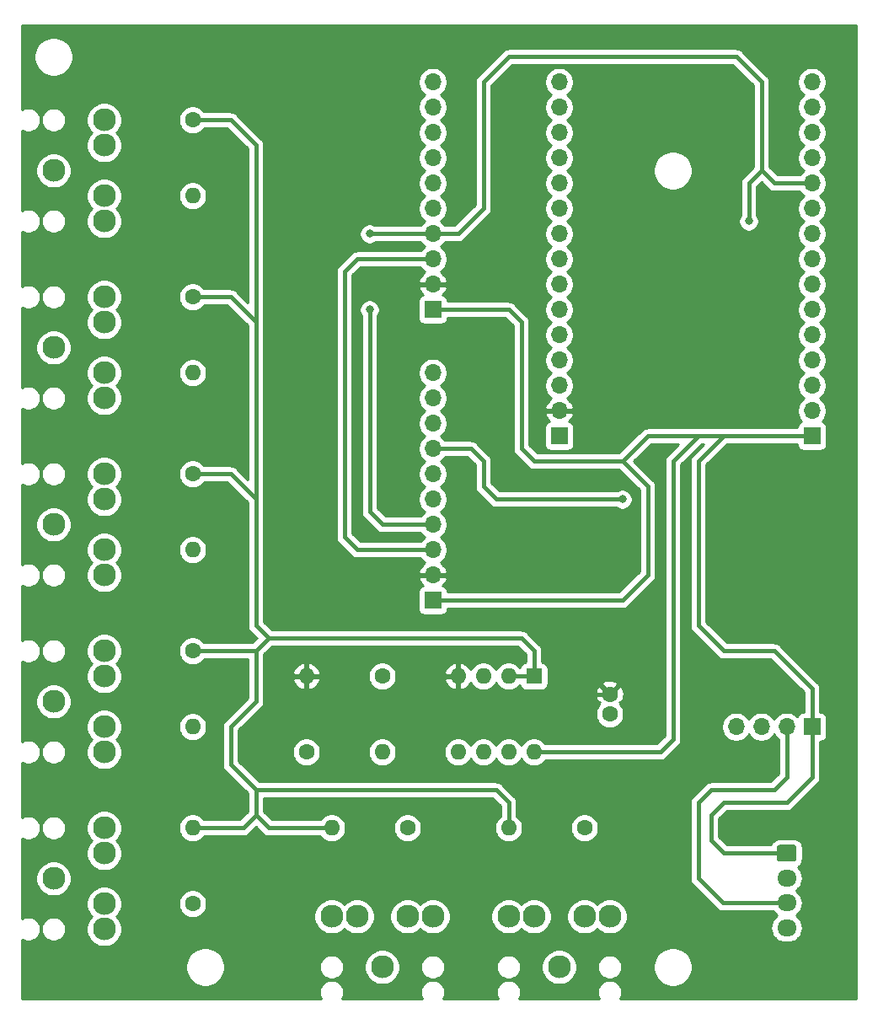
<source format=gbr>
%TF.GenerationSoftware,KiCad,Pcbnew,(5.1.9)-1*%
%TF.CreationDate,2021-03-31T06:49:38+07:00*%
%TF.ProjectId,Rev.1a,5265762e-3161-42e6-9b69-6361645f7063,rev?*%
%TF.SameCoordinates,Original*%
%TF.FileFunction,Copper,L2,Bot*%
%TF.FilePolarity,Positive*%
%FSLAX46Y46*%
G04 Gerber Fmt 4.6, Leading zero omitted, Abs format (unit mm)*
G04 Created by KiCad (PCBNEW (5.1.9)-1) date 2021-03-31 06:49:38*
%MOMM*%
%LPD*%
G01*
G04 APERTURE LIST*
%TA.AperFunction,ComponentPad*%
%ADD10O,1.700000X1.700000*%
%TD*%
%TA.AperFunction,ComponentPad*%
%ADD11R,1.700000X1.700000*%
%TD*%
%TA.AperFunction,ComponentPad*%
%ADD12C,2.300000*%
%TD*%
%TA.AperFunction,ComponentPad*%
%ADD13C,1.600000*%
%TD*%
%TA.AperFunction,ComponentPad*%
%ADD14O,1.600000X1.600000*%
%TD*%
%TA.AperFunction,ComponentPad*%
%ADD15R,1.600000X1.600000*%
%TD*%
%TA.AperFunction,ComponentPad*%
%ADD16O,1.950000X1.700000*%
%TD*%
%TA.AperFunction,ViaPad*%
%ADD17C,0.800000*%
%TD*%
%TA.AperFunction,Conductor*%
%ADD18C,0.400000*%
%TD*%
%TA.AperFunction,Conductor*%
%ADD19C,0.254000*%
%TD*%
%TA.AperFunction,Conductor*%
%ADD20C,0.100000*%
%TD*%
G04 APERTURE END LIST*
D10*
%TO.P,U3,7*%
%TO.N,Net-(J3-PadS)*%
X93980000Y-62230000D03*
%TO.P,U3,6*%
%TO.N,Net-(J2-PadS)*%
X93980000Y-64770000D03*
%TO.P,U3,5*%
%TO.N,Net-(J1-PadS)*%
X93980000Y-67310000D03*
%TO.P,U3,4*%
%TO.N,Net-(U3-Pad4)*%
X93980000Y-69850000D03*
%TO.P,U3,2*%
%TO.N,Net-(U3-Pad2)*%
X93980000Y-72390000D03*
%TO.P,U3,1*%
%TO.N,Net-(U3-Pad1)*%
X93980000Y-74930000D03*
%TO.P,U3,9*%
%TO.N,Net-(NODE_MCU_HEADER1-Pad11)*%
X93980000Y-77470000D03*
%TO.P,U3,10*%
%TO.N,Net-(NODE_MCU_HEADER1-Pad14)*%
X93980000Y-80010000D03*
%TO.P,U3,3*%
%TO.N,Net-(C1-Pad2)*%
X93980000Y-82550000D03*
D11*
%TO.P,U3,8*%
%TO.N,Net-(NODE_MCU_HEADER1-Pad1)*%
X93980000Y-85090000D03*
%TD*%
%TO.P,U4,8*%
%TO.N,Net-(NODE_MCU_HEADER1-Pad1)*%
X93980000Y-55880000D03*
D10*
%TO.P,U4,3*%
%TO.N,Net-(C1-Pad2)*%
X93980000Y-53340000D03*
%TO.P,U4,10*%
%TO.N,Net-(NODE_MCU_HEADER1-Pad14)*%
X93980000Y-50800000D03*
%TO.P,U4,9*%
%TO.N,Net-(NODE_MCU_HEADER1-Pad11)*%
X93980000Y-48260000D03*
%TO.P,U4,1*%
%TO.N,Net-(U4-Pad1)*%
X93980000Y-45720000D03*
%TO.P,U4,2*%
%TO.N,Net-(U4-Pad2)*%
X93980000Y-43180000D03*
%TO.P,U4,4*%
%TO.N,Net-(J4-PadS)*%
X93980000Y-40640000D03*
%TO.P,U4,5*%
%TO.N,Net-(J5-PadS)*%
X93980000Y-38100000D03*
%TO.P,U4,6*%
%TO.N,Net-(J6-PadS)*%
X93980000Y-35560000D03*
%TO.P,U4,7*%
%TO.N,Net-(J7-PadS)*%
X93980000Y-33020000D03*
%TD*%
D12*
%TO.P,J3,G*%
%TO.N,Net-(J3-PadG)*%
X55880000Y-113030000D03*
%TO.P,J3,S1*%
%TO.N,N/C*%
X60960000Y-118110000D03*
%TO.P,J3,S*%
%TO.N,Net-(J3-PadS)*%
X60960000Y-115570000D03*
%TO.P,J3,T1*%
%TO.N,N/C*%
X60960000Y-110490000D03*
%TO.P,J3,T*%
%TO.N,Net-(J1-PadT)*%
X60960000Y-107950000D03*
%TD*%
%TO.P,J7,T*%
%TO.N,Net-(J1-PadT)*%
X60960000Y-36830000D03*
%TO.P,J7,T1*%
%TO.N,N/C*%
X60960000Y-39370000D03*
%TO.P,J7,S*%
%TO.N,Net-(J7-PadS)*%
X60960000Y-44450000D03*
%TO.P,J7,S1*%
%TO.N,N/C*%
X60960000Y-46990000D03*
%TO.P,J7,G*%
%TO.N,Net-(J7-PadG)*%
X55880000Y-41910000D03*
%TD*%
%TO.P,J2,T*%
%TO.N,Net-(J1-PadT)*%
X83820000Y-116840000D03*
%TO.P,J2,T1*%
%TO.N,N/C*%
X86360000Y-116840000D03*
%TO.P,J2,S*%
%TO.N,Net-(J2-PadS)*%
X91440000Y-116840000D03*
%TO.P,J2,S1*%
%TO.N,N/C*%
X93980000Y-116840000D03*
%TO.P,J2,G*%
%TO.N,Net-(J2-PadG)*%
X88900000Y-121920000D03*
%TD*%
%TO.P,J6,G*%
%TO.N,Net-(J6-PadG)*%
X55880000Y-59690000D03*
%TO.P,J6,S1*%
%TO.N,N/C*%
X60960000Y-64770000D03*
%TO.P,J6,S*%
%TO.N,Net-(J6-PadS)*%
X60960000Y-62230000D03*
%TO.P,J6,T1*%
%TO.N,N/C*%
X60960000Y-57150000D03*
%TO.P,J6,T*%
%TO.N,Net-(J1-PadT)*%
X60960000Y-54610000D03*
%TD*%
%TO.P,J1,G*%
%TO.N,Net-(J1-PadG)*%
X106680000Y-121920000D03*
%TO.P,J1,S1*%
%TO.N,N/C*%
X111760000Y-116840000D03*
%TO.P,J1,S*%
%TO.N,Net-(J1-PadS)*%
X109220000Y-116840000D03*
%TO.P,J1,T1*%
%TO.N,N/C*%
X104140000Y-116840000D03*
%TO.P,J1,T*%
%TO.N,Net-(J1-PadT)*%
X101600000Y-116840000D03*
%TD*%
%TO.P,J5,T*%
%TO.N,Net-(J1-PadT)*%
X60960000Y-72390000D03*
%TO.P,J5,T1*%
%TO.N,N/C*%
X60960000Y-74930000D03*
%TO.P,J5,S*%
%TO.N,Net-(J5-PadS)*%
X60960000Y-80010000D03*
%TO.P,J5,S1*%
%TO.N,N/C*%
X60960000Y-82550000D03*
%TO.P,J5,G*%
%TO.N,Net-(J5-PadG)*%
X55880000Y-77470000D03*
%TD*%
%TO.P,J4,G*%
%TO.N,Net-(J4-PadG)*%
X55880000Y-95250000D03*
%TO.P,J4,S1*%
%TO.N,N/C*%
X60960000Y-100330000D03*
%TO.P,J4,S*%
%TO.N,Net-(J4-PadS)*%
X60960000Y-97790000D03*
%TO.P,J4,T1*%
%TO.N,N/C*%
X60960000Y-92710000D03*
%TO.P,J4,T*%
%TO.N,Net-(J1-PadT)*%
X60960000Y-90170000D03*
%TD*%
D11*
%TO.P,<-----25.4mm----->,1*%
%TO.N,Net-(NODE_MCU_HEADER1-Pad1)*%
X132080000Y-68580000D03*
D10*
%TO.P,<-----25.4mm----->,2*%
%TO.N,Net-(NODE_MCU_HEADER1-Pad2)*%
X132080000Y-66040000D03*
%TO.P,<-----25.4mm----->,3*%
%TO.N,Net-(NODE_MCU_HEADER1-Pad3)*%
X132080000Y-63500000D03*
%TO.P,<-----25.4mm----->,4*%
%TO.N,Net-(NODE_MCU_HEADER1-Pad4)*%
X132080000Y-60960000D03*
%TO.P,<-----25.4mm----->,5*%
%TO.N,Net-(NODE_MCU_HEADER1-Pad5)*%
X132080000Y-58420000D03*
%TO.P,<-----25.4mm----->,6*%
%TO.N,Net-(NODE_MCU_HEADER1-Pad6)*%
X132080000Y-55880000D03*
%TO.P,<-----25.4mm----->,7*%
%TO.N,Net-(NODE_MCU_HEADER1-Pad7)*%
X132080000Y-53340000D03*
%TO.P,<-----25.4mm----->,8*%
%TO.N,Net-(NODE_MCU_HEADER1-Pad8)*%
X132080000Y-50800000D03*
%TO.P,<-----25.4mm----->,9*%
%TO.N,Net-(NODE_MCU_HEADER1-Pad9)*%
X132080000Y-48260000D03*
%TO.P,<-----25.4mm----->,10*%
%TO.N,Net-(NODE_MCU_HEADER1-Pad10)*%
X132080000Y-45720000D03*
%TO.P,<-----25.4mm----->,11*%
%TO.N,Net-(NODE_MCU_HEADER1-Pad11)*%
X132080000Y-43180000D03*
%TO.P,<-----25.4mm----->,12*%
%TO.N,Net-(NODE_MCU_HEADER1-Pad12)*%
X132080000Y-40640000D03*
%TO.P,<-----25.4mm----->,13*%
%TO.N,Net-(NODE_MCU_HEADER1-Pad13)*%
X132080000Y-38100000D03*
%TO.P,<-----25.4mm----->,14*%
%TO.N,Net-(NODE_MCU_HEADER1-Pad14)*%
X132080000Y-35560000D03*
%TO.P,<-----25.4mm----->,15*%
%TO.N,Net-(NODE_MCU_HEADER1-Pad15)*%
X132080000Y-33020000D03*
%TD*%
D11*
%TO.P,ESP32/ESP8266,1*%
%TO.N,Net-(NODE_MCU_HEADER2-Pad1)*%
X106680000Y-68580000D03*
D10*
%TO.P,ESP32/ESP8266,2*%
%TO.N,Net-(C1-Pad2)*%
X106680000Y-66040000D03*
%TO.P,ESP32/ESP8266,3*%
%TO.N,Net-(NODE_MCU_HEADER2-Pad3)*%
X106680000Y-63500000D03*
%TO.P,ESP32/ESP8266,4*%
%TO.N,Net-(NODE_MCU_HEADER2-Pad4)*%
X106680000Y-60960000D03*
%TO.P,ESP32/ESP8266,5*%
%TO.N,Net-(NODE_MCU_HEADER2-Pad5)*%
X106680000Y-58420000D03*
%TO.P,ESP32/ESP8266,6*%
%TO.N,Net-(NODE_MCU_HEADER2-Pad6)*%
X106680000Y-55880000D03*
%TO.P,ESP32/ESP8266,7*%
%TO.N,Net-(NODE_MCU_HEADER2-Pad7)*%
X106680000Y-53340000D03*
%TO.P,ESP32/ESP8266,8*%
%TO.N,Net-(NODE_MCU_HEADER2-Pad8)*%
X106680000Y-50800000D03*
%TO.P,ESP32/ESP8266,9*%
%TO.N,Net-(NODE_MCU_HEADER2-Pad9)*%
X106680000Y-48260000D03*
%TO.P,ESP32/ESP8266,10*%
%TO.N,Net-(NODE_MCU_HEADER2-Pad10)*%
X106680000Y-45720000D03*
%TO.P,ESP32/ESP8266,11*%
%TO.N,Net-(NODE_MCU_HEADER2-Pad11)*%
X106680000Y-43180000D03*
%TO.P,ESP32/ESP8266,12*%
%TO.N,Net-(NODE_MCU_HEADER2-Pad12)*%
X106680000Y-40640000D03*
%TO.P,ESP32/ESP8266,13*%
%TO.N,Net-(NODE_MCU_HEADER2-Pad13)*%
X106680000Y-38100000D03*
%TO.P,ESP32/ESP8266,14*%
%TO.N,Net-(NODE_MCU_HEADER2-Pad14)*%
X106680000Y-35560000D03*
%TO.P,ESP32/ESP8266,15*%
%TO.N,Net-(NODE_MCU_HEADER2-Pad15)*%
X106680000Y-33020000D03*
%TD*%
D13*
%TO.P,R3,1*%
%TO.N,Net-(J3-PadS)*%
X69850000Y-115570000D03*
D14*
%TO.P,R3,2*%
%TO.N,Net-(J1-PadT)*%
X69850000Y-107950000D03*
%TD*%
%TO.P,R7,2*%
%TO.N,Net-(J7-PadS)*%
X69850000Y-44450000D03*
D13*
%TO.P,R7,1*%
%TO.N,Net-(J1-PadT)*%
X69850000Y-36830000D03*
%TD*%
D14*
%TO.P,R2,2*%
%TO.N,Net-(J1-PadT)*%
X83820000Y-107950000D03*
D13*
%TO.P,R2,1*%
%TO.N,Net-(J2-PadS)*%
X91440000Y-107950000D03*
%TD*%
%TO.P,R6,1*%
%TO.N,Net-(J1-PadT)*%
X69850000Y-54610000D03*
D14*
%TO.P,R6,2*%
%TO.N,Net-(J6-PadS)*%
X69850000Y-62230000D03*
%TD*%
%TO.P,R1,2*%
%TO.N,Net-(J1-PadT)*%
X101600000Y-107950000D03*
D13*
%TO.P,R1,1*%
%TO.N,Net-(J1-PadS)*%
X109220000Y-107950000D03*
%TD*%
%TO.P,R5,1*%
%TO.N,Net-(J1-PadT)*%
X69850000Y-72390000D03*
D14*
%TO.P,R5,2*%
%TO.N,Net-(J5-PadS)*%
X69850000Y-80010000D03*
%TD*%
D13*
%TO.P,R4,1*%
%TO.N,Net-(J1-PadT)*%
X69850000Y-90170000D03*
D14*
%TO.P,R4,2*%
%TO.N,Net-(J4-PadS)*%
X69850000Y-97790000D03*
%TD*%
%TO.P,R8,2*%
%TO.N,Net-(C1-Pad1)*%
X88900000Y-100330000D03*
D13*
%TO.P,R8,1*%
%TO.N,Net-(NODE_MCU_HEADER1-Pad1)*%
X88900000Y-92710000D03*
%TD*%
%TO.P,R9,1*%
%TO.N,Net-(C1-Pad1)*%
X81280000Y-100330000D03*
D14*
%TO.P,R9,2*%
%TO.N,Net-(C1-Pad2)*%
X81280000Y-92710000D03*
%TD*%
D15*
%TO.P,U1,1*%
%TO.N,Net-(J1-PadT)*%
X104140000Y-92710000D03*
D14*
%TO.P,U1,5*%
%TO.N,N/C*%
X96520000Y-100330000D03*
%TO.P,U1,2*%
%TO.N,Net-(J1-PadT)*%
X101600000Y-92710000D03*
%TO.P,U1,6*%
%TO.N,N/C*%
X99060000Y-100330000D03*
%TO.P,U1,3*%
%TO.N,Net-(C1-Pad1)*%
X99060000Y-92710000D03*
%TO.P,U1,7*%
%TO.N,N/C*%
X101600000Y-100330000D03*
%TO.P,U1,4*%
%TO.N,Net-(C1-Pad2)*%
X96520000Y-92710000D03*
%TO.P,U1,8*%
%TO.N,Net-(NODE_MCU_HEADER1-Pad1)*%
X104140000Y-100330000D03*
%TD*%
D10*
%TO.P,U5,4*%
%TO.N,Net-(NODE_MCU_HEADER1-Pad11)*%
X124460000Y-97790000D03*
%TO.P,U5,3*%
%TO.N,Net-(NODE_MCU_HEADER1-Pad14)*%
X127000000Y-97790000D03*
%TO.P,U5,2*%
%TO.N,Net-(NODE_MCU_HEADER1-Pad2)*%
X129540000Y-97790000D03*
D11*
%TO.P,U5,1*%
%TO.N,Net-(NODE_MCU_HEADER1-Pad1)*%
X132080000Y-97790000D03*
%TD*%
%TO.P,U6,1*%
%TO.N,Net-(NODE_MCU_HEADER1-Pad1)*%
%TA.AperFunction,ComponentPad*%
G36*
G01*
X128815000Y-109640000D02*
X130265000Y-109640000D01*
G75*
G02*
X130515000Y-109890000I0J-250000D01*
G01*
X130515000Y-111090000D01*
G75*
G02*
X130265000Y-111340000I-250000J0D01*
G01*
X128815000Y-111340000D01*
G75*
G02*
X128565000Y-111090000I0J250000D01*
G01*
X128565000Y-109890000D01*
G75*
G02*
X128815000Y-109640000I250000J0D01*
G01*
G37*
%TD.AperFunction*%
D16*
%TO.P,U6,2*%
%TO.N,Net-(U3-Pad4)*%
X129540000Y-112990000D03*
%TO.P,U6,3*%
%TO.N,Net-(NODE_MCU_HEADER1-Pad2)*%
X129540000Y-115490000D03*
%TO.P,U6,4*%
%TO.N,N/C*%
X129540000Y-117990000D03*
%TD*%
D13*
%TO.P,C1,2*%
%TO.N,Net-(C1-Pad2)*%
X111760000Y-94520000D03*
%TO.P,C1,1*%
%TO.N,Net-(C1-Pad1)*%
X111760000Y-96520000D03*
%TD*%
D17*
%TO.N,Net-(NODE_MCU_HEADER1-Pad11)*%
X87630000Y-55880000D03*
X87630000Y-48260000D03*
X125730000Y-46990000D03*
%TO.N,Net-(U3-Pad4)*%
X113030000Y-74930000D03*
%TD*%
D18*
%TO.N,Net-(C1-Pad2)*%
X111760000Y-94520000D02*
X109950000Y-94520000D01*
X109950000Y-94520000D02*
X106680000Y-97790000D01*
X81280000Y-92710000D02*
X81280000Y-95250000D01*
X81280000Y-95250000D02*
X83820000Y-97790000D01*
X83820000Y-97790000D02*
X106680000Y-97790000D01*
%TO.N,Net-(J1-PadT)*%
X73660000Y-36830000D02*
X69850000Y-36830000D01*
X76200000Y-39370000D02*
X73660000Y-36830000D01*
X76200000Y-57150000D02*
X73660000Y-54610000D01*
X76200000Y-57150000D02*
X76200000Y-39370000D01*
X73660000Y-54610000D02*
X69850000Y-54610000D01*
X76200000Y-74930000D02*
X73660000Y-72390000D01*
X76200000Y-85090000D02*
X76200000Y-74930000D01*
X76200000Y-74930000D02*
X76200000Y-57150000D01*
X73660000Y-72390000D02*
X69850000Y-72390000D01*
X74930000Y-90170000D02*
X69850000Y-90170000D01*
X80010000Y-88900000D02*
X77470000Y-88900000D01*
X104140000Y-90170000D02*
X104140000Y-92710000D01*
X102870000Y-88900000D02*
X104140000Y-90170000D01*
X80010000Y-88900000D02*
X102870000Y-88900000D01*
X77470000Y-88900000D02*
X76200000Y-87630000D01*
X76200000Y-87630000D02*
X76200000Y-85090000D01*
X77470000Y-88900000D02*
X76200000Y-90170000D01*
X74930000Y-90170000D02*
X76200000Y-90170000D01*
X76200000Y-90170000D02*
X76200000Y-95250000D01*
X76200000Y-95250000D02*
X73660000Y-97790000D01*
X73660000Y-97790000D02*
X73660000Y-101600000D01*
X73660000Y-101600000D02*
X76200000Y-104140000D01*
X76200000Y-104140000D02*
X76200000Y-106680000D01*
X76200000Y-106680000D02*
X74930000Y-107950000D01*
X74930000Y-107950000D02*
X69850000Y-107950000D01*
X76200000Y-106680000D02*
X77470000Y-107950000D01*
X77470000Y-107950000D02*
X83820000Y-107950000D01*
X76200000Y-104140000D02*
X100330000Y-104140000D01*
X100330000Y-104140000D02*
X101600000Y-105410000D01*
X101600000Y-105410000D02*
X101600000Y-107950000D01*
X104140000Y-92710000D02*
X101600000Y-92710000D01*
%TO.N,Net-(NODE_MCU_HEADER1-Pad1)*%
X132080000Y-68580000D02*
X129540000Y-68580000D01*
X104140000Y-85090000D02*
X102870000Y-85090000D01*
X101600000Y-85090000D02*
X93980000Y-85090000D01*
X104140000Y-85090000D02*
X101600000Y-85090000D01*
X104140000Y-100330000D02*
X116840000Y-100330000D01*
X116840000Y-100330000D02*
X118110000Y-99060000D01*
X118110000Y-71120000D02*
X120650000Y-68580000D01*
X118110000Y-99060000D02*
X118110000Y-71120000D01*
X102870000Y-57150000D02*
X101600000Y-55880000D01*
X102870000Y-69850000D02*
X102870000Y-57150000D01*
X104140000Y-71120000D02*
X102870000Y-69850000D01*
X101600000Y-55880000D02*
X93980000Y-55880000D01*
X129540000Y-68580000D02*
X123190000Y-68580000D01*
X123190000Y-68580000D02*
X120650000Y-71120000D01*
X120650000Y-71120000D02*
X120650000Y-87630000D01*
X120650000Y-87630000D02*
X123190000Y-90170000D01*
X123190000Y-90170000D02*
X128270000Y-90170000D01*
X128270000Y-90170000D02*
X132080000Y-93980000D01*
X132080000Y-93980000D02*
X132080000Y-97790000D01*
X132080000Y-97790000D02*
X132080000Y-102870000D01*
X132080000Y-102870000D02*
X129540000Y-105410000D01*
X129540000Y-105410000D02*
X123190000Y-105410000D01*
X123190000Y-105410000D02*
X121920000Y-106680000D01*
X121920000Y-106680000D02*
X121920000Y-109220000D01*
X121920000Y-109220000D02*
X123190000Y-110490000D01*
X123190000Y-110490000D02*
X129540000Y-110490000D01*
X123190000Y-68580000D02*
X118110000Y-68580000D01*
X104140000Y-71120000D02*
X111760000Y-71120000D01*
X111760000Y-71120000D02*
X113030000Y-71120000D01*
X113030000Y-71120000D02*
X115570000Y-68580000D01*
X115570000Y-68580000D02*
X118110000Y-68580000D01*
X109220000Y-85090000D02*
X104140000Y-85090000D01*
X113030000Y-85090000D02*
X109220000Y-85090000D01*
X115570000Y-82550000D02*
X113030000Y-85090000D01*
X115570000Y-73660000D02*
X115570000Y-82550000D01*
X113030000Y-71120000D02*
X115570000Y-73660000D01*
%TO.N,Net-(NODE_MCU_HEADER1-Pad2)*%
X120650000Y-113030000D02*
X123110000Y-115490000D01*
X123110000Y-115490000D02*
X129540000Y-115490000D01*
X121920000Y-104140000D02*
X120650000Y-105410000D01*
X128270000Y-104140000D02*
X121920000Y-104140000D01*
X129540000Y-102870000D02*
X128270000Y-104140000D01*
X120650000Y-105410000D02*
X120650000Y-113030000D01*
X129540000Y-97790000D02*
X129540000Y-102870000D01*
%TO.N,Net-(NODE_MCU_HEADER1-Pad11)*%
X128270000Y-43180000D02*
X132080000Y-43180000D01*
X127000000Y-41910000D02*
X128270000Y-43180000D01*
X124460000Y-30480000D02*
X127000000Y-33020000D01*
X101600000Y-30480000D02*
X124460000Y-30480000D01*
X99060000Y-33020000D02*
X101600000Y-30480000D01*
X99060000Y-45720000D02*
X99060000Y-33020000D01*
X96520000Y-48260000D02*
X99060000Y-45720000D01*
X127000000Y-33020000D02*
X127000000Y-41910000D01*
X93980000Y-48260000D02*
X96520000Y-48260000D01*
X93980000Y-77470000D02*
X88900000Y-77470000D01*
X88900000Y-77470000D02*
X87630000Y-76200000D01*
X87630000Y-76200000D02*
X87630000Y-57150000D01*
X87630000Y-57150000D02*
X87630000Y-55880000D01*
X93980000Y-48260000D02*
X87630000Y-48260000D01*
X127000000Y-41910000D02*
X125730000Y-43180000D01*
X125730000Y-43180000D02*
X125730000Y-46990000D01*
X125730000Y-46990000D02*
X125730000Y-46990000D01*
%TO.N,Net-(NODE_MCU_HEADER1-Pad14)*%
X85090000Y-52070000D02*
X86360000Y-50800000D01*
X85090000Y-78740000D02*
X85090000Y-52070000D01*
X86360000Y-50800000D02*
X93980000Y-50800000D01*
X86360000Y-80010000D02*
X85090000Y-78740000D01*
X93980000Y-80010000D02*
X86360000Y-80010000D01*
%TO.N,Net-(U3-Pad4)*%
X113030000Y-74930000D02*
X100330000Y-74930000D01*
X100330000Y-74930000D02*
X99060000Y-73660000D01*
X99060000Y-73660000D02*
X99060000Y-71120000D01*
X99060000Y-71120000D02*
X97790000Y-69850000D01*
X97790000Y-69850000D02*
X93980000Y-69850000D01*
%TD*%
D19*
%TO.N,Net-(C1-Pad2)*%
X136500001Y-125070000D02*
X112837733Y-125070000D01*
X112854443Y-125044992D01*
X112947540Y-124820236D01*
X112995000Y-124581637D01*
X112995000Y-124338363D01*
X112947540Y-124099764D01*
X112854443Y-123875008D01*
X112719287Y-123672733D01*
X112547267Y-123500713D01*
X112344992Y-123365557D01*
X112120236Y-123272460D01*
X111881637Y-123225000D01*
X111638363Y-123225000D01*
X111399764Y-123272460D01*
X111175008Y-123365557D01*
X110972733Y-123500713D01*
X110800713Y-123672733D01*
X110665557Y-123875008D01*
X110572460Y-124099764D01*
X110525000Y-124338363D01*
X110525000Y-124581637D01*
X110572460Y-124820236D01*
X110665557Y-125044992D01*
X110682267Y-125070000D01*
X102677733Y-125070000D01*
X102694443Y-125044992D01*
X102787540Y-124820236D01*
X102835000Y-124581637D01*
X102835000Y-124338363D01*
X102787540Y-124099764D01*
X102694443Y-123875008D01*
X102559287Y-123672733D01*
X102387267Y-123500713D01*
X102184992Y-123365557D01*
X101960236Y-123272460D01*
X101721637Y-123225000D01*
X101478363Y-123225000D01*
X101239764Y-123272460D01*
X101015008Y-123365557D01*
X100812733Y-123500713D01*
X100640713Y-123672733D01*
X100505557Y-123875008D01*
X100412460Y-124099764D01*
X100365000Y-124338363D01*
X100365000Y-124581637D01*
X100412460Y-124820236D01*
X100505557Y-125044992D01*
X100522267Y-125070000D01*
X95057733Y-125070000D01*
X95074443Y-125044992D01*
X95167540Y-124820236D01*
X95215000Y-124581637D01*
X95215000Y-124338363D01*
X95167540Y-124099764D01*
X95074443Y-123875008D01*
X94939287Y-123672733D01*
X94767267Y-123500713D01*
X94564992Y-123365557D01*
X94340236Y-123272460D01*
X94101637Y-123225000D01*
X93858363Y-123225000D01*
X93619764Y-123272460D01*
X93395008Y-123365557D01*
X93192733Y-123500713D01*
X93020713Y-123672733D01*
X92885557Y-123875008D01*
X92792460Y-124099764D01*
X92745000Y-124338363D01*
X92745000Y-124581637D01*
X92792460Y-124820236D01*
X92885557Y-125044992D01*
X92902267Y-125070000D01*
X84897733Y-125070000D01*
X84914443Y-125044992D01*
X85007540Y-124820236D01*
X85055000Y-124581637D01*
X85055000Y-124338363D01*
X85007540Y-124099764D01*
X84914443Y-123875008D01*
X84779287Y-123672733D01*
X84607267Y-123500713D01*
X84404992Y-123365557D01*
X84180236Y-123272460D01*
X83941637Y-123225000D01*
X83698363Y-123225000D01*
X83459764Y-123272460D01*
X83235008Y-123365557D01*
X83032733Y-123500713D01*
X82860713Y-123672733D01*
X82725557Y-123875008D01*
X82632460Y-124099764D01*
X82585000Y-124338363D01*
X82585000Y-124581637D01*
X82632460Y-124820236D01*
X82725557Y-125044992D01*
X82742267Y-125070000D01*
X52730000Y-125070000D01*
X52730000Y-121724495D01*
X69135000Y-121724495D01*
X69135000Y-122115505D01*
X69211282Y-122499003D01*
X69360915Y-122860250D01*
X69578149Y-123185364D01*
X69854636Y-123461851D01*
X70179750Y-123679085D01*
X70540997Y-123828718D01*
X70924495Y-123905000D01*
X71315505Y-123905000D01*
X71699003Y-123828718D01*
X72060250Y-123679085D01*
X72385364Y-123461851D01*
X72661851Y-123185364D01*
X72879085Y-122860250D01*
X73028718Y-122499003D01*
X73105000Y-122115505D01*
X73105000Y-121798363D01*
X82585000Y-121798363D01*
X82585000Y-122041637D01*
X82632460Y-122280236D01*
X82725557Y-122504992D01*
X82860713Y-122707267D01*
X83032733Y-122879287D01*
X83235008Y-123014443D01*
X83459764Y-123107540D01*
X83698363Y-123155000D01*
X83941637Y-123155000D01*
X84180236Y-123107540D01*
X84404992Y-123014443D01*
X84607267Y-122879287D01*
X84779287Y-122707267D01*
X84914443Y-122504992D01*
X85007540Y-122280236D01*
X85055000Y-122041637D01*
X85055000Y-121798363D01*
X85044225Y-121744193D01*
X87115000Y-121744193D01*
X87115000Y-122095807D01*
X87183596Y-122440665D01*
X87318153Y-122765515D01*
X87513500Y-123057871D01*
X87762129Y-123306500D01*
X88054485Y-123501847D01*
X88379335Y-123636404D01*
X88724193Y-123705000D01*
X89075807Y-123705000D01*
X89420665Y-123636404D01*
X89745515Y-123501847D01*
X90037871Y-123306500D01*
X90286500Y-123057871D01*
X90481847Y-122765515D01*
X90616404Y-122440665D01*
X90685000Y-122095807D01*
X90685000Y-121798363D01*
X92745000Y-121798363D01*
X92745000Y-122041637D01*
X92792460Y-122280236D01*
X92885557Y-122504992D01*
X93020713Y-122707267D01*
X93192733Y-122879287D01*
X93395008Y-123014443D01*
X93619764Y-123107540D01*
X93858363Y-123155000D01*
X94101637Y-123155000D01*
X94340236Y-123107540D01*
X94564992Y-123014443D01*
X94767267Y-122879287D01*
X94939287Y-122707267D01*
X95074443Y-122504992D01*
X95167540Y-122280236D01*
X95215000Y-122041637D01*
X95215000Y-121798363D01*
X100365000Y-121798363D01*
X100365000Y-122041637D01*
X100412460Y-122280236D01*
X100505557Y-122504992D01*
X100640713Y-122707267D01*
X100812733Y-122879287D01*
X101015008Y-123014443D01*
X101239764Y-123107540D01*
X101478363Y-123155000D01*
X101721637Y-123155000D01*
X101960236Y-123107540D01*
X102184992Y-123014443D01*
X102387267Y-122879287D01*
X102559287Y-122707267D01*
X102694443Y-122504992D01*
X102787540Y-122280236D01*
X102835000Y-122041637D01*
X102835000Y-121798363D01*
X102824225Y-121744193D01*
X104895000Y-121744193D01*
X104895000Y-122095807D01*
X104963596Y-122440665D01*
X105098153Y-122765515D01*
X105293500Y-123057871D01*
X105542129Y-123306500D01*
X105834485Y-123501847D01*
X106159335Y-123636404D01*
X106504193Y-123705000D01*
X106855807Y-123705000D01*
X107200665Y-123636404D01*
X107525515Y-123501847D01*
X107817871Y-123306500D01*
X108066500Y-123057871D01*
X108261847Y-122765515D01*
X108396404Y-122440665D01*
X108465000Y-122095807D01*
X108465000Y-121798363D01*
X110525000Y-121798363D01*
X110525000Y-122041637D01*
X110572460Y-122280236D01*
X110665557Y-122504992D01*
X110800713Y-122707267D01*
X110972733Y-122879287D01*
X111175008Y-123014443D01*
X111399764Y-123107540D01*
X111638363Y-123155000D01*
X111881637Y-123155000D01*
X112120236Y-123107540D01*
X112344992Y-123014443D01*
X112547267Y-122879287D01*
X112719287Y-122707267D01*
X112854443Y-122504992D01*
X112947540Y-122280236D01*
X112995000Y-122041637D01*
X112995000Y-121798363D01*
X112980307Y-121724495D01*
X116125000Y-121724495D01*
X116125000Y-122115505D01*
X116201282Y-122499003D01*
X116350915Y-122860250D01*
X116568149Y-123185364D01*
X116844636Y-123461851D01*
X117169750Y-123679085D01*
X117530997Y-123828718D01*
X117914495Y-123905000D01*
X118305505Y-123905000D01*
X118689003Y-123828718D01*
X119050250Y-123679085D01*
X119375364Y-123461851D01*
X119651851Y-123185364D01*
X119869085Y-122860250D01*
X120018718Y-122499003D01*
X120095000Y-122115505D01*
X120095000Y-121724495D01*
X120018718Y-121340997D01*
X119869085Y-120979750D01*
X119651851Y-120654636D01*
X119375364Y-120378149D01*
X119050250Y-120160915D01*
X118689003Y-120011282D01*
X118305505Y-119935000D01*
X117914495Y-119935000D01*
X117530997Y-120011282D01*
X117169750Y-120160915D01*
X116844636Y-120378149D01*
X116568149Y-120654636D01*
X116350915Y-120979750D01*
X116201282Y-121340997D01*
X116125000Y-121724495D01*
X112980307Y-121724495D01*
X112947540Y-121559764D01*
X112854443Y-121335008D01*
X112719287Y-121132733D01*
X112547267Y-120960713D01*
X112344992Y-120825557D01*
X112120236Y-120732460D01*
X111881637Y-120685000D01*
X111638363Y-120685000D01*
X111399764Y-120732460D01*
X111175008Y-120825557D01*
X110972733Y-120960713D01*
X110800713Y-121132733D01*
X110665557Y-121335008D01*
X110572460Y-121559764D01*
X110525000Y-121798363D01*
X108465000Y-121798363D01*
X108465000Y-121744193D01*
X108396404Y-121399335D01*
X108261847Y-121074485D01*
X108066500Y-120782129D01*
X107817871Y-120533500D01*
X107525515Y-120338153D01*
X107200665Y-120203596D01*
X106855807Y-120135000D01*
X106504193Y-120135000D01*
X106159335Y-120203596D01*
X105834485Y-120338153D01*
X105542129Y-120533500D01*
X105293500Y-120782129D01*
X105098153Y-121074485D01*
X104963596Y-121399335D01*
X104895000Y-121744193D01*
X102824225Y-121744193D01*
X102787540Y-121559764D01*
X102694443Y-121335008D01*
X102559287Y-121132733D01*
X102387267Y-120960713D01*
X102184992Y-120825557D01*
X101960236Y-120732460D01*
X101721637Y-120685000D01*
X101478363Y-120685000D01*
X101239764Y-120732460D01*
X101015008Y-120825557D01*
X100812733Y-120960713D01*
X100640713Y-121132733D01*
X100505557Y-121335008D01*
X100412460Y-121559764D01*
X100365000Y-121798363D01*
X95215000Y-121798363D01*
X95167540Y-121559764D01*
X95074443Y-121335008D01*
X94939287Y-121132733D01*
X94767267Y-120960713D01*
X94564992Y-120825557D01*
X94340236Y-120732460D01*
X94101637Y-120685000D01*
X93858363Y-120685000D01*
X93619764Y-120732460D01*
X93395008Y-120825557D01*
X93192733Y-120960713D01*
X93020713Y-121132733D01*
X92885557Y-121335008D01*
X92792460Y-121559764D01*
X92745000Y-121798363D01*
X90685000Y-121798363D01*
X90685000Y-121744193D01*
X90616404Y-121399335D01*
X90481847Y-121074485D01*
X90286500Y-120782129D01*
X90037871Y-120533500D01*
X89745515Y-120338153D01*
X89420665Y-120203596D01*
X89075807Y-120135000D01*
X88724193Y-120135000D01*
X88379335Y-120203596D01*
X88054485Y-120338153D01*
X87762129Y-120533500D01*
X87513500Y-120782129D01*
X87318153Y-121074485D01*
X87183596Y-121399335D01*
X87115000Y-121744193D01*
X85044225Y-121744193D01*
X85007540Y-121559764D01*
X84914443Y-121335008D01*
X84779287Y-121132733D01*
X84607267Y-120960713D01*
X84404992Y-120825557D01*
X84180236Y-120732460D01*
X83941637Y-120685000D01*
X83698363Y-120685000D01*
X83459764Y-120732460D01*
X83235008Y-120825557D01*
X83032733Y-120960713D01*
X82860713Y-121132733D01*
X82725557Y-121335008D01*
X82632460Y-121559764D01*
X82585000Y-121798363D01*
X73105000Y-121798363D01*
X73105000Y-121724495D01*
X73028718Y-121340997D01*
X72879085Y-120979750D01*
X72661851Y-120654636D01*
X72385364Y-120378149D01*
X72060250Y-120160915D01*
X71699003Y-120011282D01*
X71315505Y-119935000D01*
X70924495Y-119935000D01*
X70540997Y-120011282D01*
X70179750Y-120160915D01*
X69854636Y-120378149D01*
X69578149Y-120654636D01*
X69360915Y-120979750D01*
X69211282Y-121340997D01*
X69135000Y-121724495D01*
X52730000Y-121724495D01*
X52730000Y-119187733D01*
X52755008Y-119204443D01*
X52979764Y-119297540D01*
X53218363Y-119345000D01*
X53461637Y-119345000D01*
X53700236Y-119297540D01*
X53924992Y-119204443D01*
X54127267Y-119069287D01*
X54299287Y-118897267D01*
X54434443Y-118694992D01*
X54527540Y-118470236D01*
X54575000Y-118231637D01*
X54575000Y-117988363D01*
X54645000Y-117988363D01*
X54645000Y-118231637D01*
X54692460Y-118470236D01*
X54785557Y-118694992D01*
X54920713Y-118897267D01*
X55092733Y-119069287D01*
X55295008Y-119204443D01*
X55519764Y-119297540D01*
X55758363Y-119345000D01*
X56001637Y-119345000D01*
X56240236Y-119297540D01*
X56464992Y-119204443D01*
X56667267Y-119069287D01*
X56839287Y-118897267D01*
X56974443Y-118694992D01*
X57067540Y-118470236D01*
X57115000Y-118231637D01*
X57115000Y-117988363D01*
X57067540Y-117749764D01*
X56974443Y-117525008D01*
X56839287Y-117322733D01*
X56667267Y-117150713D01*
X56464992Y-117015557D01*
X56240236Y-116922460D01*
X56001637Y-116875000D01*
X55758363Y-116875000D01*
X55519764Y-116922460D01*
X55295008Y-117015557D01*
X55092733Y-117150713D01*
X54920713Y-117322733D01*
X54785557Y-117525008D01*
X54692460Y-117749764D01*
X54645000Y-117988363D01*
X54575000Y-117988363D01*
X54527540Y-117749764D01*
X54434443Y-117525008D01*
X54299287Y-117322733D01*
X54127267Y-117150713D01*
X53924992Y-117015557D01*
X53700236Y-116922460D01*
X53461637Y-116875000D01*
X53218363Y-116875000D01*
X52979764Y-116922460D01*
X52755008Y-117015557D01*
X52730000Y-117032267D01*
X52730000Y-115394193D01*
X59175000Y-115394193D01*
X59175000Y-115745807D01*
X59243596Y-116090665D01*
X59378153Y-116415515D01*
X59573500Y-116707871D01*
X59705629Y-116840000D01*
X59573500Y-116972129D01*
X59378153Y-117264485D01*
X59243596Y-117589335D01*
X59175000Y-117934193D01*
X59175000Y-118285807D01*
X59243596Y-118630665D01*
X59378153Y-118955515D01*
X59573500Y-119247871D01*
X59822129Y-119496500D01*
X60114485Y-119691847D01*
X60439335Y-119826404D01*
X60784193Y-119895000D01*
X61135807Y-119895000D01*
X61480665Y-119826404D01*
X61805515Y-119691847D01*
X62097871Y-119496500D01*
X62346500Y-119247871D01*
X62541847Y-118955515D01*
X62676404Y-118630665D01*
X62745000Y-118285807D01*
X62745000Y-117934193D01*
X62676404Y-117589335D01*
X62541847Y-117264485D01*
X62346500Y-116972129D01*
X62214371Y-116840000D01*
X62346500Y-116707871D01*
X62541847Y-116415515D01*
X62676404Y-116090665D01*
X62745000Y-115745807D01*
X62745000Y-115428665D01*
X68415000Y-115428665D01*
X68415000Y-115711335D01*
X68470147Y-115988574D01*
X68578320Y-116249727D01*
X68735363Y-116484759D01*
X68935241Y-116684637D01*
X69170273Y-116841680D01*
X69431426Y-116949853D01*
X69708665Y-117005000D01*
X69991335Y-117005000D01*
X70268574Y-116949853D01*
X70529727Y-116841680D01*
X70764759Y-116684637D01*
X70785203Y-116664193D01*
X82035000Y-116664193D01*
X82035000Y-117015807D01*
X82103596Y-117360665D01*
X82238153Y-117685515D01*
X82433500Y-117977871D01*
X82682129Y-118226500D01*
X82974485Y-118421847D01*
X83299335Y-118556404D01*
X83644193Y-118625000D01*
X83995807Y-118625000D01*
X84340665Y-118556404D01*
X84665515Y-118421847D01*
X84957871Y-118226500D01*
X85090000Y-118094371D01*
X85222129Y-118226500D01*
X85514485Y-118421847D01*
X85839335Y-118556404D01*
X86184193Y-118625000D01*
X86535807Y-118625000D01*
X86880665Y-118556404D01*
X87205515Y-118421847D01*
X87497871Y-118226500D01*
X87746500Y-117977871D01*
X87941847Y-117685515D01*
X88076404Y-117360665D01*
X88145000Y-117015807D01*
X88145000Y-116664193D01*
X89655000Y-116664193D01*
X89655000Y-117015807D01*
X89723596Y-117360665D01*
X89858153Y-117685515D01*
X90053500Y-117977871D01*
X90302129Y-118226500D01*
X90594485Y-118421847D01*
X90919335Y-118556404D01*
X91264193Y-118625000D01*
X91615807Y-118625000D01*
X91960665Y-118556404D01*
X92285515Y-118421847D01*
X92577871Y-118226500D01*
X92710000Y-118094371D01*
X92842129Y-118226500D01*
X93134485Y-118421847D01*
X93459335Y-118556404D01*
X93804193Y-118625000D01*
X94155807Y-118625000D01*
X94500665Y-118556404D01*
X94825515Y-118421847D01*
X95117871Y-118226500D01*
X95366500Y-117977871D01*
X95561847Y-117685515D01*
X95696404Y-117360665D01*
X95765000Y-117015807D01*
X95765000Y-116664193D01*
X99815000Y-116664193D01*
X99815000Y-117015807D01*
X99883596Y-117360665D01*
X100018153Y-117685515D01*
X100213500Y-117977871D01*
X100462129Y-118226500D01*
X100754485Y-118421847D01*
X101079335Y-118556404D01*
X101424193Y-118625000D01*
X101775807Y-118625000D01*
X102120665Y-118556404D01*
X102445515Y-118421847D01*
X102737871Y-118226500D01*
X102870000Y-118094371D01*
X103002129Y-118226500D01*
X103294485Y-118421847D01*
X103619335Y-118556404D01*
X103964193Y-118625000D01*
X104315807Y-118625000D01*
X104660665Y-118556404D01*
X104985515Y-118421847D01*
X105277871Y-118226500D01*
X105526500Y-117977871D01*
X105721847Y-117685515D01*
X105856404Y-117360665D01*
X105925000Y-117015807D01*
X105925000Y-116664193D01*
X107435000Y-116664193D01*
X107435000Y-117015807D01*
X107503596Y-117360665D01*
X107638153Y-117685515D01*
X107833500Y-117977871D01*
X108082129Y-118226500D01*
X108374485Y-118421847D01*
X108699335Y-118556404D01*
X109044193Y-118625000D01*
X109395807Y-118625000D01*
X109740665Y-118556404D01*
X110065515Y-118421847D01*
X110357871Y-118226500D01*
X110490000Y-118094371D01*
X110622129Y-118226500D01*
X110914485Y-118421847D01*
X111239335Y-118556404D01*
X111584193Y-118625000D01*
X111935807Y-118625000D01*
X112280665Y-118556404D01*
X112605515Y-118421847D01*
X112897871Y-118226500D01*
X113146500Y-117977871D01*
X113341847Y-117685515D01*
X113476404Y-117360665D01*
X113545000Y-117015807D01*
X113545000Y-116664193D01*
X113476404Y-116319335D01*
X113341847Y-115994485D01*
X113146500Y-115702129D01*
X112897871Y-115453500D01*
X112605515Y-115258153D01*
X112280665Y-115123596D01*
X111935807Y-115055000D01*
X111584193Y-115055000D01*
X111239335Y-115123596D01*
X110914485Y-115258153D01*
X110622129Y-115453500D01*
X110490000Y-115585629D01*
X110357871Y-115453500D01*
X110065515Y-115258153D01*
X109740665Y-115123596D01*
X109395807Y-115055000D01*
X109044193Y-115055000D01*
X108699335Y-115123596D01*
X108374485Y-115258153D01*
X108082129Y-115453500D01*
X107833500Y-115702129D01*
X107638153Y-115994485D01*
X107503596Y-116319335D01*
X107435000Y-116664193D01*
X105925000Y-116664193D01*
X105856404Y-116319335D01*
X105721847Y-115994485D01*
X105526500Y-115702129D01*
X105277871Y-115453500D01*
X104985515Y-115258153D01*
X104660665Y-115123596D01*
X104315807Y-115055000D01*
X103964193Y-115055000D01*
X103619335Y-115123596D01*
X103294485Y-115258153D01*
X103002129Y-115453500D01*
X102870000Y-115585629D01*
X102737871Y-115453500D01*
X102445515Y-115258153D01*
X102120665Y-115123596D01*
X101775807Y-115055000D01*
X101424193Y-115055000D01*
X101079335Y-115123596D01*
X100754485Y-115258153D01*
X100462129Y-115453500D01*
X100213500Y-115702129D01*
X100018153Y-115994485D01*
X99883596Y-116319335D01*
X99815000Y-116664193D01*
X95765000Y-116664193D01*
X95696404Y-116319335D01*
X95561847Y-115994485D01*
X95366500Y-115702129D01*
X95117871Y-115453500D01*
X94825515Y-115258153D01*
X94500665Y-115123596D01*
X94155807Y-115055000D01*
X93804193Y-115055000D01*
X93459335Y-115123596D01*
X93134485Y-115258153D01*
X92842129Y-115453500D01*
X92710000Y-115585629D01*
X92577871Y-115453500D01*
X92285515Y-115258153D01*
X91960665Y-115123596D01*
X91615807Y-115055000D01*
X91264193Y-115055000D01*
X90919335Y-115123596D01*
X90594485Y-115258153D01*
X90302129Y-115453500D01*
X90053500Y-115702129D01*
X89858153Y-115994485D01*
X89723596Y-116319335D01*
X89655000Y-116664193D01*
X88145000Y-116664193D01*
X88076404Y-116319335D01*
X87941847Y-115994485D01*
X87746500Y-115702129D01*
X87497871Y-115453500D01*
X87205515Y-115258153D01*
X86880665Y-115123596D01*
X86535807Y-115055000D01*
X86184193Y-115055000D01*
X85839335Y-115123596D01*
X85514485Y-115258153D01*
X85222129Y-115453500D01*
X85090000Y-115585629D01*
X84957871Y-115453500D01*
X84665515Y-115258153D01*
X84340665Y-115123596D01*
X83995807Y-115055000D01*
X83644193Y-115055000D01*
X83299335Y-115123596D01*
X82974485Y-115258153D01*
X82682129Y-115453500D01*
X82433500Y-115702129D01*
X82238153Y-115994485D01*
X82103596Y-116319335D01*
X82035000Y-116664193D01*
X70785203Y-116664193D01*
X70964637Y-116484759D01*
X71121680Y-116249727D01*
X71229853Y-115988574D01*
X71285000Y-115711335D01*
X71285000Y-115428665D01*
X71229853Y-115151426D01*
X71121680Y-114890273D01*
X70964637Y-114655241D01*
X70764759Y-114455363D01*
X70529727Y-114298320D01*
X70268574Y-114190147D01*
X69991335Y-114135000D01*
X69708665Y-114135000D01*
X69431426Y-114190147D01*
X69170273Y-114298320D01*
X68935241Y-114455363D01*
X68735363Y-114655241D01*
X68578320Y-114890273D01*
X68470147Y-115151426D01*
X68415000Y-115428665D01*
X62745000Y-115428665D01*
X62745000Y-115394193D01*
X62676404Y-115049335D01*
X62541847Y-114724485D01*
X62346500Y-114432129D01*
X62097871Y-114183500D01*
X61805515Y-113988153D01*
X61480665Y-113853596D01*
X61135807Y-113785000D01*
X60784193Y-113785000D01*
X60439335Y-113853596D01*
X60114485Y-113988153D01*
X59822129Y-114183500D01*
X59573500Y-114432129D01*
X59378153Y-114724485D01*
X59243596Y-115049335D01*
X59175000Y-115394193D01*
X52730000Y-115394193D01*
X52730000Y-112854193D01*
X54095000Y-112854193D01*
X54095000Y-113205807D01*
X54163596Y-113550665D01*
X54298153Y-113875515D01*
X54493500Y-114167871D01*
X54742129Y-114416500D01*
X55034485Y-114611847D01*
X55359335Y-114746404D01*
X55704193Y-114815000D01*
X56055807Y-114815000D01*
X56400665Y-114746404D01*
X56725515Y-114611847D01*
X57017871Y-114416500D01*
X57266500Y-114167871D01*
X57461847Y-113875515D01*
X57596404Y-113550665D01*
X57665000Y-113205807D01*
X57665000Y-112854193D01*
X57596404Y-112509335D01*
X57461847Y-112184485D01*
X57266500Y-111892129D01*
X57017871Y-111643500D01*
X56725515Y-111448153D01*
X56400665Y-111313596D01*
X56055807Y-111245000D01*
X55704193Y-111245000D01*
X55359335Y-111313596D01*
X55034485Y-111448153D01*
X54742129Y-111643500D01*
X54493500Y-111892129D01*
X54298153Y-112184485D01*
X54163596Y-112509335D01*
X54095000Y-112854193D01*
X52730000Y-112854193D01*
X52730000Y-109027733D01*
X52755008Y-109044443D01*
X52979764Y-109137540D01*
X53218363Y-109185000D01*
X53461637Y-109185000D01*
X53700236Y-109137540D01*
X53924992Y-109044443D01*
X54127267Y-108909287D01*
X54299287Y-108737267D01*
X54434443Y-108534992D01*
X54527540Y-108310236D01*
X54575000Y-108071637D01*
X54575000Y-107828363D01*
X54645000Y-107828363D01*
X54645000Y-108071637D01*
X54692460Y-108310236D01*
X54785557Y-108534992D01*
X54920713Y-108737267D01*
X55092733Y-108909287D01*
X55295008Y-109044443D01*
X55519764Y-109137540D01*
X55758363Y-109185000D01*
X56001637Y-109185000D01*
X56240236Y-109137540D01*
X56464992Y-109044443D01*
X56667267Y-108909287D01*
X56839287Y-108737267D01*
X56974443Y-108534992D01*
X57067540Y-108310236D01*
X57115000Y-108071637D01*
X57115000Y-107828363D01*
X57104225Y-107774193D01*
X59175000Y-107774193D01*
X59175000Y-108125807D01*
X59243596Y-108470665D01*
X59378153Y-108795515D01*
X59573500Y-109087871D01*
X59705629Y-109220000D01*
X59573500Y-109352129D01*
X59378153Y-109644485D01*
X59243596Y-109969335D01*
X59175000Y-110314193D01*
X59175000Y-110665807D01*
X59243596Y-111010665D01*
X59378153Y-111335515D01*
X59573500Y-111627871D01*
X59822129Y-111876500D01*
X60114485Y-112071847D01*
X60439335Y-112206404D01*
X60784193Y-112275000D01*
X61135807Y-112275000D01*
X61480665Y-112206404D01*
X61805515Y-112071847D01*
X62097871Y-111876500D01*
X62346500Y-111627871D01*
X62541847Y-111335515D01*
X62676404Y-111010665D01*
X62745000Y-110665807D01*
X62745000Y-110314193D01*
X62676404Y-109969335D01*
X62541847Y-109644485D01*
X62346500Y-109352129D01*
X62214371Y-109220000D01*
X62346500Y-109087871D01*
X62541847Y-108795515D01*
X62676404Y-108470665D01*
X62745000Y-108125807D01*
X62745000Y-107774193D01*
X62676404Y-107429335D01*
X62541847Y-107104485D01*
X62346500Y-106812129D01*
X62097871Y-106563500D01*
X61805515Y-106368153D01*
X61480665Y-106233596D01*
X61135807Y-106165000D01*
X60784193Y-106165000D01*
X60439335Y-106233596D01*
X60114485Y-106368153D01*
X59822129Y-106563500D01*
X59573500Y-106812129D01*
X59378153Y-107104485D01*
X59243596Y-107429335D01*
X59175000Y-107774193D01*
X57104225Y-107774193D01*
X57067540Y-107589764D01*
X56974443Y-107365008D01*
X56839287Y-107162733D01*
X56667267Y-106990713D01*
X56464992Y-106855557D01*
X56240236Y-106762460D01*
X56001637Y-106715000D01*
X55758363Y-106715000D01*
X55519764Y-106762460D01*
X55295008Y-106855557D01*
X55092733Y-106990713D01*
X54920713Y-107162733D01*
X54785557Y-107365008D01*
X54692460Y-107589764D01*
X54645000Y-107828363D01*
X54575000Y-107828363D01*
X54527540Y-107589764D01*
X54434443Y-107365008D01*
X54299287Y-107162733D01*
X54127267Y-106990713D01*
X53924992Y-106855557D01*
X53700236Y-106762460D01*
X53461637Y-106715000D01*
X53218363Y-106715000D01*
X52979764Y-106762460D01*
X52755008Y-106855557D01*
X52730000Y-106872267D01*
X52730000Y-101407733D01*
X52755008Y-101424443D01*
X52979764Y-101517540D01*
X53218363Y-101565000D01*
X53461637Y-101565000D01*
X53700236Y-101517540D01*
X53924992Y-101424443D01*
X54127267Y-101289287D01*
X54299287Y-101117267D01*
X54434443Y-100914992D01*
X54527540Y-100690236D01*
X54575000Y-100451637D01*
X54575000Y-100208363D01*
X54645000Y-100208363D01*
X54645000Y-100451637D01*
X54692460Y-100690236D01*
X54785557Y-100914992D01*
X54920713Y-101117267D01*
X55092733Y-101289287D01*
X55295008Y-101424443D01*
X55519764Y-101517540D01*
X55758363Y-101565000D01*
X56001637Y-101565000D01*
X56240236Y-101517540D01*
X56464992Y-101424443D01*
X56667267Y-101289287D01*
X56839287Y-101117267D01*
X56974443Y-100914992D01*
X57067540Y-100690236D01*
X57115000Y-100451637D01*
X57115000Y-100208363D01*
X57067540Y-99969764D01*
X56974443Y-99745008D01*
X56839287Y-99542733D01*
X56667267Y-99370713D01*
X56464992Y-99235557D01*
X56240236Y-99142460D01*
X56001637Y-99095000D01*
X55758363Y-99095000D01*
X55519764Y-99142460D01*
X55295008Y-99235557D01*
X55092733Y-99370713D01*
X54920713Y-99542733D01*
X54785557Y-99745008D01*
X54692460Y-99969764D01*
X54645000Y-100208363D01*
X54575000Y-100208363D01*
X54527540Y-99969764D01*
X54434443Y-99745008D01*
X54299287Y-99542733D01*
X54127267Y-99370713D01*
X53924992Y-99235557D01*
X53700236Y-99142460D01*
X53461637Y-99095000D01*
X53218363Y-99095000D01*
X52979764Y-99142460D01*
X52755008Y-99235557D01*
X52730000Y-99252267D01*
X52730000Y-97614193D01*
X59175000Y-97614193D01*
X59175000Y-97965807D01*
X59243596Y-98310665D01*
X59378153Y-98635515D01*
X59573500Y-98927871D01*
X59705629Y-99060000D01*
X59573500Y-99192129D01*
X59378153Y-99484485D01*
X59243596Y-99809335D01*
X59175000Y-100154193D01*
X59175000Y-100505807D01*
X59243596Y-100850665D01*
X59378153Y-101175515D01*
X59573500Y-101467871D01*
X59822129Y-101716500D01*
X60114485Y-101911847D01*
X60439335Y-102046404D01*
X60784193Y-102115000D01*
X61135807Y-102115000D01*
X61480665Y-102046404D01*
X61805515Y-101911847D01*
X62097871Y-101716500D01*
X62346500Y-101467871D01*
X62541847Y-101175515D01*
X62676404Y-100850665D01*
X62745000Y-100505807D01*
X62745000Y-100154193D01*
X62676404Y-99809335D01*
X62541847Y-99484485D01*
X62346500Y-99192129D01*
X62214371Y-99060000D01*
X62346500Y-98927871D01*
X62541847Y-98635515D01*
X62676404Y-98310665D01*
X62745000Y-97965807D01*
X62745000Y-97648665D01*
X68415000Y-97648665D01*
X68415000Y-97931335D01*
X68470147Y-98208574D01*
X68578320Y-98469727D01*
X68735363Y-98704759D01*
X68935241Y-98904637D01*
X69170273Y-99061680D01*
X69431426Y-99169853D01*
X69708665Y-99225000D01*
X69991335Y-99225000D01*
X70268574Y-99169853D01*
X70529727Y-99061680D01*
X70764759Y-98904637D01*
X70964637Y-98704759D01*
X71121680Y-98469727D01*
X71229853Y-98208574D01*
X71285000Y-97931335D01*
X71285000Y-97648665D01*
X71229853Y-97371426D01*
X71121680Y-97110273D01*
X70964637Y-96875241D01*
X70764759Y-96675363D01*
X70529727Y-96518320D01*
X70268574Y-96410147D01*
X69991335Y-96355000D01*
X69708665Y-96355000D01*
X69431426Y-96410147D01*
X69170273Y-96518320D01*
X68935241Y-96675363D01*
X68735363Y-96875241D01*
X68578320Y-97110273D01*
X68470147Y-97371426D01*
X68415000Y-97648665D01*
X62745000Y-97648665D01*
X62745000Y-97614193D01*
X62676404Y-97269335D01*
X62541847Y-96944485D01*
X62346500Y-96652129D01*
X62097871Y-96403500D01*
X61805515Y-96208153D01*
X61480665Y-96073596D01*
X61135807Y-96005000D01*
X60784193Y-96005000D01*
X60439335Y-96073596D01*
X60114485Y-96208153D01*
X59822129Y-96403500D01*
X59573500Y-96652129D01*
X59378153Y-96944485D01*
X59243596Y-97269335D01*
X59175000Y-97614193D01*
X52730000Y-97614193D01*
X52730000Y-95074193D01*
X54095000Y-95074193D01*
X54095000Y-95425807D01*
X54163596Y-95770665D01*
X54298153Y-96095515D01*
X54493500Y-96387871D01*
X54742129Y-96636500D01*
X55034485Y-96831847D01*
X55359335Y-96966404D01*
X55704193Y-97035000D01*
X56055807Y-97035000D01*
X56400665Y-96966404D01*
X56725515Y-96831847D01*
X57017871Y-96636500D01*
X57266500Y-96387871D01*
X57461847Y-96095515D01*
X57596404Y-95770665D01*
X57665000Y-95425807D01*
X57665000Y-95074193D01*
X57596404Y-94729335D01*
X57461847Y-94404485D01*
X57266500Y-94112129D01*
X57017871Y-93863500D01*
X56725515Y-93668153D01*
X56400665Y-93533596D01*
X56055807Y-93465000D01*
X55704193Y-93465000D01*
X55359335Y-93533596D01*
X55034485Y-93668153D01*
X54742129Y-93863500D01*
X54493500Y-94112129D01*
X54298153Y-94404485D01*
X54163596Y-94729335D01*
X54095000Y-95074193D01*
X52730000Y-95074193D01*
X52730000Y-91247733D01*
X52755008Y-91264443D01*
X52979764Y-91357540D01*
X53218363Y-91405000D01*
X53461637Y-91405000D01*
X53700236Y-91357540D01*
X53924992Y-91264443D01*
X54127267Y-91129287D01*
X54299287Y-90957267D01*
X54434443Y-90754992D01*
X54527540Y-90530236D01*
X54575000Y-90291637D01*
X54575000Y-90048363D01*
X54645000Y-90048363D01*
X54645000Y-90291637D01*
X54692460Y-90530236D01*
X54785557Y-90754992D01*
X54920713Y-90957267D01*
X55092733Y-91129287D01*
X55295008Y-91264443D01*
X55519764Y-91357540D01*
X55758363Y-91405000D01*
X56001637Y-91405000D01*
X56240236Y-91357540D01*
X56464992Y-91264443D01*
X56667267Y-91129287D01*
X56839287Y-90957267D01*
X56974443Y-90754992D01*
X57067540Y-90530236D01*
X57115000Y-90291637D01*
X57115000Y-90048363D01*
X57104225Y-89994193D01*
X59175000Y-89994193D01*
X59175000Y-90345807D01*
X59243596Y-90690665D01*
X59378153Y-91015515D01*
X59573500Y-91307871D01*
X59705629Y-91440000D01*
X59573500Y-91572129D01*
X59378153Y-91864485D01*
X59243596Y-92189335D01*
X59175000Y-92534193D01*
X59175000Y-92885807D01*
X59243596Y-93230665D01*
X59378153Y-93555515D01*
X59573500Y-93847871D01*
X59822129Y-94096500D01*
X60114485Y-94291847D01*
X60439335Y-94426404D01*
X60784193Y-94495000D01*
X61135807Y-94495000D01*
X61480665Y-94426404D01*
X61805515Y-94291847D01*
X62097871Y-94096500D01*
X62346500Y-93847871D01*
X62541847Y-93555515D01*
X62676404Y-93230665D01*
X62745000Y-92885807D01*
X62745000Y-92534193D01*
X62676404Y-92189335D01*
X62541847Y-91864485D01*
X62346500Y-91572129D01*
X62214371Y-91440000D01*
X62346500Y-91307871D01*
X62541847Y-91015515D01*
X62676404Y-90690665D01*
X62745000Y-90345807D01*
X62745000Y-89994193D01*
X62676404Y-89649335D01*
X62541847Y-89324485D01*
X62346500Y-89032129D01*
X62097871Y-88783500D01*
X61805515Y-88588153D01*
X61480665Y-88453596D01*
X61135807Y-88385000D01*
X60784193Y-88385000D01*
X60439335Y-88453596D01*
X60114485Y-88588153D01*
X59822129Y-88783500D01*
X59573500Y-89032129D01*
X59378153Y-89324485D01*
X59243596Y-89649335D01*
X59175000Y-89994193D01*
X57104225Y-89994193D01*
X57067540Y-89809764D01*
X56974443Y-89585008D01*
X56839287Y-89382733D01*
X56667267Y-89210713D01*
X56464992Y-89075557D01*
X56240236Y-88982460D01*
X56001637Y-88935000D01*
X55758363Y-88935000D01*
X55519764Y-88982460D01*
X55295008Y-89075557D01*
X55092733Y-89210713D01*
X54920713Y-89382733D01*
X54785557Y-89585008D01*
X54692460Y-89809764D01*
X54645000Y-90048363D01*
X54575000Y-90048363D01*
X54527540Y-89809764D01*
X54434443Y-89585008D01*
X54299287Y-89382733D01*
X54127267Y-89210713D01*
X53924992Y-89075557D01*
X53700236Y-88982460D01*
X53461637Y-88935000D01*
X53218363Y-88935000D01*
X52979764Y-88982460D01*
X52755008Y-89075557D01*
X52730000Y-89092267D01*
X52730000Y-83627733D01*
X52755008Y-83644443D01*
X52979764Y-83737540D01*
X53218363Y-83785000D01*
X53461637Y-83785000D01*
X53700236Y-83737540D01*
X53924992Y-83644443D01*
X54127267Y-83509287D01*
X54299287Y-83337267D01*
X54434443Y-83134992D01*
X54527540Y-82910236D01*
X54575000Y-82671637D01*
X54575000Y-82428363D01*
X54645000Y-82428363D01*
X54645000Y-82671637D01*
X54692460Y-82910236D01*
X54785557Y-83134992D01*
X54920713Y-83337267D01*
X55092733Y-83509287D01*
X55295008Y-83644443D01*
X55519764Y-83737540D01*
X55758363Y-83785000D01*
X56001637Y-83785000D01*
X56240236Y-83737540D01*
X56464992Y-83644443D01*
X56667267Y-83509287D01*
X56839287Y-83337267D01*
X56974443Y-83134992D01*
X57067540Y-82910236D01*
X57115000Y-82671637D01*
X57115000Y-82428363D01*
X57067540Y-82189764D01*
X56974443Y-81965008D01*
X56839287Y-81762733D01*
X56667267Y-81590713D01*
X56464992Y-81455557D01*
X56240236Y-81362460D01*
X56001637Y-81315000D01*
X55758363Y-81315000D01*
X55519764Y-81362460D01*
X55295008Y-81455557D01*
X55092733Y-81590713D01*
X54920713Y-81762733D01*
X54785557Y-81965008D01*
X54692460Y-82189764D01*
X54645000Y-82428363D01*
X54575000Y-82428363D01*
X54527540Y-82189764D01*
X54434443Y-81965008D01*
X54299287Y-81762733D01*
X54127267Y-81590713D01*
X53924992Y-81455557D01*
X53700236Y-81362460D01*
X53461637Y-81315000D01*
X53218363Y-81315000D01*
X52979764Y-81362460D01*
X52755008Y-81455557D01*
X52730000Y-81472267D01*
X52730000Y-79834193D01*
X59175000Y-79834193D01*
X59175000Y-80185807D01*
X59243596Y-80530665D01*
X59378153Y-80855515D01*
X59573500Y-81147871D01*
X59705629Y-81280000D01*
X59573500Y-81412129D01*
X59378153Y-81704485D01*
X59243596Y-82029335D01*
X59175000Y-82374193D01*
X59175000Y-82725807D01*
X59243596Y-83070665D01*
X59378153Y-83395515D01*
X59573500Y-83687871D01*
X59822129Y-83936500D01*
X60114485Y-84131847D01*
X60439335Y-84266404D01*
X60784193Y-84335000D01*
X61135807Y-84335000D01*
X61480665Y-84266404D01*
X61805515Y-84131847D01*
X62097871Y-83936500D01*
X62346500Y-83687871D01*
X62541847Y-83395515D01*
X62676404Y-83070665D01*
X62745000Y-82725807D01*
X62745000Y-82374193D01*
X62676404Y-82029335D01*
X62541847Y-81704485D01*
X62346500Y-81412129D01*
X62214371Y-81280000D01*
X62346500Y-81147871D01*
X62541847Y-80855515D01*
X62676404Y-80530665D01*
X62745000Y-80185807D01*
X62745000Y-79868665D01*
X68415000Y-79868665D01*
X68415000Y-80151335D01*
X68470147Y-80428574D01*
X68578320Y-80689727D01*
X68735363Y-80924759D01*
X68935241Y-81124637D01*
X69170273Y-81281680D01*
X69431426Y-81389853D01*
X69708665Y-81445000D01*
X69991335Y-81445000D01*
X70268574Y-81389853D01*
X70529727Y-81281680D01*
X70764759Y-81124637D01*
X70964637Y-80924759D01*
X71121680Y-80689727D01*
X71229853Y-80428574D01*
X71285000Y-80151335D01*
X71285000Y-79868665D01*
X71229853Y-79591426D01*
X71121680Y-79330273D01*
X70964637Y-79095241D01*
X70764759Y-78895363D01*
X70529727Y-78738320D01*
X70268574Y-78630147D01*
X69991335Y-78575000D01*
X69708665Y-78575000D01*
X69431426Y-78630147D01*
X69170273Y-78738320D01*
X68935241Y-78895363D01*
X68735363Y-79095241D01*
X68578320Y-79330273D01*
X68470147Y-79591426D01*
X68415000Y-79868665D01*
X62745000Y-79868665D01*
X62745000Y-79834193D01*
X62676404Y-79489335D01*
X62541847Y-79164485D01*
X62346500Y-78872129D01*
X62097871Y-78623500D01*
X61805515Y-78428153D01*
X61480665Y-78293596D01*
X61135807Y-78225000D01*
X60784193Y-78225000D01*
X60439335Y-78293596D01*
X60114485Y-78428153D01*
X59822129Y-78623500D01*
X59573500Y-78872129D01*
X59378153Y-79164485D01*
X59243596Y-79489335D01*
X59175000Y-79834193D01*
X52730000Y-79834193D01*
X52730000Y-77294193D01*
X54095000Y-77294193D01*
X54095000Y-77645807D01*
X54163596Y-77990665D01*
X54298153Y-78315515D01*
X54493500Y-78607871D01*
X54742129Y-78856500D01*
X55034485Y-79051847D01*
X55359335Y-79186404D01*
X55704193Y-79255000D01*
X56055807Y-79255000D01*
X56400665Y-79186404D01*
X56725515Y-79051847D01*
X57017871Y-78856500D01*
X57266500Y-78607871D01*
X57461847Y-78315515D01*
X57596404Y-77990665D01*
X57665000Y-77645807D01*
X57665000Y-77294193D01*
X57596404Y-76949335D01*
X57461847Y-76624485D01*
X57266500Y-76332129D01*
X57017871Y-76083500D01*
X56725515Y-75888153D01*
X56400665Y-75753596D01*
X56055807Y-75685000D01*
X55704193Y-75685000D01*
X55359335Y-75753596D01*
X55034485Y-75888153D01*
X54742129Y-76083500D01*
X54493500Y-76332129D01*
X54298153Y-76624485D01*
X54163596Y-76949335D01*
X54095000Y-77294193D01*
X52730000Y-77294193D01*
X52730000Y-73467733D01*
X52755008Y-73484443D01*
X52979764Y-73577540D01*
X53218363Y-73625000D01*
X53461637Y-73625000D01*
X53700236Y-73577540D01*
X53924992Y-73484443D01*
X54127267Y-73349287D01*
X54299287Y-73177267D01*
X54434443Y-72974992D01*
X54527540Y-72750236D01*
X54575000Y-72511637D01*
X54575000Y-72268363D01*
X54645000Y-72268363D01*
X54645000Y-72511637D01*
X54692460Y-72750236D01*
X54785557Y-72974992D01*
X54920713Y-73177267D01*
X55092733Y-73349287D01*
X55295008Y-73484443D01*
X55519764Y-73577540D01*
X55758363Y-73625000D01*
X56001637Y-73625000D01*
X56240236Y-73577540D01*
X56464992Y-73484443D01*
X56667267Y-73349287D01*
X56839287Y-73177267D01*
X56974443Y-72974992D01*
X57067540Y-72750236D01*
X57115000Y-72511637D01*
X57115000Y-72268363D01*
X57104225Y-72214193D01*
X59175000Y-72214193D01*
X59175000Y-72565807D01*
X59243596Y-72910665D01*
X59378153Y-73235515D01*
X59573500Y-73527871D01*
X59705629Y-73660000D01*
X59573500Y-73792129D01*
X59378153Y-74084485D01*
X59243596Y-74409335D01*
X59175000Y-74754193D01*
X59175000Y-75105807D01*
X59243596Y-75450665D01*
X59378153Y-75775515D01*
X59573500Y-76067871D01*
X59822129Y-76316500D01*
X60114485Y-76511847D01*
X60439335Y-76646404D01*
X60784193Y-76715000D01*
X61135807Y-76715000D01*
X61480665Y-76646404D01*
X61805515Y-76511847D01*
X62097871Y-76316500D01*
X62346500Y-76067871D01*
X62541847Y-75775515D01*
X62676404Y-75450665D01*
X62745000Y-75105807D01*
X62745000Y-74754193D01*
X62676404Y-74409335D01*
X62541847Y-74084485D01*
X62346500Y-73792129D01*
X62214371Y-73660000D01*
X62346500Y-73527871D01*
X62541847Y-73235515D01*
X62676404Y-72910665D01*
X62745000Y-72565807D01*
X62745000Y-72214193D01*
X62676404Y-71869335D01*
X62541847Y-71544485D01*
X62346500Y-71252129D01*
X62097871Y-71003500D01*
X61805515Y-70808153D01*
X61480665Y-70673596D01*
X61135807Y-70605000D01*
X60784193Y-70605000D01*
X60439335Y-70673596D01*
X60114485Y-70808153D01*
X59822129Y-71003500D01*
X59573500Y-71252129D01*
X59378153Y-71544485D01*
X59243596Y-71869335D01*
X59175000Y-72214193D01*
X57104225Y-72214193D01*
X57067540Y-72029764D01*
X56974443Y-71805008D01*
X56839287Y-71602733D01*
X56667267Y-71430713D01*
X56464992Y-71295557D01*
X56240236Y-71202460D01*
X56001637Y-71155000D01*
X55758363Y-71155000D01*
X55519764Y-71202460D01*
X55295008Y-71295557D01*
X55092733Y-71430713D01*
X54920713Y-71602733D01*
X54785557Y-71805008D01*
X54692460Y-72029764D01*
X54645000Y-72268363D01*
X54575000Y-72268363D01*
X54527540Y-72029764D01*
X54434443Y-71805008D01*
X54299287Y-71602733D01*
X54127267Y-71430713D01*
X53924992Y-71295557D01*
X53700236Y-71202460D01*
X53461637Y-71155000D01*
X53218363Y-71155000D01*
X52979764Y-71202460D01*
X52755008Y-71295557D01*
X52730000Y-71312267D01*
X52730000Y-65847733D01*
X52755008Y-65864443D01*
X52979764Y-65957540D01*
X53218363Y-66005000D01*
X53461637Y-66005000D01*
X53700236Y-65957540D01*
X53924992Y-65864443D01*
X54127267Y-65729287D01*
X54299287Y-65557267D01*
X54434443Y-65354992D01*
X54527540Y-65130236D01*
X54575000Y-64891637D01*
X54575000Y-64648363D01*
X54645000Y-64648363D01*
X54645000Y-64891637D01*
X54692460Y-65130236D01*
X54785557Y-65354992D01*
X54920713Y-65557267D01*
X55092733Y-65729287D01*
X55295008Y-65864443D01*
X55519764Y-65957540D01*
X55758363Y-66005000D01*
X56001637Y-66005000D01*
X56240236Y-65957540D01*
X56464992Y-65864443D01*
X56667267Y-65729287D01*
X56839287Y-65557267D01*
X56974443Y-65354992D01*
X57067540Y-65130236D01*
X57115000Y-64891637D01*
X57115000Y-64648363D01*
X57067540Y-64409764D01*
X56974443Y-64185008D01*
X56839287Y-63982733D01*
X56667267Y-63810713D01*
X56464992Y-63675557D01*
X56240236Y-63582460D01*
X56001637Y-63535000D01*
X55758363Y-63535000D01*
X55519764Y-63582460D01*
X55295008Y-63675557D01*
X55092733Y-63810713D01*
X54920713Y-63982733D01*
X54785557Y-64185008D01*
X54692460Y-64409764D01*
X54645000Y-64648363D01*
X54575000Y-64648363D01*
X54527540Y-64409764D01*
X54434443Y-64185008D01*
X54299287Y-63982733D01*
X54127267Y-63810713D01*
X53924992Y-63675557D01*
X53700236Y-63582460D01*
X53461637Y-63535000D01*
X53218363Y-63535000D01*
X52979764Y-63582460D01*
X52755008Y-63675557D01*
X52730000Y-63692267D01*
X52730000Y-62054193D01*
X59175000Y-62054193D01*
X59175000Y-62405807D01*
X59243596Y-62750665D01*
X59378153Y-63075515D01*
X59573500Y-63367871D01*
X59705629Y-63500000D01*
X59573500Y-63632129D01*
X59378153Y-63924485D01*
X59243596Y-64249335D01*
X59175000Y-64594193D01*
X59175000Y-64945807D01*
X59243596Y-65290665D01*
X59378153Y-65615515D01*
X59573500Y-65907871D01*
X59822129Y-66156500D01*
X60114485Y-66351847D01*
X60439335Y-66486404D01*
X60784193Y-66555000D01*
X61135807Y-66555000D01*
X61480665Y-66486404D01*
X61805515Y-66351847D01*
X62097871Y-66156500D01*
X62346500Y-65907871D01*
X62541847Y-65615515D01*
X62676404Y-65290665D01*
X62745000Y-64945807D01*
X62745000Y-64594193D01*
X62676404Y-64249335D01*
X62541847Y-63924485D01*
X62346500Y-63632129D01*
X62214371Y-63500000D01*
X62346500Y-63367871D01*
X62541847Y-63075515D01*
X62676404Y-62750665D01*
X62745000Y-62405807D01*
X62745000Y-62088665D01*
X68415000Y-62088665D01*
X68415000Y-62371335D01*
X68470147Y-62648574D01*
X68578320Y-62909727D01*
X68735363Y-63144759D01*
X68935241Y-63344637D01*
X69170273Y-63501680D01*
X69431426Y-63609853D01*
X69708665Y-63665000D01*
X69991335Y-63665000D01*
X70268574Y-63609853D01*
X70529727Y-63501680D01*
X70764759Y-63344637D01*
X70964637Y-63144759D01*
X71121680Y-62909727D01*
X71229853Y-62648574D01*
X71285000Y-62371335D01*
X71285000Y-62088665D01*
X71229853Y-61811426D01*
X71121680Y-61550273D01*
X70964637Y-61315241D01*
X70764759Y-61115363D01*
X70529727Y-60958320D01*
X70268574Y-60850147D01*
X69991335Y-60795000D01*
X69708665Y-60795000D01*
X69431426Y-60850147D01*
X69170273Y-60958320D01*
X68935241Y-61115363D01*
X68735363Y-61315241D01*
X68578320Y-61550273D01*
X68470147Y-61811426D01*
X68415000Y-62088665D01*
X62745000Y-62088665D01*
X62745000Y-62054193D01*
X62676404Y-61709335D01*
X62541847Y-61384485D01*
X62346500Y-61092129D01*
X62097871Y-60843500D01*
X61805515Y-60648153D01*
X61480665Y-60513596D01*
X61135807Y-60445000D01*
X60784193Y-60445000D01*
X60439335Y-60513596D01*
X60114485Y-60648153D01*
X59822129Y-60843500D01*
X59573500Y-61092129D01*
X59378153Y-61384485D01*
X59243596Y-61709335D01*
X59175000Y-62054193D01*
X52730000Y-62054193D01*
X52730000Y-59514193D01*
X54095000Y-59514193D01*
X54095000Y-59865807D01*
X54163596Y-60210665D01*
X54298153Y-60535515D01*
X54493500Y-60827871D01*
X54742129Y-61076500D01*
X55034485Y-61271847D01*
X55359335Y-61406404D01*
X55704193Y-61475000D01*
X56055807Y-61475000D01*
X56400665Y-61406404D01*
X56725515Y-61271847D01*
X57017871Y-61076500D01*
X57266500Y-60827871D01*
X57461847Y-60535515D01*
X57596404Y-60210665D01*
X57665000Y-59865807D01*
X57665000Y-59514193D01*
X57596404Y-59169335D01*
X57461847Y-58844485D01*
X57266500Y-58552129D01*
X57017871Y-58303500D01*
X56725515Y-58108153D01*
X56400665Y-57973596D01*
X56055807Y-57905000D01*
X55704193Y-57905000D01*
X55359335Y-57973596D01*
X55034485Y-58108153D01*
X54742129Y-58303500D01*
X54493500Y-58552129D01*
X54298153Y-58844485D01*
X54163596Y-59169335D01*
X54095000Y-59514193D01*
X52730000Y-59514193D01*
X52730000Y-55687733D01*
X52755008Y-55704443D01*
X52979764Y-55797540D01*
X53218363Y-55845000D01*
X53461637Y-55845000D01*
X53700236Y-55797540D01*
X53924992Y-55704443D01*
X54127267Y-55569287D01*
X54299287Y-55397267D01*
X54434443Y-55194992D01*
X54527540Y-54970236D01*
X54575000Y-54731637D01*
X54575000Y-54488363D01*
X54645000Y-54488363D01*
X54645000Y-54731637D01*
X54692460Y-54970236D01*
X54785557Y-55194992D01*
X54920713Y-55397267D01*
X55092733Y-55569287D01*
X55295008Y-55704443D01*
X55519764Y-55797540D01*
X55758363Y-55845000D01*
X56001637Y-55845000D01*
X56240236Y-55797540D01*
X56464992Y-55704443D01*
X56667267Y-55569287D01*
X56839287Y-55397267D01*
X56974443Y-55194992D01*
X57067540Y-54970236D01*
X57115000Y-54731637D01*
X57115000Y-54488363D01*
X57104225Y-54434193D01*
X59175000Y-54434193D01*
X59175000Y-54785807D01*
X59243596Y-55130665D01*
X59378153Y-55455515D01*
X59573500Y-55747871D01*
X59705629Y-55880000D01*
X59573500Y-56012129D01*
X59378153Y-56304485D01*
X59243596Y-56629335D01*
X59175000Y-56974193D01*
X59175000Y-57325807D01*
X59243596Y-57670665D01*
X59378153Y-57995515D01*
X59573500Y-58287871D01*
X59822129Y-58536500D01*
X60114485Y-58731847D01*
X60439335Y-58866404D01*
X60784193Y-58935000D01*
X61135807Y-58935000D01*
X61480665Y-58866404D01*
X61805515Y-58731847D01*
X62097871Y-58536500D01*
X62346500Y-58287871D01*
X62541847Y-57995515D01*
X62676404Y-57670665D01*
X62745000Y-57325807D01*
X62745000Y-56974193D01*
X62676404Y-56629335D01*
X62541847Y-56304485D01*
X62346500Y-56012129D01*
X62214371Y-55880000D01*
X62346500Y-55747871D01*
X62541847Y-55455515D01*
X62676404Y-55130665D01*
X62745000Y-54785807D01*
X62745000Y-54434193D01*
X62676404Y-54089335D01*
X62541847Y-53764485D01*
X62346500Y-53472129D01*
X62097871Y-53223500D01*
X61805515Y-53028153D01*
X61480665Y-52893596D01*
X61135807Y-52825000D01*
X60784193Y-52825000D01*
X60439335Y-52893596D01*
X60114485Y-53028153D01*
X59822129Y-53223500D01*
X59573500Y-53472129D01*
X59378153Y-53764485D01*
X59243596Y-54089335D01*
X59175000Y-54434193D01*
X57104225Y-54434193D01*
X57067540Y-54249764D01*
X56974443Y-54025008D01*
X56839287Y-53822733D01*
X56667267Y-53650713D01*
X56464992Y-53515557D01*
X56240236Y-53422460D01*
X56001637Y-53375000D01*
X55758363Y-53375000D01*
X55519764Y-53422460D01*
X55295008Y-53515557D01*
X55092733Y-53650713D01*
X54920713Y-53822733D01*
X54785557Y-54025008D01*
X54692460Y-54249764D01*
X54645000Y-54488363D01*
X54575000Y-54488363D01*
X54527540Y-54249764D01*
X54434443Y-54025008D01*
X54299287Y-53822733D01*
X54127267Y-53650713D01*
X53924992Y-53515557D01*
X53700236Y-53422460D01*
X53461637Y-53375000D01*
X53218363Y-53375000D01*
X52979764Y-53422460D01*
X52755008Y-53515557D01*
X52730000Y-53532267D01*
X52730000Y-48067733D01*
X52755008Y-48084443D01*
X52979764Y-48177540D01*
X53218363Y-48225000D01*
X53461637Y-48225000D01*
X53700236Y-48177540D01*
X53924992Y-48084443D01*
X54127267Y-47949287D01*
X54299287Y-47777267D01*
X54434443Y-47574992D01*
X54527540Y-47350236D01*
X54575000Y-47111637D01*
X54575000Y-46868363D01*
X54645000Y-46868363D01*
X54645000Y-47111637D01*
X54692460Y-47350236D01*
X54785557Y-47574992D01*
X54920713Y-47777267D01*
X55092733Y-47949287D01*
X55295008Y-48084443D01*
X55519764Y-48177540D01*
X55758363Y-48225000D01*
X56001637Y-48225000D01*
X56240236Y-48177540D01*
X56464992Y-48084443D01*
X56667267Y-47949287D01*
X56839287Y-47777267D01*
X56974443Y-47574992D01*
X57067540Y-47350236D01*
X57115000Y-47111637D01*
X57115000Y-46868363D01*
X57067540Y-46629764D01*
X56974443Y-46405008D01*
X56839287Y-46202733D01*
X56667267Y-46030713D01*
X56464992Y-45895557D01*
X56240236Y-45802460D01*
X56001637Y-45755000D01*
X55758363Y-45755000D01*
X55519764Y-45802460D01*
X55295008Y-45895557D01*
X55092733Y-46030713D01*
X54920713Y-46202733D01*
X54785557Y-46405008D01*
X54692460Y-46629764D01*
X54645000Y-46868363D01*
X54575000Y-46868363D01*
X54527540Y-46629764D01*
X54434443Y-46405008D01*
X54299287Y-46202733D01*
X54127267Y-46030713D01*
X53924992Y-45895557D01*
X53700236Y-45802460D01*
X53461637Y-45755000D01*
X53218363Y-45755000D01*
X52979764Y-45802460D01*
X52755008Y-45895557D01*
X52730000Y-45912267D01*
X52730000Y-44274193D01*
X59175000Y-44274193D01*
X59175000Y-44625807D01*
X59243596Y-44970665D01*
X59378153Y-45295515D01*
X59573500Y-45587871D01*
X59705629Y-45720000D01*
X59573500Y-45852129D01*
X59378153Y-46144485D01*
X59243596Y-46469335D01*
X59175000Y-46814193D01*
X59175000Y-47165807D01*
X59243596Y-47510665D01*
X59378153Y-47835515D01*
X59573500Y-48127871D01*
X59822129Y-48376500D01*
X60114485Y-48571847D01*
X60439335Y-48706404D01*
X60784193Y-48775000D01*
X61135807Y-48775000D01*
X61480665Y-48706404D01*
X61805515Y-48571847D01*
X62097871Y-48376500D01*
X62346500Y-48127871D01*
X62541847Y-47835515D01*
X62676404Y-47510665D01*
X62745000Y-47165807D01*
X62745000Y-46814193D01*
X62676404Y-46469335D01*
X62541847Y-46144485D01*
X62346500Y-45852129D01*
X62214371Y-45720000D01*
X62346500Y-45587871D01*
X62541847Y-45295515D01*
X62676404Y-44970665D01*
X62745000Y-44625807D01*
X62745000Y-44308665D01*
X68415000Y-44308665D01*
X68415000Y-44591335D01*
X68470147Y-44868574D01*
X68578320Y-45129727D01*
X68735363Y-45364759D01*
X68935241Y-45564637D01*
X69170273Y-45721680D01*
X69431426Y-45829853D01*
X69708665Y-45885000D01*
X69991335Y-45885000D01*
X70268574Y-45829853D01*
X70529727Y-45721680D01*
X70764759Y-45564637D01*
X70964637Y-45364759D01*
X71121680Y-45129727D01*
X71229853Y-44868574D01*
X71285000Y-44591335D01*
X71285000Y-44308665D01*
X71229853Y-44031426D01*
X71121680Y-43770273D01*
X70964637Y-43535241D01*
X70764759Y-43335363D01*
X70529727Y-43178320D01*
X70268574Y-43070147D01*
X69991335Y-43015000D01*
X69708665Y-43015000D01*
X69431426Y-43070147D01*
X69170273Y-43178320D01*
X68935241Y-43335363D01*
X68735363Y-43535241D01*
X68578320Y-43770273D01*
X68470147Y-44031426D01*
X68415000Y-44308665D01*
X62745000Y-44308665D01*
X62745000Y-44274193D01*
X62676404Y-43929335D01*
X62541847Y-43604485D01*
X62346500Y-43312129D01*
X62097871Y-43063500D01*
X61805515Y-42868153D01*
X61480665Y-42733596D01*
X61135807Y-42665000D01*
X60784193Y-42665000D01*
X60439335Y-42733596D01*
X60114485Y-42868153D01*
X59822129Y-43063500D01*
X59573500Y-43312129D01*
X59378153Y-43604485D01*
X59243596Y-43929335D01*
X59175000Y-44274193D01*
X52730000Y-44274193D01*
X52730000Y-41734193D01*
X54095000Y-41734193D01*
X54095000Y-42085807D01*
X54163596Y-42430665D01*
X54298153Y-42755515D01*
X54493500Y-43047871D01*
X54742129Y-43296500D01*
X55034485Y-43491847D01*
X55359335Y-43626404D01*
X55704193Y-43695000D01*
X56055807Y-43695000D01*
X56400665Y-43626404D01*
X56725515Y-43491847D01*
X57017871Y-43296500D01*
X57266500Y-43047871D01*
X57461847Y-42755515D01*
X57596404Y-42430665D01*
X57665000Y-42085807D01*
X57665000Y-41734193D01*
X57596404Y-41389335D01*
X57461847Y-41064485D01*
X57266500Y-40772129D01*
X57017871Y-40523500D01*
X56725515Y-40328153D01*
X56400665Y-40193596D01*
X56055807Y-40125000D01*
X55704193Y-40125000D01*
X55359335Y-40193596D01*
X55034485Y-40328153D01*
X54742129Y-40523500D01*
X54493500Y-40772129D01*
X54298153Y-41064485D01*
X54163596Y-41389335D01*
X54095000Y-41734193D01*
X52730000Y-41734193D01*
X52730000Y-37907733D01*
X52755008Y-37924443D01*
X52979764Y-38017540D01*
X53218363Y-38065000D01*
X53461637Y-38065000D01*
X53700236Y-38017540D01*
X53924992Y-37924443D01*
X54127267Y-37789287D01*
X54299287Y-37617267D01*
X54434443Y-37414992D01*
X54527540Y-37190236D01*
X54575000Y-36951637D01*
X54575000Y-36708363D01*
X54645000Y-36708363D01*
X54645000Y-36951637D01*
X54692460Y-37190236D01*
X54785557Y-37414992D01*
X54920713Y-37617267D01*
X55092733Y-37789287D01*
X55295008Y-37924443D01*
X55519764Y-38017540D01*
X55758363Y-38065000D01*
X56001637Y-38065000D01*
X56240236Y-38017540D01*
X56464992Y-37924443D01*
X56667267Y-37789287D01*
X56839287Y-37617267D01*
X56974443Y-37414992D01*
X57067540Y-37190236D01*
X57115000Y-36951637D01*
X57115000Y-36708363D01*
X57104225Y-36654193D01*
X59175000Y-36654193D01*
X59175000Y-37005807D01*
X59243596Y-37350665D01*
X59378153Y-37675515D01*
X59573500Y-37967871D01*
X59705629Y-38100000D01*
X59573500Y-38232129D01*
X59378153Y-38524485D01*
X59243596Y-38849335D01*
X59175000Y-39194193D01*
X59175000Y-39545807D01*
X59243596Y-39890665D01*
X59378153Y-40215515D01*
X59573500Y-40507871D01*
X59822129Y-40756500D01*
X60114485Y-40951847D01*
X60439335Y-41086404D01*
X60784193Y-41155000D01*
X61135807Y-41155000D01*
X61480665Y-41086404D01*
X61805515Y-40951847D01*
X62097871Y-40756500D01*
X62346500Y-40507871D01*
X62541847Y-40215515D01*
X62676404Y-39890665D01*
X62745000Y-39545807D01*
X62745000Y-39194193D01*
X62676404Y-38849335D01*
X62541847Y-38524485D01*
X62346500Y-38232129D01*
X62214371Y-38100000D01*
X62346500Y-37967871D01*
X62541847Y-37675515D01*
X62676404Y-37350665D01*
X62745000Y-37005807D01*
X62745000Y-36688665D01*
X68415000Y-36688665D01*
X68415000Y-36971335D01*
X68470147Y-37248574D01*
X68578320Y-37509727D01*
X68735363Y-37744759D01*
X68935241Y-37944637D01*
X69170273Y-38101680D01*
X69431426Y-38209853D01*
X69708665Y-38265000D01*
X69991335Y-38265000D01*
X70268574Y-38209853D01*
X70529727Y-38101680D01*
X70764759Y-37944637D01*
X70964637Y-37744759D01*
X71017930Y-37665000D01*
X73314133Y-37665000D01*
X75365001Y-39715869D01*
X75365000Y-55134133D01*
X74279446Y-54048579D01*
X74253291Y-54016709D01*
X74126146Y-53912364D01*
X73981087Y-53834828D01*
X73823689Y-53787082D01*
X73701019Y-53775000D01*
X73701018Y-53775000D01*
X73660000Y-53770960D01*
X73618982Y-53775000D01*
X71017930Y-53775000D01*
X70964637Y-53695241D01*
X70764759Y-53495363D01*
X70529727Y-53338320D01*
X70268574Y-53230147D01*
X69991335Y-53175000D01*
X69708665Y-53175000D01*
X69431426Y-53230147D01*
X69170273Y-53338320D01*
X68935241Y-53495363D01*
X68735363Y-53695241D01*
X68578320Y-53930273D01*
X68470147Y-54191426D01*
X68415000Y-54468665D01*
X68415000Y-54751335D01*
X68470147Y-55028574D01*
X68578320Y-55289727D01*
X68735363Y-55524759D01*
X68935241Y-55724637D01*
X69170273Y-55881680D01*
X69431426Y-55989853D01*
X69708665Y-56045000D01*
X69991335Y-56045000D01*
X70268574Y-55989853D01*
X70529727Y-55881680D01*
X70764759Y-55724637D01*
X70964637Y-55524759D01*
X71017930Y-55445000D01*
X73314133Y-55445000D01*
X75365001Y-57495869D01*
X75365000Y-72914133D01*
X74279446Y-71828579D01*
X74253291Y-71796709D01*
X74126146Y-71692364D01*
X73981087Y-71614828D01*
X73823689Y-71567082D01*
X73701019Y-71555000D01*
X73701018Y-71555000D01*
X73660000Y-71550960D01*
X73618982Y-71555000D01*
X71017930Y-71555000D01*
X70964637Y-71475241D01*
X70764759Y-71275363D01*
X70529727Y-71118320D01*
X70268574Y-71010147D01*
X69991335Y-70955000D01*
X69708665Y-70955000D01*
X69431426Y-71010147D01*
X69170273Y-71118320D01*
X68935241Y-71275363D01*
X68735363Y-71475241D01*
X68578320Y-71710273D01*
X68470147Y-71971426D01*
X68415000Y-72248665D01*
X68415000Y-72531335D01*
X68470147Y-72808574D01*
X68578320Y-73069727D01*
X68735363Y-73304759D01*
X68935241Y-73504637D01*
X69170273Y-73661680D01*
X69431426Y-73769853D01*
X69708665Y-73825000D01*
X69991335Y-73825000D01*
X70268574Y-73769853D01*
X70529727Y-73661680D01*
X70764759Y-73504637D01*
X70964637Y-73304759D01*
X71017930Y-73225000D01*
X73314133Y-73225000D01*
X75365001Y-75275869D01*
X75365000Y-85131018D01*
X75365001Y-85131028D01*
X75365000Y-87588981D01*
X75360960Y-87630000D01*
X75365000Y-87671018D01*
X75377082Y-87793688D01*
X75424828Y-87951086D01*
X75502364Y-88096145D01*
X75606709Y-88223291D01*
X75638579Y-88249446D01*
X76289132Y-88900000D01*
X75854133Y-89335000D01*
X71017930Y-89335000D01*
X70964637Y-89255241D01*
X70764759Y-89055363D01*
X70529727Y-88898320D01*
X70268574Y-88790147D01*
X69991335Y-88735000D01*
X69708665Y-88735000D01*
X69431426Y-88790147D01*
X69170273Y-88898320D01*
X68935241Y-89055363D01*
X68735363Y-89255241D01*
X68578320Y-89490273D01*
X68470147Y-89751426D01*
X68415000Y-90028665D01*
X68415000Y-90311335D01*
X68470147Y-90588574D01*
X68578320Y-90849727D01*
X68735363Y-91084759D01*
X68935241Y-91284637D01*
X69170273Y-91441680D01*
X69431426Y-91549853D01*
X69708665Y-91605000D01*
X69991335Y-91605000D01*
X70268574Y-91549853D01*
X70529727Y-91441680D01*
X70764759Y-91284637D01*
X70964637Y-91084759D01*
X71017930Y-91005000D01*
X75365000Y-91005000D01*
X75365001Y-94904131D01*
X73098579Y-97170554D01*
X73066709Y-97196709D01*
X72962365Y-97323854D01*
X72962364Y-97323855D01*
X72884828Y-97468914D01*
X72837082Y-97626312D01*
X72820960Y-97790000D01*
X72825000Y-97831019D01*
X72825001Y-101558972D01*
X72820960Y-101600000D01*
X72837082Y-101763688D01*
X72884828Y-101921086D01*
X72962364Y-102066145D01*
X72962365Y-102066146D01*
X73066710Y-102193291D01*
X73098574Y-102219441D01*
X75365000Y-104485868D01*
X75365001Y-106334131D01*
X74584133Y-107115000D01*
X71017930Y-107115000D01*
X70964637Y-107035241D01*
X70764759Y-106835363D01*
X70529727Y-106678320D01*
X70268574Y-106570147D01*
X69991335Y-106515000D01*
X69708665Y-106515000D01*
X69431426Y-106570147D01*
X69170273Y-106678320D01*
X68935241Y-106835363D01*
X68735363Y-107035241D01*
X68578320Y-107270273D01*
X68470147Y-107531426D01*
X68415000Y-107808665D01*
X68415000Y-108091335D01*
X68470147Y-108368574D01*
X68578320Y-108629727D01*
X68735363Y-108864759D01*
X68935241Y-109064637D01*
X69170273Y-109221680D01*
X69431426Y-109329853D01*
X69708665Y-109385000D01*
X69991335Y-109385000D01*
X70268574Y-109329853D01*
X70529727Y-109221680D01*
X70764759Y-109064637D01*
X70964637Y-108864759D01*
X71017930Y-108785000D01*
X74888982Y-108785000D01*
X74930000Y-108789040D01*
X74971018Y-108785000D01*
X74971019Y-108785000D01*
X75093689Y-108772918D01*
X75251087Y-108725172D01*
X75396146Y-108647636D01*
X75523291Y-108543291D01*
X75549446Y-108511421D01*
X76200000Y-107860868D01*
X76850558Y-108511426D01*
X76876709Y-108543291D01*
X77003854Y-108647636D01*
X77148913Y-108725172D01*
X77306311Y-108772918D01*
X77428981Y-108785000D01*
X77428983Y-108785000D01*
X77469999Y-108789040D01*
X77511015Y-108785000D01*
X82652070Y-108785000D01*
X82705363Y-108864759D01*
X82905241Y-109064637D01*
X83140273Y-109221680D01*
X83401426Y-109329853D01*
X83678665Y-109385000D01*
X83961335Y-109385000D01*
X84238574Y-109329853D01*
X84499727Y-109221680D01*
X84734759Y-109064637D01*
X84934637Y-108864759D01*
X85091680Y-108629727D01*
X85199853Y-108368574D01*
X85255000Y-108091335D01*
X85255000Y-107808665D01*
X90005000Y-107808665D01*
X90005000Y-108091335D01*
X90060147Y-108368574D01*
X90168320Y-108629727D01*
X90325363Y-108864759D01*
X90525241Y-109064637D01*
X90760273Y-109221680D01*
X91021426Y-109329853D01*
X91298665Y-109385000D01*
X91581335Y-109385000D01*
X91858574Y-109329853D01*
X92119727Y-109221680D01*
X92354759Y-109064637D01*
X92554637Y-108864759D01*
X92711680Y-108629727D01*
X92819853Y-108368574D01*
X92875000Y-108091335D01*
X92875000Y-107808665D01*
X92819853Y-107531426D01*
X92711680Y-107270273D01*
X92554637Y-107035241D01*
X92354759Y-106835363D01*
X92119727Y-106678320D01*
X91858574Y-106570147D01*
X91581335Y-106515000D01*
X91298665Y-106515000D01*
X91021426Y-106570147D01*
X90760273Y-106678320D01*
X90525241Y-106835363D01*
X90325363Y-107035241D01*
X90168320Y-107270273D01*
X90060147Y-107531426D01*
X90005000Y-107808665D01*
X85255000Y-107808665D01*
X85199853Y-107531426D01*
X85091680Y-107270273D01*
X84934637Y-107035241D01*
X84734759Y-106835363D01*
X84499727Y-106678320D01*
X84238574Y-106570147D01*
X83961335Y-106515000D01*
X83678665Y-106515000D01*
X83401426Y-106570147D01*
X83140273Y-106678320D01*
X82905241Y-106835363D01*
X82705363Y-107035241D01*
X82652070Y-107115000D01*
X77815868Y-107115000D01*
X77035000Y-106334133D01*
X77035000Y-104975000D01*
X99984133Y-104975000D01*
X100765000Y-105755868D01*
X100765001Y-106782070D01*
X100685241Y-106835363D01*
X100485363Y-107035241D01*
X100328320Y-107270273D01*
X100220147Y-107531426D01*
X100165000Y-107808665D01*
X100165000Y-108091335D01*
X100220147Y-108368574D01*
X100328320Y-108629727D01*
X100485363Y-108864759D01*
X100685241Y-109064637D01*
X100920273Y-109221680D01*
X101181426Y-109329853D01*
X101458665Y-109385000D01*
X101741335Y-109385000D01*
X102018574Y-109329853D01*
X102279727Y-109221680D01*
X102514759Y-109064637D01*
X102714637Y-108864759D01*
X102871680Y-108629727D01*
X102979853Y-108368574D01*
X103035000Y-108091335D01*
X103035000Y-107808665D01*
X107785000Y-107808665D01*
X107785000Y-108091335D01*
X107840147Y-108368574D01*
X107948320Y-108629727D01*
X108105363Y-108864759D01*
X108305241Y-109064637D01*
X108540273Y-109221680D01*
X108801426Y-109329853D01*
X109078665Y-109385000D01*
X109361335Y-109385000D01*
X109638574Y-109329853D01*
X109899727Y-109221680D01*
X110134759Y-109064637D01*
X110334637Y-108864759D01*
X110491680Y-108629727D01*
X110599853Y-108368574D01*
X110655000Y-108091335D01*
X110655000Y-107808665D01*
X110599853Y-107531426D01*
X110491680Y-107270273D01*
X110334637Y-107035241D01*
X110134759Y-106835363D01*
X109899727Y-106678320D01*
X109638574Y-106570147D01*
X109361335Y-106515000D01*
X109078665Y-106515000D01*
X108801426Y-106570147D01*
X108540273Y-106678320D01*
X108305241Y-106835363D01*
X108105363Y-107035241D01*
X107948320Y-107270273D01*
X107840147Y-107531426D01*
X107785000Y-107808665D01*
X103035000Y-107808665D01*
X102979853Y-107531426D01*
X102871680Y-107270273D01*
X102714637Y-107035241D01*
X102514759Y-106835363D01*
X102435000Y-106782070D01*
X102435000Y-105451015D01*
X102439040Y-105409999D01*
X102435000Y-105368981D01*
X102422918Y-105246311D01*
X102375172Y-105088913D01*
X102297636Y-104943854D01*
X102193291Y-104816709D01*
X102161428Y-104790560D01*
X100949446Y-103578579D01*
X100923291Y-103546709D01*
X100796146Y-103442364D01*
X100651087Y-103364828D01*
X100493689Y-103317082D01*
X100371019Y-103305000D01*
X100371018Y-103305000D01*
X100330000Y-103300960D01*
X100288982Y-103305000D01*
X76545868Y-103305000D01*
X74495000Y-101254133D01*
X74495000Y-100188665D01*
X79845000Y-100188665D01*
X79845000Y-100471335D01*
X79900147Y-100748574D01*
X80008320Y-101009727D01*
X80165363Y-101244759D01*
X80365241Y-101444637D01*
X80600273Y-101601680D01*
X80861426Y-101709853D01*
X81138665Y-101765000D01*
X81421335Y-101765000D01*
X81698574Y-101709853D01*
X81959727Y-101601680D01*
X82194759Y-101444637D01*
X82394637Y-101244759D01*
X82551680Y-101009727D01*
X82659853Y-100748574D01*
X82715000Y-100471335D01*
X82715000Y-100188665D01*
X87465000Y-100188665D01*
X87465000Y-100471335D01*
X87520147Y-100748574D01*
X87628320Y-101009727D01*
X87785363Y-101244759D01*
X87985241Y-101444637D01*
X88220273Y-101601680D01*
X88481426Y-101709853D01*
X88758665Y-101765000D01*
X89041335Y-101765000D01*
X89318574Y-101709853D01*
X89579727Y-101601680D01*
X89814759Y-101444637D01*
X90014637Y-101244759D01*
X90171680Y-101009727D01*
X90279853Y-100748574D01*
X90335000Y-100471335D01*
X90335000Y-100188665D01*
X90279853Y-99911426D01*
X90171680Y-99650273D01*
X90014637Y-99415241D01*
X89814759Y-99215363D01*
X89579727Y-99058320D01*
X89318574Y-98950147D01*
X89041335Y-98895000D01*
X88758665Y-98895000D01*
X88481426Y-98950147D01*
X88220273Y-99058320D01*
X87985241Y-99215363D01*
X87785363Y-99415241D01*
X87628320Y-99650273D01*
X87520147Y-99911426D01*
X87465000Y-100188665D01*
X82715000Y-100188665D01*
X82659853Y-99911426D01*
X82551680Y-99650273D01*
X82394637Y-99415241D01*
X82194759Y-99215363D01*
X81959727Y-99058320D01*
X81698574Y-98950147D01*
X81421335Y-98895000D01*
X81138665Y-98895000D01*
X80861426Y-98950147D01*
X80600273Y-99058320D01*
X80365241Y-99215363D01*
X80165363Y-99415241D01*
X80008320Y-99650273D01*
X79900147Y-99911426D01*
X79845000Y-100188665D01*
X74495000Y-100188665D01*
X74495000Y-98135867D01*
X76761427Y-95869441D01*
X76793291Y-95843291D01*
X76897636Y-95716146D01*
X76975172Y-95571087D01*
X77022918Y-95413689D01*
X77035000Y-95291019D01*
X77035000Y-95291009D01*
X77039039Y-95250001D01*
X77035000Y-95208993D01*
X77035000Y-94590512D01*
X110319783Y-94590512D01*
X110361213Y-94870130D01*
X110456397Y-95136292D01*
X110523329Y-95261514D01*
X110767296Y-95333097D01*
X110651023Y-95449370D01*
X110726129Y-95524476D01*
X110645363Y-95605241D01*
X110488320Y-95840273D01*
X110380147Y-96101426D01*
X110325000Y-96378665D01*
X110325000Y-96661335D01*
X110380147Y-96938574D01*
X110488320Y-97199727D01*
X110645363Y-97434759D01*
X110845241Y-97634637D01*
X111080273Y-97791680D01*
X111341426Y-97899853D01*
X111618665Y-97955000D01*
X111901335Y-97955000D01*
X112178574Y-97899853D01*
X112439727Y-97791680D01*
X112674759Y-97634637D01*
X112874637Y-97434759D01*
X113031680Y-97199727D01*
X113139853Y-96938574D01*
X113195000Y-96661335D01*
X113195000Y-96378665D01*
X113139853Y-96101426D01*
X113031680Y-95840273D01*
X112874637Y-95605241D01*
X112793872Y-95524476D01*
X112868977Y-95449370D01*
X112752704Y-95333097D01*
X112996671Y-95261514D01*
X113117571Y-95006004D01*
X113186300Y-94731816D01*
X113200217Y-94449488D01*
X113158787Y-94169870D01*
X113063603Y-93903708D01*
X112996671Y-93778486D01*
X112752702Y-93706903D01*
X111939605Y-94520000D01*
X111953748Y-94534143D01*
X111774143Y-94713748D01*
X111760000Y-94699605D01*
X111745858Y-94713748D01*
X111566253Y-94534143D01*
X111580395Y-94520000D01*
X110767298Y-93706903D01*
X110523329Y-93778486D01*
X110402429Y-94033996D01*
X110333700Y-94308184D01*
X110319783Y-94590512D01*
X77035000Y-94590512D01*
X77035000Y-93059040D01*
X79888091Y-93059040D01*
X79982930Y-93323881D01*
X80127615Y-93565131D01*
X80316586Y-93773519D01*
X80542580Y-93941037D01*
X80796913Y-94061246D01*
X80930961Y-94101904D01*
X81153000Y-93979915D01*
X81153000Y-92837000D01*
X81407000Y-92837000D01*
X81407000Y-93979915D01*
X81629039Y-94101904D01*
X81763087Y-94061246D01*
X82017420Y-93941037D01*
X82243414Y-93773519D01*
X82432385Y-93565131D01*
X82577070Y-93323881D01*
X82671909Y-93059040D01*
X82550624Y-92837000D01*
X81407000Y-92837000D01*
X81153000Y-92837000D01*
X80009376Y-92837000D01*
X79888091Y-93059040D01*
X77035000Y-93059040D01*
X77035000Y-92360960D01*
X79888091Y-92360960D01*
X80009376Y-92583000D01*
X81153000Y-92583000D01*
X81153000Y-91440085D01*
X81407000Y-91440085D01*
X81407000Y-92583000D01*
X82550624Y-92583000D01*
X82558454Y-92568665D01*
X87465000Y-92568665D01*
X87465000Y-92851335D01*
X87520147Y-93128574D01*
X87628320Y-93389727D01*
X87785363Y-93624759D01*
X87985241Y-93824637D01*
X88220273Y-93981680D01*
X88481426Y-94089853D01*
X88758665Y-94145000D01*
X89041335Y-94145000D01*
X89318574Y-94089853D01*
X89579727Y-93981680D01*
X89814759Y-93824637D01*
X90014637Y-93624759D01*
X90171680Y-93389727D01*
X90279853Y-93128574D01*
X90293684Y-93059040D01*
X95128091Y-93059040D01*
X95222930Y-93323881D01*
X95367615Y-93565131D01*
X95556586Y-93773519D01*
X95782580Y-93941037D01*
X96036913Y-94061246D01*
X96170961Y-94101904D01*
X96393000Y-93979915D01*
X96393000Y-92837000D01*
X95249376Y-92837000D01*
X95128091Y-93059040D01*
X90293684Y-93059040D01*
X90335000Y-92851335D01*
X90335000Y-92568665D01*
X90293685Y-92360960D01*
X95128091Y-92360960D01*
X95249376Y-92583000D01*
X96393000Y-92583000D01*
X96393000Y-91440085D01*
X96170961Y-91318096D01*
X96036913Y-91358754D01*
X95782580Y-91478963D01*
X95556586Y-91646481D01*
X95367615Y-91854869D01*
X95222930Y-92096119D01*
X95128091Y-92360960D01*
X90293685Y-92360960D01*
X90279853Y-92291426D01*
X90171680Y-92030273D01*
X90014637Y-91795241D01*
X89814759Y-91595363D01*
X89579727Y-91438320D01*
X89318574Y-91330147D01*
X89041335Y-91275000D01*
X88758665Y-91275000D01*
X88481426Y-91330147D01*
X88220273Y-91438320D01*
X87985241Y-91595363D01*
X87785363Y-91795241D01*
X87628320Y-92030273D01*
X87520147Y-92291426D01*
X87465000Y-92568665D01*
X82558454Y-92568665D01*
X82671909Y-92360960D01*
X82577070Y-92096119D01*
X82432385Y-91854869D01*
X82243414Y-91646481D01*
X82017420Y-91478963D01*
X81763087Y-91358754D01*
X81629039Y-91318096D01*
X81407000Y-91440085D01*
X81153000Y-91440085D01*
X80930961Y-91318096D01*
X80796913Y-91358754D01*
X80542580Y-91478963D01*
X80316586Y-91646481D01*
X80127615Y-91854869D01*
X79982930Y-92096119D01*
X79888091Y-92360960D01*
X77035000Y-92360960D01*
X77035000Y-90515867D01*
X77815868Y-89735000D01*
X102524133Y-89735000D01*
X103305000Y-90515868D01*
X103305000Y-91275375D01*
X103215518Y-91284188D01*
X103095820Y-91320498D01*
X102985506Y-91379463D01*
X102888815Y-91458815D01*
X102809463Y-91555506D01*
X102750498Y-91665820D01*
X102714188Y-91785518D01*
X102713357Y-91793961D01*
X102514759Y-91595363D01*
X102279727Y-91438320D01*
X102018574Y-91330147D01*
X101741335Y-91275000D01*
X101458665Y-91275000D01*
X101181426Y-91330147D01*
X100920273Y-91438320D01*
X100685241Y-91595363D01*
X100485363Y-91795241D01*
X100330000Y-92027759D01*
X100174637Y-91795241D01*
X99974759Y-91595363D01*
X99739727Y-91438320D01*
X99478574Y-91330147D01*
X99201335Y-91275000D01*
X98918665Y-91275000D01*
X98641426Y-91330147D01*
X98380273Y-91438320D01*
X98145241Y-91595363D01*
X97945363Y-91795241D01*
X97788320Y-92030273D01*
X97783933Y-92040865D01*
X97672385Y-91854869D01*
X97483414Y-91646481D01*
X97257420Y-91478963D01*
X97003087Y-91358754D01*
X96869039Y-91318096D01*
X96647000Y-91440085D01*
X96647000Y-92583000D01*
X96667000Y-92583000D01*
X96667000Y-92837000D01*
X96647000Y-92837000D01*
X96647000Y-93979915D01*
X96869039Y-94101904D01*
X97003087Y-94061246D01*
X97257420Y-93941037D01*
X97483414Y-93773519D01*
X97672385Y-93565131D01*
X97783933Y-93379135D01*
X97788320Y-93389727D01*
X97945363Y-93624759D01*
X98145241Y-93824637D01*
X98380273Y-93981680D01*
X98641426Y-94089853D01*
X98918665Y-94145000D01*
X99201335Y-94145000D01*
X99478574Y-94089853D01*
X99739727Y-93981680D01*
X99974759Y-93824637D01*
X100174637Y-93624759D01*
X100330000Y-93392241D01*
X100485363Y-93624759D01*
X100685241Y-93824637D01*
X100920273Y-93981680D01*
X101181426Y-94089853D01*
X101458665Y-94145000D01*
X101741335Y-94145000D01*
X102018574Y-94089853D01*
X102279727Y-93981680D01*
X102514759Y-93824637D01*
X102713357Y-93626039D01*
X102714188Y-93634482D01*
X102750498Y-93754180D01*
X102809463Y-93864494D01*
X102888815Y-93961185D01*
X102985506Y-94040537D01*
X103095820Y-94099502D01*
X103215518Y-94135812D01*
X103340000Y-94148072D01*
X104940000Y-94148072D01*
X105064482Y-94135812D01*
X105184180Y-94099502D01*
X105294494Y-94040537D01*
X105391185Y-93961185D01*
X105470537Y-93864494D01*
X105529502Y-93754180D01*
X105565812Y-93634482D01*
X105576368Y-93527298D01*
X110946903Y-93527298D01*
X111760000Y-94340395D01*
X112573097Y-93527298D01*
X112501514Y-93283329D01*
X112246004Y-93162429D01*
X111971816Y-93093700D01*
X111689488Y-93079783D01*
X111409870Y-93121213D01*
X111143708Y-93216397D01*
X111018486Y-93283329D01*
X110946903Y-93527298D01*
X105576368Y-93527298D01*
X105578072Y-93510000D01*
X105578072Y-91910000D01*
X105565812Y-91785518D01*
X105529502Y-91665820D01*
X105470537Y-91555506D01*
X105391185Y-91458815D01*
X105294494Y-91379463D01*
X105184180Y-91320498D01*
X105064482Y-91284188D01*
X104975000Y-91275375D01*
X104975000Y-90211015D01*
X104979040Y-90169999D01*
X104975000Y-90128981D01*
X104962918Y-90006311D01*
X104915172Y-89848913D01*
X104837636Y-89703854D01*
X104733291Y-89576709D01*
X104701428Y-89550560D01*
X103489446Y-88338579D01*
X103463291Y-88306709D01*
X103336146Y-88202364D01*
X103191087Y-88124828D01*
X103033689Y-88077082D01*
X102911019Y-88065000D01*
X102911018Y-88065000D01*
X102870000Y-88060960D01*
X102828982Y-88065000D01*
X77815868Y-88065000D01*
X77035000Y-87284133D01*
X77035000Y-74971007D01*
X77039039Y-74929999D01*
X77035000Y-74888991D01*
X77035000Y-57191007D01*
X77039039Y-57149999D01*
X77035000Y-57108991D01*
X77035000Y-52070000D01*
X84250960Y-52070000D01*
X84255001Y-52111029D01*
X84255000Y-78698982D01*
X84250960Y-78740000D01*
X84255000Y-78781018D01*
X84267082Y-78903688D01*
X84314828Y-79061086D01*
X84392364Y-79206145D01*
X84496709Y-79333291D01*
X84528579Y-79359446D01*
X85740558Y-80571426D01*
X85766709Y-80603291D01*
X85893854Y-80707636D01*
X86038913Y-80785172D01*
X86196311Y-80832918D01*
X86318981Y-80845000D01*
X86318983Y-80845000D01*
X86359999Y-80849040D01*
X86401015Y-80845000D01*
X92751935Y-80845000D01*
X92826525Y-80956632D01*
X93033368Y-81163475D01*
X93215534Y-81285195D01*
X93098645Y-81354822D01*
X92882412Y-81549731D01*
X92708359Y-81783080D01*
X92583175Y-82045901D01*
X92538524Y-82193110D01*
X92659845Y-82423000D01*
X93853000Y-82423000D01*
X93853000Y-82403000D01*
X94107000Y-82403000D01*
X94107000Y-82423000D01*
X95300155Y-82423000D01*
X95421476Y-82193110D01*
X95376825Y-82045901D01*
X95251641Y-81783080D01*
X95077588Y-81549731D01*
X94861355Y-81354822D01*
X94744466Y-81285195D01*
X94926632Y-81163475D01*
X95133475Y-80956632D01*
X95295990Y-80713411D01*
X95407932Y-80443158D01*
X95465000Y-80156260D01*
X95465000Y-79863740D01*
X95407932Y-79576842D01*
X95295990Y-79306589D01*
X95133475Y-79063368D01*
X94926632Y-78856525D01*
X94752240Y-78740000D01*
X94926632Y-78623475D01*
X95133475Y-78416632D01*
X95295990Y-78173411D01*
X95407932Y-77903158D01*
X95465000Y-77616260D01*
X95465000Y-77323740D01*
X95407932Y-77036842D01*
X95295990Y-76766589D01*
X95133475Y-76523368D01*
X94926632Y-76316525D01*
X94752240Y-76200000D01*
X94926632Y-76083475D01*
X95133475Y-75876632D01*
X95295990Y-75633411D01*
X95407932Y-75363158D01*
X95465000Y-75076260D01*
X95465000Y-74783740D01*
X95407932Y-74496842D01*
X95295990Y-74226589D01*
X95133475Y-73983368D01*
X94926632Y-73776525D01*
X94752240Y-73660000D01*
X94926632Y-73543475D01*
X95133475Y-73336632D01*
X95295990Y-73093411D01*
X95407932Y-72823158D01*
X95465000Y-72536260D01*
X95465000Y-72243740D01*
X95407932Y-71956842D01*
X95295990Y-71686589D01*
X95133475Y-71443368D01*
X94926632Y-71236525D01*
X94752240Y-71120000D01*
X94926632Y-71003475D01*
X95133475Y-70796632D01*
X95208065Y-70685000D01*
X97444133Y-70685000D01*
X98225001Y-71465869D01*
X98225000Y-73618981D01*
X98220960Y-73660000D01*
X98225000Y-73701018D01*
X98237082Y-73823688D01*
X98284828Y-73981086D01*
X98362364Y-74126145D01*
X98466709Y-74253291D01*
X98498579Y-74279446D01*
X99710558Y-75491426D01*
X99736709Y-75523291D01*
X99863854Y-75627636D01*
X100008913Y-75705172D01*
X100166311Y-75752918D01*
X100288981Y-75765000D01*
X100288983Y-75765000D01*
X100329999Y-75769040D01*
X100371015Y-75765000D01*
X112416715Y-75765000D01*
X112539744Y-75847205D01*
X112728102Y-75925226D01*
X112928061Y-75965000D01*
X113131939Y-75965000D01*
X113331898Y-75925226D01*
X113520256Y-75847205D01*
X113689774Y-75733937D01*
X113833937Y-75589774D01*
X113947205Y-75420256D01*
X114025226Y-75231898D01*
X114065000Y-75031939D01*
X114065000Y-74828061D01*
X114025226Y-74628102D01*
X113947205Y-74439744D01*
X113833937Y-74270226D01*
X113689774Y-74126063D01*
X113520256Y-74012795D01*
X113331898Y-73934774D01*
X113131939Y-73895000D01*
X112928061Y-73895000D01*
X112728102Y-73934774D01*
X112539744Y-74012795D01*
X112416715Y-74095000D01*
X100675868Y-74095000D01*
X99895000Y-73314133D01*
X99895000Y-71161015D01*
X99899040Y-71119999D01*
X99888220Y-71010147D01*
X99882918Y-70956311D01*
X99835172Y-70798913D01*
X99757636Y-70653854D01*
X99653291Y-70526709D01*
X99621426Y-70500558D01*
X98409446Y-69288579D01*
X98383291Y-69256709D01*
X98256146Y-69152364D01*
X98111087Y-69074828D01*
X97953689Y-69027082D01*
X97831019Y-69015000D01*
X97831018Y-69015000D01*
X97790000Y-69010960D01*
X97748982Y-69015000D01*
X95208065Y-69015000D01*
X95133475Y-68903368D01*
X94926632Y-68696525D01*
X94752240Y-68580000D01*
X94926632Y-68463475D01*
X95133475Y-68256632D01*
X95295990Y-68013411D01*
X95407932Y-67743158D01*
X95465000Y-67456260D01*
X95465000Y-67163740D01*
X95407932Y-66876842D01*
X95295990Y-66606589D01*
X95133475Y-66363368D01*
X94926632Y-66156525D01*
X94752240Y-66040000D01*
X94926632Y-65923475D01*
X95133475Y-65716632D01*
X95295990Y-65473411D01*
X95407932Y-65203158D01*
X95465000Y-64916260D01*
X95465000Y-64623740D01*
X95407932Y-64336842D01*
X95295990Y-64066589D01*
X95133475Y-63823368D01*
X94926632Y-63616525D01*
X94752240Y-63500000D01*
X94926632Y-63383475D01*
X95133475Y-63176632D01*
X95295990Y-62933411D01*
X95407932Y-62663158D01*
X95465000Y-62376260D01*
X95465000Y-62083740D01*
X95407932Y-61796842D01*
X95295990Y-61526589D01*
X95133475Y-61283368D01*
X94926632Y-61076525D01*
X94683411Y-60914010D01*
X94413158Y-60802068D01*
X94126260Y-60745000D01*
X93833740Y-60745000D01*
X93546842Y-60802068D01*
X93276589Y-60914010D01*
X93033368Y-61076525D01*
X92826525Y-61283368D01*
X92664010Y-61526589D01*
X92552068Y-61796842D01*
X92495000Y-62083740D01*
X92495000Y-62376260D01*
X92552068Y-62663158D01*
X92664010Y-62933411D01*
X92826525Y-63176632D01*
X93033368Y-63383475D01*
X93207760Y-63500000D01*
X93033368Y-63616525D01*
X92826525Y-63823368D01*
X92664010Y-64066589D01*
X92552068Y-64336842D01*
X92495000Y-64623740D01*
X92495000Y-64916260D01*
X92552068Y-65203158D01*
X92664010Y-65473411D01*
X92826525Y-65716632D01*
X93033368Y-65923475D01*
X93207760Y-66040000D01*
X93033368Y-66156525D01*
X92826525Y-66363368D01*
X92664010Y-66606589D01*
X92552068Y-66876842D01*
X92495000Y-67163740D01*
X92495000Y-67456260D01*
X92552068Y-67743158D01*
X92664010Y-68013411D01*
X92826525Y-68256632D01*
X93033368Y-68463475D01*
X93207760Y-68580000D01*
X93033368Y-68696525D01*
X92826525Y-68903368D01*
X92664010Y-69146589D01*
X92552068Y-69416842D01*
X92495000Y-69703740D01*
X92495000Y-69996260D01*
X92552068Y-70283158D01*
X92664010Y-70553411D01*
X92826525Y-70796632D01*
X93033368Y-71003475D01*
X93207760Y-71120000D01*
X93033368Y-71236525D01*
X92826525Y-71443368D01*
X92664010Y-71686589D01*
X92552068Y-71956842D01*
X92495000Y-72243740D01*
X92495000Y-72536260D01*
X92552068Y-72823158D01*
X92664010Y-73093411D01*
X92826525Y-73336632D01*
X93033368Y-73543475D01*
X93207760Y-73660000D01*
X93033368Y-73776525D01*
X92826525Y-73983368D01*
X92664010Y-74226589D01*
X92552068Y-74496842D01*
X92495000Y-74783740D01*
X92495000Y-75076260D01*
X92552068Y-75363158D01*
X92664010Y-75633411D01*
X92826525Y-75876632D01*
X93033368Y-76083475D01*
X93207760Y-76200000D01*
X93033368Y-76316525D01*
X92826525Y-76523368D01*
X92751935Y-76635000D01*
X89245868Y-76635000D01*
X88465000Y-75854133D01*
X88465000Y-56493285D01*
X88547205Y-56370256D01*
X88625226Y-56181898D01*
X88665000Y-55981939D01*
X88665000Y-55778061D01*
X88625226Y-55578102D01*
X88547205Y-55389744D01*
X88433937Y-55220226D01*
X88289774Y-55076063D01*
X88120256Y-54962795D01*
X87931898Y-54884774D01*
X87731939Y-54845000D01*
X87528061Y-54845000D01*
X87328102Y-54884774D01*
X87139744Y-54962795D01*
X86970226Y-55076063D01*
X86826063Y-55220226D01*
X86712795Y-55389744D01*
X86634774Y-55578102D01*
X86595000Y-55778061D01*
X86595000Y-55981939D01*
X86634774Y-56181898D01*
X86712795Y-56370256D01*
X86795001Y-56493286D01*
X86795000Y-57191018D01*
X86795001Y-57191028D01*
X86795000Y-76158982D01*
X86790960Y-76200000D01*
X86795000Y-76241018D01*
X86807082Y-76363688D01*
X86854828Y-76521086D01*
X86932364Y-76666145D01*
X87036709Y-76793291D01*
X87068579Y-76819446D01*
X88280558Y-78031426D01*
X88306709Y-78063291D01*
X88433854Y-78167636D01*
X88578913Y-78245172D01*
X88736311Y-78292918D01*
X88858981Y-78305000D01*
X88858983Y-78305000D01*
X88899999Y-78309040D01*
X88941015Y-78305000D01*
X92751935Y-78305000D01*
X92826525Y-78416632D01*
X93033368Y-78623475D01*
X93207760Y-78740000D01*
X93033368Y-78856525D01*
X92826525Y-79063368D01*
X92751935Y-79175000D01*
X86705868Y-79175000D01*
X85925000Y-78394133D01*
X85925000Y-52415867D01*
X86705868Y-51635000D01*
X92751935Y-51635000D01*
X92826525Y-51746632D01*
X93033368Y-51953475D01*
X93215534Y-52075195D01*
X93098645Y-52144822D01*
X92882412Y-52339731D01*
X92708359Y-52573080D01*
X92583175Y-52835901D01*
X92538524Y-52983110D01*
X92659845Y-53213000D01*
X93853000Y-53213000D01*
X93853000Y-53193000D01*
X94107000Y-53193000D01*
X94107000Y-53213000D01*
X95300155Y-53213000D01*
X95421476Y-52983110D01*
X95376825Y-52835901D01*
X95251641Y-52573080D01*
X95077588Y-52339731D01*
X94861355Y-52144822D01*
X94744466Y-52075195D01*
X94926632Y-51953475D01*
X95133475Y-51746632D01*
X95295990Y-51503411D01*
X95407932Y-51233158D01*
X95465000Y-50946260D01*
X95465000Y-50653740D01*
X95407932Y-50366842D01*
X95295990Y-50096589D01*
X95133475Y-49853368D01*
X94926632Y-49646525D01*
X94752240Y-49530000D01*
X94926632Y-49413475D01*
X95133475Y-49206632D01*
X95208065Y-49095000D01*
X96478982Y-49095000D01*
X96520000Y-49099040D01*
X96561018Y-49095000D01*
X96561019Y-49095000D01*
X96683689Y-49082918D01*
X96841087Y-49035172D01*
X96986146Y-48957636D01*
X97113291Y-48853291D01*
X97139446Y-48821421D01*
X99621428Y-46339440D01*
X99653291Y-46313291D01*
X99757636Y-46186146D01*
X99835172Y-46041087D01*
X99882918Y-45883689D01*
X99895000Y-45761019D01*
X99895000Y-45761009D01*
X99899039Y-45720001D01*
X99895000Y-45678993D01*
X99895000Y-33365867D01*
X100387127Y-32873740D01*
X105195000Y-32873740D01*
X105195000Y-33166260D01*
X105252068Y-33453158D01*
X105364010Y-33723411D01*
X105526525Y-33966632D01*
X105733368Y-34173475D01*
X105907760Y-34290000D01*
X105733368Y-34406525D01*
X105526525Y-34613368D01*
X105364010Y-34856589D01*
X105252068Y-35126842D01*
X105195000Y-35413740D01*
X105195000Y-35706260D01*
X105252068Y-35993158D01*
X105364010Y-36263411D01*
X105526525Y-36506632D01*
X105733368Y-36713475D01*
X105907760Y-36830000D01*
X105733368Y-36946525D01*
X105526525Y-37153368D01*
X105364010Y-37396589D01*
X105252068Y-37666842D01*
X105195000Y-37953740D01*
X105195000Y-38246260D01*
X105252068Y-38533158D01*
X105364010Y-38803411D01*
X105526525Y-39046632D01*
X105733368Y-39253475D01*
X105907760Y-39370000D01*
X105733368Y-39486525D01*
X105526525Y-39693368D01*
X105364010Y-39936589D01*
X105252068Y-40206842D01*
X105195000Y-40493740D01*
X105195000Y-40786260D01*
X105252068Y-41073158D01*
X105364010Y-41343411D01*
X105526525Y-41586632D01*
X105733368Y-41793475D01*
X105907760Y-41910000D01*
X105733368Y-42026525D01*
X105526525Y-42233368D01*
X105364010Y-42476589D01*
X105252068Y-42746842D01*
X105195000Y-43033740D01*
X105195000Y-43326260D01*
X105252068Y-43613158D01*
X105364010Y-43883411D01*
X105526525Y-44126632D01*
X105733368Y-44333475D01*
X105907760Y-44450000D01*
X105733368Y-44566525D01*
X105526525Y-44773368D01*
X105364010Y-45016589D01*
X105252068Y-45286842D01*
X105195000Y-45573740D01*
X105195000Y-45866260D01*
X105252068Y-46153158D01*
X105364010Y-46423411D01*
X105526525Y-46666632D01*
X105733368Y-46873475D01*
X105907760Y-46990000D01*
X105733368Y-47106525D01*
X105526525Y-47313368D01*
X105364010Y-47556589D01*
X105252068Y-47826842D01*
X105195000Y-48113740D01*
X105195000Y-48406260D01*
X105252068Y-48693158D01*
X105364010Y-48963411D01*
X105526525Y-49206632D01*
X105733368Y-49413475D01*
X105907760Y-49530000D01*
X105733368Y-49646525D01*
X105526525Y-49853368D01*
X105364010Y-50096589D01*
X105252068Y-50366842D01*
X105195000Y-50653740D01*
X105195000Y-50946260D01*
X105252068Y-51233158D01*
X105364010Y-51503411D01*
X105526525Y-51746632D01*
X105733368Y-51953475D01*
X105907760Y-52070000D01*
X105733368Y-52186525D01*
X105526525Y-52393368D01*
X105364010Y-52636589D01*
X105252068Y-52906842D01*
X105195000Y-53193740D01*
X105195000Y-53486260D01*
X105252068Y-53773158D01*
X105364010Y-54043411D01*
X105526525Y-54286632D01*
X105733368Y-54493475D01*
X105907760Y-54610000D01*
X105733368Y-54726525D01*
X105526525Y-54933368D01*
X105364010Y-55176589D01*
X105252068Y-55446842D01*
X105195000Y-55733740D01*
X105195000Y-56026260D01*
X105252068Y-56313158D01*
X105364010Y-56583411D01*
X105526525Y-56826632D01*
X105733368Y-57033475D01*
X105907760Y-57150000D01*
X105733368Y-57266525D01*
X105526525Y-57473368D01*
X105364010Y-57716589D01*
X105252068Y-57986842D01*
X105195000Y-58273740D01*
X105195000Y-58566260D01*
X105252068Y-58853158D01*
X105364010Y-59123411D01*
X105526525Y-59366632D01*
X105733368Y-59573475D01*
X105907760Y-59690000D01*
X105733368Y-59806525D01*
X105526525Y-60013368D01*
X105364010Y-60256589D01*
X105252068Y-60526842D01*
X105195000Y-60813740D01*
X105195000Y-61106260D01*
X105252068Y-61393158D01*
X105364010Y-61663411D01*
X105526525Y-61906632D01*
X105733368Y-62113475D01*
X105907760Y-62230000D01*
X105733368Y-62346525D01*
X105526525Y-62553368D01*
X105364010Y-62796589D01*
X105252068Y-63066842D01*
X105195000Y-63353740D01*
X105195000Y-63646260D01*
X105252068Y-63933158D01*
X105364010Y-64203411D01*
X105526525Y-64446632D01*
X105733368Y-64653475D01*
X105915534Y-64775195D01*
X105798645Y-64844822D01*
X105582412Y-65039731D01*
X105408359Y-65273080D01*
X105283175Y-65535901D01*
X105238524Y-65683110D01*
X105359845Y-65913000D01*
X106553000Y-65913000D01*
X106553000Y-65893000D01*
X106807000Y-65893000D01*
X106807000Y-65913000D01*
X108000155Y-65913000D01*
X108121476Y-65683110D01*
X108076825Y-65535901D01*
X107951641Y-65273080D01*
X107777588Y-65039731D01*
X107561355Y-64844822D01*
X107444466Y-64775195D01*
X107626632Y-64653475D01*
X107833475Y-64446632D01*
X107995990Y-64203411D01*
X108107932Y-63933158D01*
X108165000Y-63646260D01*
X108165000Y-63353740D01*
X108107932Y-63066842D01*
X107995990Y-62796589D01*
X107833475Y-62553368D01*
X107626632Y-62346525D01*
X107452240Y-62230000D01*
X107626632Y-62113475D01*
X107833475Y-61906632D01*
X107995990Y-61663411D01*
X108107932Y-61393158D01*
X108165000Y-61106260D01*
X108165000Y-60813740D01*
X108107932Y-60526842D01*
X107995990Y-60256589D01*
X107833475Y-60013368D01*
X107626632Y-59806525D01*
X107452240Y-59690000D01*
X107626632Y-59573475D01*
X107833475Y-59366632D01*
X107995990Y-59123411D01*
X108107932Y-58853158D01*
X108165000Y-58566260D01*
X108165000Y-58273740D01*
X108107932Y-57986842D01*
X107995990Y-57716589D01*
X107833475Y-57473368D01*
X107626632Y-57266525D01*
X107452240Y-57150000D01*
X107626632Y-57033475D01*
X107833475Y-56826632D01*
X107995990Y-56583411D01*
X108107932Y-56313158D01*
X108165000Y-56026260D01*
X108165000Y-55733740D01*
X108107932Y-55446842D01*
X107995990Y-55176589D01*
X107833475Y-54933368D01*
X107626632Y-54726525D01*
X107452240Y-54610000D01*
X107626632Y-54493475D01*
X107833475Y-54286632D01*
X107995990Y-54043411D01*
X108107932Y-53773158D01*
X108165000Y-53486260D01*
X108165000Y-53193740D01*
X108107932Y-52906842D01*
X107995990Y-52636589D01*
X107833475Y-52393368D01*
X107626632Y-52186525D01*
X107452240Y-52070000D01*
X107626632Y-51953475D01*
X107833475Y-51746632D01*
X107995990Y-51503411D01*
X108107932Y-51233158D01*
X108165000Y-50946260D01*
X108165000Y-50653740D01*
X108107932Y-50366842D01*
X107995990Y-50096589D01*
X107833475Y-49853368D01*
X107626632Y-49646525D01*
X107452240Y-49530000D01*
X107626632Y-49413475D01*
X107833475Y-49206632D01*
X107995990Y-48963411D01*
X108107932Y-48693158D01*
X108165000Y-48406260D01*
X108165000Y-48113740D01*
X108107932Y-47826842D01*
X107995990Y-47556589D01*
X107833475Y-47313368D01*
X107626632Y-47106525D01*
X107452240Y-46990000D01*
X107626632Y-46873475D01*
X107833475Y-46666632D01*
X107995990Y-46423411D01*
X108107932Y-46153158D01*
X108165000Y-45866260D01*
X108165000Y-45573740D01*
X108107932Y-45286842D01*
X107995990Y-45016589D01*
X107833475Y-44773368D01*
X107626632Y-44566525D01*
X107452240Y-44450000D01*
X107626632Y-44333475D01*
X107833475Y-44126632D01*
X107995990Y-43883411D01*
X108107932Y-43613158D01*
X108165000Y-43326260D01*
X108165000Y-43033740D01*
X108107932Y-42746842D01*
X107995990Y-42476589D01*
X107833475Y-42233368D01*
X107626632Y-42026525D01*
X107452240Y-41910000D01*
X107626632Y-41793475D01*
X107705612Y-41714495D01*
X116125000Y-41714495D01*
X116125000Y-42105505D01*
X116201282Y-42489003D01*
X116350915Y-42850250D01*
X116568149Y-43175364D01*
X116844636Y-43451851D01*
X117169750Y-43669085D01*
X117530997Y-43818718D01*
X117914495Y-43895000D01*
X118305505Y-43895000D01*
X118689003Y-43818718D01*
X119050250Y-43669085D01*
X119375364Y-43451851D01*
X119651851Y-43175364D01*
X119869085Y-42850250D01*
X120018718Y-42489003D01*
X120095000Y-42105505D01*
X120095000Y-41714495D01*
X120018718Y-41330997D01*
X119869085Y-40969750D01*
X119651851Y-40644636D01*
X119375364Y-40368149D01*
X119050250Y-40150915D01*
X118689003Y-40001282D01*
X118305505Y-39925000D01*
X117914495Y-39925000D01*
X117530997Y-40001282D01*
X117169750Y-40150915D01*
X116844636Y-40368149D01*
X116568149Y-40644636D01*
X116350915Y-40969750D01*
X116201282Y-41330997D01*
X116125000Y-41714495D01*
X107705612Y-41714495D01*
X107833475Y-41586632D01*
X107995990Y-41343411D01*
X108107932Y-41073158D01*
X108165000Y-40786260D01*
X108165000Y-40493740D01*
X108107932Y-40206842D01*
X107995990Y-39936589D01*
X107833475Y-39693368D01*
X107626632Y-39486525D01*
X107452240Y-39370000D01*
X107626632Y-39253475D01*
X107833475Y-39046632D01*
X107995990Y-38803411D01*
X108107932Y-38533158D01*
X108165000Y-38246260D01*
X108165000Y-37953740D01*
X108107932Y-37666842D01*
X107995990Y-37396589D01*
X107833475Y-37153368D01*
X107626632Y-36946525D01*
X107452240Y-36830000D01*
X107626632Y-36713475D01*
X107833475Y-36506632D01*
X107995990Y-36263411D01*
X108107932Y-35993158D01*
X108165000Y-35706260D01*
X108165000Y-35413740D01*
X108107932Y-35126842D01*
X107995990Y-34856589D01*
X107833475Y-34613368D01*
X107626632Y-34406525D01*
X107452240Y-34290000D01*
X107626632Y-34173475D01*
X107833475Y-33966632D01*
X107995990Y-33723411D01*
X108107932Y-33453158D01*
X108165000Y-33166260D01*
X108165000Y-32873740D01*
X108107932Y-32586842D01*
X107995990Y-32316589D01*
X107833475Y-32073368D01*
X107626632Y-31866525D01*
X107383411Y-31704010D01*
X107113158Y-31592068D01*
X106826260Y-31535000D01*
X106533740Y-31535000D01*
X106246842Y-31592068D01*
X105976589Y-31704010D01*
X105733368Y-31866525D01*
X105526525Y-32073368D01*
X105364010Y-32316589D01*
X105252068Y-32586842D01*
X105195000Y-32873740D01*
X100387127Y-32873740D01*
X101945868Y-31315000D01*
X124114133Y-31315000D01*
X126165000Y-33365868D01*
X126165001Y-41564131D01*
X125168579Y-42560554D01*
X125136709Y-42586709D01*
X125032365Y-42713854D01*
X125032364Y-42713855D01*
X124954828Y-42858914D01*
X124907082Y-43016312D01*
X124890960Y-43180000D01*
X124895000Y-43221019D01*
X124895001Y-46376714D01*
X124812795Y-46499744D01*
X124734774Y-46688102D01*
X124695000Y-46888061D01*
X124695000Y-47091939D01*
X124734774Y-47291898D01*
X124812795Y-47480256D01*
X124926063Y-47649774D01*
X125070226Y-47793937D01*
X125239744Y-47907205D01*
X125428102Y-47985226D01*
X125628061Y-48025000D01*
X125831939Y-48025000D01*
X126031898Y-47985226D01*
X126220256Y-47907205D01*
X126389774Y-47793937D01*
X126533937Y-47649774D01*
X126647205Y-47480256D01*
X126725226Y-47291898D01*
X126765000Y-47091939D01*
X126765000Y-46888061D01*
X126725226Y-46688102D01*
X126647205Y-46499744D01*
X126565000Y-46376715D01*
X126565000Y-43525867D01*
X127000000Y-43090868D01*
X127650558Y-43741426D01*
X127676709Y-43773291D01*
X127803854Y-43877636D01*
X127948913Y-43955172D01*
X128106311Y-44002918D01*
X128228981Y-44015000D01*
X128228983Y-44015000D01*
X128269999Y-44019040D01*
X128311015Y-44015000D01*
X130851935Y-44015000D01*
X130926525Y-44126632D01*
X131133368Y-44333475D01*
X131307760Y-44450000D01*
X131133368Y-44566525D01*
X130926525Y-44773368D01*
X130764010Y-45016589D01*
X130652068Y-45286842D01*
X130595000Y-45573740D01*
X130595000Y-45866260D01*
X130652068Y-46153158D01*
X130764010Y-46423411D01*
X130926525Y-46666632D01*
X131133368Y-46873475D01*
X131307760Y-46990000D01*
X131133368Y-47106525D01*
X130926525Y-47313368D01*
X130764010Y-47556589D01*
X130652068Y-47826842D01*
X130595000Y-48113740D01*
X130595000Y-48406260D01*
X130652068Y-48693158D01*
X130764010Y-48963411D01*
X130926525Y-49206632D01*
X131133368Y-49413475D01*
X131307760Y-49530000D01*
X131133368Y-49646525D01*
X130926525Y-49853368D01*
X130764010Y-50096589D01*
X130652068Y-50366842D01*
X130595000Y-50653740D01*
X130595000Y-50946260D01*
X130652068Y-51233158D01*
X130764010Y-51503411D01*
X130926525Y-51746632D01*
X131133368Y-51953475D01*
X131307760Y-52070000D01*
X131133368Y-52186525D01*
X130926525Y-52393368D01*
X130764010Y-52636589D01*
X130652068Y-52906842D01*
X130595000Y-53193740D01*
X130595000Y-53486260D01*
X130652068Y-53773158D01*
X130764010Y-54043411D01*
X130926525Y-54286632D01*
X131133368Y-54493475D01*
X131307760Y-54610000D01*
X131133368Y-54726525D01*
X130926525Y-54933368D01*
X130764010Y-55176589D01*
X130652068Y-55446842D01*
X130595000Y-55733740D01*
X130595000Y-56026260D01*
X130652068Y-56313158D01*
X130764010Y-56583411D01*
X130926525Y-56826632D01*
X131133368Y-57033475D01*
X131307760Y-57150000D01*
X131133368Y-57266525D01*
X130926525Y-57473368D01*
X130764010Y-57716589D01*
X130652068Y-57986842D01*
X130595000Y-58273740D01*
X130595000Y-58566260D01*
X130652068Y-58853158D01*
X130764010Y-59123411D01*
X130926525Y-59366632D01*
X131133368Y-59573475D01*
X131307760Y-59690000D01*
X131133368Y-59806525D01*
X130926525Y-60013368D01*
X130764010Y-60256589D01*
X130652068Y-60526842D01*
X130595000Y-60813740D01*
X130595000Y-61106260D01*
X130652068Y-61393158D01*
X130764010Y-61663411D01*
X130926525Y-61906632D01*
X131133368Y-62113475D01*
X131307760Y-62230000D01*
X131133368Y-62346525D01*
X130926525Y-62553368D01*
X130764010Y-62796589D01*
X130652068Y-63066842D01*
X130595000Y-63353740D01*
X130595000Y-63646260D01*
X130652068Y-63933158D01*
X130764010Y-64203411D01*
X130926525Y-64446632D01*
X131133368Y-64653475D01*
X131307760Y-64770000D01*
X131133368Y-64886525D01*
X130926525Y-65093368D01*
X130764010Y-65336589D01*
X130652068Y-65606842D01*
X130595000Y-65893740D01*
X130595000Y-66186260D01*
X130652068Y-66473158D01*
X130764010Y-66743411D01*
X130926525Y-66986632D01*
X131058380Y-67118487D01*
X130985820Y-67140498D01*
X130875506Y-67199463D01*
X130778815Y-67278815D01*
X130699463Y-67375506D01*
X130640498Y-67485820D01*
X130604188Y-67605518D01*
X130591928Y-67730000D01*
X130591928Y-67745000D01*
X123231007Y-67745000D01*
X123189999Y-67740961D01*
X123148991Y-67745000D01*
X120691007Y-67745000D01*
X120649999Y-67740961D01*
X120608991Y-67745000D01*
X115611007Y-67745000D01*
X115569999Y-67740961D01*
X115528991Y-67745000D01*
X115528981Y-67745000D01*
X115406311Y-67757082D01*
X115248913Y-67804828D01*
X115103854Y-67882364D01*
X114976709Y-67986709D01*
X114950559Y-68018573D01*
X112684133Y-70285000D01*
X104485868Y-70285000D01*
X103705000Y-69504133D01*
X103705000Y-67730000D01*
X105191928Y-67730000D01*
X105191928Y-69430000D01*
X105204188Y-69554482D01*
X105240498Y-69674180D01*
X105299463Y-69784494D01*
X105378815Y-69881185D01*
X105475506Y-69960537D01*
X105585820Y-70019502D01*
X105705518Y-70055812D01*
X105830000Y-70068072D01*
X107530000Y-70068072D01*
X107654482Y-70055812D01*
X107774180Y-70019502D01*
X107884494Y-69960537D01*
X107981185Y-69881185D01*
X108060537Y-69784494D01*
X108119502Y-69674180D01*
X108155812Y-69554482D01*
X108168072Y-69430000D01*
X108168072Y-67730000D01*
X108155812Y-67605518D01*
X108119502Y-67485820D01*
X108060537Y-67375506D01*
X107981185Y-67278815D01*
X107884494Y-67199463D01*
X107774180Y-67140498D01*
X107693534Y-67116034D01*
X107777588Y-67040269D01*
X107951641Y-66806920D01*
X108076825Y-66544099D01*
X108121476Y-66396890D01*
X108000155Y-66167000D01*
X106807000Y-66167000D01*
X106807000Y-66187000D01*
X106553000Y-66187000D01*
X106553000Y-66167000D01*
X105359845Y-66167000D01*
X105238524Y-66396890D01*
X105283175Y-66544099D01*
X105408359Y-66806920D01*
X105582412Y-67040269D01*
X105666466Y-67116034D01*
X105585820Y-67140498D01*
X105475506Y-67199463D01*
X105378815Y-67278815D01*
X105299463Y-67375506D01*
X105240498Y-67485820D01*
X105204188Y-67605518D01*
X105191928Y-67730000D01*
X103705000Y-67730000D01*
X103705000Y-57191015D01*
X103709040Y-57149999D01*
X103697563Y-57033475D01*
X103692918Y-56986311D01*
X103645172Y-56828913D01*
X103567636Y-56683854D01*
X103463291Y-56556709D01*
X103431426Y-56530558D01*
X102219446Y-55318579D01*
X102193291Y-55286709D01*
X102066146Y-55182364D01*
X101921087Y-55104828D01*
X101763689Y-55057082D01*
X101641019Y-55045000D01*
X101641018Y-55045000D01*
X101600000Y-55040960D01*
X101558982Y-55045000D01*
X95468072Y-55045000D01*
X95468072Y-55030000D01*
X95455812Y-54905518D01*
X95419502Y-54785820D01*
X95360537Y-54675506D01*
X95281185Y-54578815D01*
X95184494Y-54499463D01*
X95074180Y-54440498D01*
X94993534Y-54416034D01*
X95077588Y-54340269D01*
X95251641Y-54106920D01*
X95376825Y-53844099D01*
X95421476Y-53696890D01*
X95300155Y-53467000D01*
X94107000Y-53467000D01*
X94107000Y-53487000D01*
X93853000Y-53487000D01*
X93853000Y-53467000D01*
X92659845Y-53467000D01*
X92538524Y-53696890D01*
X92583175Y-53844099D01*
X92708359Y-54106920D01*
X92882412Y-54340269D01*
X92966466Y-54416034D01*
X92885820Y-54440498D01*
X92775506Y-54499463D01*
X92678815Y-54578815D01*
X92599463Y-54675506D01*
X92540498Y-54785820D01*
X92504188Y-54905518D01*
X92491928Y-55030000D01*
X92491928Y-56730000D01*
X92504188Y-56854482D01*
X92540498Y-56974180D01*
X92599463Y-57084494D01*
X92678815Y-57181185D01*
X92775506Y-57260537D01*
X92885820Y-57319502D01*
X93005518Y-57355812D01*
X93130000Y-57368072D01*
X94830000Y-57368072D01*
X94954482Y-57355812D01*
X95074180Y-57319502D01*
X95184494Y-57260537D01*
X95281185Y-57181185D01*
X95360537Y-57084494D01*
X95419502Y-56974180D01*
X95455812Y-56854482D01*
X95468072Y-56730000D01*
X95468072Y-56715000D01*
X101254133Y-56715000D01*
X102035001Y-57495869D01*
X102035000Y-69808981D01*
X102030960Y-69850000D01*
X102035000Y-69891018D01*
X102047082Y-70013688D01*
X102094828Y-70171086D01*
X102172364Y-70316145D01*
X102276709Y-70443291D01*
X102308579Y-70469446D01*
X103520558Y-71681426D01*
X103546709Y-71713291D01*
X103673854Y-71817636D01*
X103818913Y-71895172D01*
X103976311Y-71942918D01*
X104098981Y-71955000D01*
X104098983Y-71955000D01*
X104139999Y-71959040D01*
X104181015Y-71955000D01*
X112684133Y-71955000D01*
X114735000Y-74005868D01*
X114735001Y-82204131D01*
X112684133Y-84255000D01*
X95468072Y-84255000D01*
X95468072Y-84240000D01*
X95455812Y-84115518D01*
X95419502Y-83995820D01*
X95360537Y-83885506D01*
X95281185Y-83788815D01*
X95184494Y-83709463D01*
X95074180Y-83650498D01*
X94993534Y-83626034D01*
X95077588Y-83550269D01*
X95251641Y-83316920D01*
X95376825Y-83054099D01*
X95421476Y-82906890D01*
X95300155Y-82677000D01*
X94107000Y-82677000D01*
X94107000Y-82697000D01*
X93853000Y-82697000D01*
X93853000Y-82677000D01*
X92659845Y-82677000D01*
X92538524Y-82906890D01*
X92583175Y-83054099D01*
X92708359Y-83316920D01*
X92882412Y-83550269D01*
X92966466Y-83626034D01*
X92885820Y-83650498D01*
X92775506Y-83709463D01*
X92678815Y-83788815D01*
X92599463Y-83885506D01*
X92540498Y-83995820D01*
X92504188Y-84115518D01*
X92491928Y-84240000D01*
X92491928Y-85940000D01*
X92504188Y-86064482D01*
X92540498Y-86184180D01*
X92599463Y-86294494D01*
X92678815Y-86391185D01*
X92775506Y-86470537D01*
X92885820Y-86529502D01*
X93005518Y-86565812D01*
X93130000Y-86578072D01*
X94830000Y-86578072D01*
X94954482Y-86565812D01*
X95074180Y-86529502D01*
X95184494Y-86470537D01*
X95281185Y-86391185D01*
X95360537Y-86294494D01*
X95419502Y-86184180D01*
X95455812Y-86064482D01*
X95468072Y-85940000D01*
X95468072Y-85925000D01*
X112988982Y-85925000D01*
X113030000Y-85929040D01*
X113071018Y-85925000D01*
X113071019Y-85925000D01*
X113193689Y-85912918D01*
X113351087Y-85865172D01*
X113496146Y-85787636D01*
X113623291Y-85683291D01*
X113649446Y-85651421D01*
X116131427Y-83169441D01*
X116163291Y-83143291D01*
X116267636Y-83016146D01*
X116345172Y-82871087D01*
X116392918Y-82713689D01*
X116405000Y-82591019D01*
X116405000Y-82591009D01*
X116409039Y-82550001D01*
X116405000Y-82508993D01*
X116405000Y-73701007D01*
X116409039Y-73659999D01*
X116405000Y-73618991D01*
X116405000Y-73618981D01*
X116392918Y-73496311D01*
X116345172Y-73338913D01*
X116267636Y-73193854D01*
X116163291Y-73066709D01*
X116131428Y-73040560D01*
X114210867Y-71120000D01*
X115915868Y-69415000D01*
X118634133Y-69415000D01*
X117548574Y-70500559D01*
X117516710Y-70526709D01*
X117490562Y-70558571D01*
X117412364Y-70653855D01*
X117334828Y-70798914D01*
X117287082Y-70956312D01*
X117270960Y-71120000D01*
X117275001Y-71161029D01*
X117275000Y-98714132D01*
X116494133Y-99495000D01*
X105307930Y-99495000D01*
X105254637Y-99415241D01*
X105054759Y-99215363D01*
X104819727Y-99058320D01*
X104558574Y-98950147D01*
X104281335Y-98895000D01*
X103998665Y-98895000D01*
X103721426Y-98950147D01*
X103460273Y-99058320D01*
X103225241Y-99215363D01*
X103025363Y-99415241D01*
X102870000Y-99647759D01*
X102714637Y-99415241D01*
X102514759Y-99215363D01*
X102279727Y-99058320D01*
X102018574Y-98950147D01*
X101741335Y-98895000D01*
X101458665Y-98895000D01*
X101181426Y-98950147D01*
X100920273Y-99058320D01*
X100685241Y-99215363D01*
X100485363Y-99415241D01*
X100330000Y-99647759D01*
X100174637Y-99415241D01*
X99974759Y-99215363D01*
X99739727Y-99058320D01*
X99478574Y-98950147D01*
X99201335Y-98895000D01*
X98918665Y-98895000D01*
X98641426Y-98950147D01*
X98380273Y-99058320D01*
X98145241Y-99215363D01*
X97945363Y-99415241D01*
X97790000Y-99647759D01*
X97634637Y-99415241D01*
X97434759Y-99215363D01*
X97199727Y-99058320D01*
X96938574Y-98950147D01*
X96661335Y-98895000D01*
X96378665Y-98895000D01*
X96101426Y-98950147D01*
X95840273Y-99058320D01*
X95605241Y-99215363D01*
X95405363Y-99415241D01*
X95248320Y-99650273D01*
X95140147Y-99911426D01*
X95085000Y-100188665D01*
X95085000Y-100471335D01*
X95140147Y-100748574D01*
X95248320Y-101009727D01*
X95405363Y-101244759D01*
X95605241Y-101444637D01*
X95840273Y-101601680D01*
X96101426Y-101709853D01*
X96378665Y-101765000D01*
X96661335Y-101765000D01*
X96938574Y-101709853D01*
X97199727Y-101601680D01*
X97434759Y-101444637D01*
X97634637Y-101244759D01*
X97790000Y-101012241D01*
X97945363Y-101244759D01*
X98145241Y-101444637D01*
X98380273Y-101601680D01*
X98641426Y-101709853D01*
X98918665Y-101765000D01*
X99201335Y-101765000D01*
X99478574Y-101709853D01*
X99739727Y-101601680D01*
X99974759Y-101444637D01*
X100174637Y-101244759D01*
X100330000Y-101012241D01*
X100485363Y-101244759D01*
X100685241Y-101444637D01*
X100920273Y-101601680D01*
X101181426Y-101709853D01*
X101458665Y-101765000D01*
X101741335Y-101765000D01*
X102018574Y-101709853D01*
X102279727Y-101601680D01*
X102514759Y-101444637D01*
X102714637Y-101244759D01*
X102870000Y-101012241D01*
X103025363Y-101244759D01*
X103225241Y-101444637D01*
X103460273Y-101601680D01*
X103721426Y-101709853D01*
X103998665Y-101765000D01*
X104281335Y-101765000D01*
X104558574Y-101709853D01*
X104819727Y-101601680D01*
X105054759Y-101444637D01*
X105254637Y-101244759D01*
X105307930Y-101165000D01*
X116798982Y-101165000D01*
X116840000Y-101169040D01*
X116881018Y-101165000D01*
X116881019Y-101165000D01*
X117003689Y-101152918D01*
X117161087Y-101105172D01*
X117306146Y-101027636D01*
X117433291Y-100923291D01*
X117459446Y-100891421D01*
X118671428Y-99679440D01*
X118703291Y-99653291D01*
X118807636Y-99526146D01*
X118885172Y-99381087D01*
X118932918Y-99223689D01*
X118945000Y-99101019D01*
X118945000Y-99101017D01*
X118949040Y-99060001D01*
X118945000Y-99018985D01*
X118945000Y-71465867D01*
X120995868Y-69415000D01*
X121174133Y-69415000D01*
X120088579Y-70500554D01*
X120056709Y-70526709D01*
X119952365Y-70653854D01*
X119952364Y-70653855D01*
X119874828Y-70798914D01*
X119827082Y-70956312D01*
X119810960Y-71120000D01*
X119815000Y-71161019D01*
X119815001Y-87588971D01*
X119810960Y-87630000D01*
X119827082Y-87793688D01*
X119874828Y-87951086D01*
X119952364Y-88096145D01*
X119952365Y-88096146D01*
X120056710Y-88223291D01*
X120088574Y-88249441D01*
X122570559Y-90731427D01*
X122596709Y-90763291D01*
X122723854Y-90867636D01*
X122868913Y-90945172D01*
X123026311Y-90992918D01*
X123148981Y-91005000D01*
X123148991Y-91005000D01*
X123189999Y-91009039D01*
X123231007Y-91005000D01*
X127924133Y-91005000D01*
X131245000Y-94325869D01*
X131245001Y-96301928D01*
X131230000Y-96301928D01*
X131105518Y-96314188D01*
X130985820Y-96350498D01*
X130875506Y-96409463D01*
X130778815Y-96488815D01*
X130699463Y-96585506D01*
X130640498Y-96695820D01*
X130618487Y-96768380D01*
X130486632Y-96636525D01*
X130243411Y-96474010D01*
X129973158Y-96362068D01*
X129686260Y-96305000D01*
X129393740Y-96305000D01*
X129106842Y-96362068D01*
X128836589Y-96474010D01*
X128593368Y-96636525D01*
X128386525Y-96843368D01*
X128270000Y-97017760D01*
X128153475Y-96843368D01*
X127946632Y-96636525D01*
X127703411Y-96474010D01*
X127433158Y-96362068D01*
X127146260Y-96305000D01*
X126853740Y-96305000D01*
X126566842Y-96362068D01*
X126296589Y-96474010D01*
X126053368Y-96636525D01*
X125846525Y-96843368D01*
X125730000Y-97017760D01*
X125613475Y-96843368D01*
X125406632Y-96636525D01*
X125163411Y-96474010D01*
X124893158Y-96362068D01*
X124606260Y-96305000D01*
X124313740Y-96305000D01*
X124026842Y-96362068D01*
X123756589Y-96474010D01*
X123513368Y-96636525D01*
X123306525Y-96843368D01*
X123144010Y-97086589D01*
X123032068Y-97356842D01*
X122975000Y-97643740D01*
X122975000Y-97936260D01*
X123032068Y-98223158D01*
X123144010Y-98493411D01*
X123306525Y-98736632D01*
X123513368Y-98943475D01*
X123756589Y-99105990D01*
X124026842Y-99217932D01*
X124313740Y-99275000D01*
X124606260Y-99275000D01*
X124893158Y-99217932D01*
X125163411Y-99105990D01*
X125406632Y-98943475D01*
X125613475Y-98736632D01*
X125730000Y-98562240D01*
X125846525Y-98736632D01*
X126053368Y-98943475D01*
X126296589Y-99105990D01*
X126566842Y-99217932D01*
X126853740Y-99275000D01*
X127146260Y-99275000D01*
X127433158Y-99217932D01*
X127703411Y-99105990D01*
X127946632Y-98943475D01*
X128153475Y-98736632D01*
X128270000Y-98562240D01*
X128386525Y-98736632D01*
X128593368Y-98943475D01*
X128705000Y-99018065D01*
X128705001Y-102524131D01*
X127924133Y-103305000D01*
X121961015Y-103305000D01*
X121919999Y-103300960D01*
X121878983Y-103305000D01*
X121878981Y-103305000D01*
X121756311Y-103317082D01*
X121598913Y-103364828D01*
X121453854Y-103442364D01*
X121326709Y-103546709D01*
X121300561Y-103578571D01*
X120088579Y-104790554D01*
X120056709Y-104816709D01*
X119952365Y-104943854D01*
X119952364Y-104943855D01*
X119874828Y-105088914D01*
X119827082Y-105246312D01*
X119810960Y-105410000D01*
X119815000Y-105451019D01*
X119815001Y-112988972D01*
X119810960Y-113030000D01*
X119827082Y-113193688D01*
X119874828Y-113351086D01*
X119874829Y-113351087D01*
X119952365Y-113496146D01*
X120056710Y-113623291D01*
X120088574Y-113649441D01*
X122490559Y-116051427D01*
X122516709Y-116083291D01*
X122643854Y-116187636D01*
X122788913Y-116265172D01*
X122946311Y-116312918D01*
X123068981Y-116325000D01*
X123068991Y-116325000D01*
X123109999Y-116329039D01*
X123151007Y-116325000D01*
X128179207Y-116325000D01*
X128359866Y-116545134D01*
X128585986Y-116730706D01*
X128603374Y-116740000D01*
X128585986Y-116749294D01*
X128359866Y-116934866D01*
X128174294Y-117160986D01*
X128036401Y-117418966D01*
X127951487Y-117698889D01*
X127922815Y-117990000D01*
X127951487Y-118281111D01*
X128036401Y-118561034D01*
X128174294Y-118819014D01*
X128359866Y-119045134D01*
X128585986Y-119230706D01*
X128843966Y-119368599D01*
X129123889Y-119453513D01*
X129342050Y-119475000D01*
X129737950Y-119475000D01*
X129956111Y-119453513D01*
X130236034Y-119368599D01*
X130494014Y-119230706D01*
X130720134Y-119045134D01*
X130905706Y-118819014D01*
X131043599Y-118561034D01*
X131128513Y-118281111D01*
X131157185Y-117990000D01*
X131128513Y-117698889D01*
X131043599Y-117418966D01*
X130905706Y-117160986D01*
X130720134Y-116934866D01*
X130494014Y-116749294D01*
X130476626Y-116740000D01*
X130494014Y-116730706D01*
X130720134Y-116545134D01*
X130905706Y-116319014D01*
X131043599Y-116061034D01*
X131128513Y-115781111D01*
X131157185Y-115490000D01*
X131128513Y-115198889D01*
X131043599Y-114918966D01*
X130905706Y-114660986D01*
X130720134Y-114434866D01*
X130494014Y-114249294D01*
X130476626Y-114240000D01*
X130494014Y-114230706D01*
X130720134Y-114045134D01*
X130905706Y-113819014D01*
X131043599Y-113561034D01*
X131128513Y-113281111D01*
X131157185Y-112990000D01*
X131128513Y-112698889D01*
X131043599Y-112418966D01*
X130905706Y-112160986D01*
X130720134Y-111934866D01*
X130656663Y-111882777D01*
X130758386Y-111828405D01*
X130892962Y-111717962D01*
X131003405Y-111583386D01*
X131085472Y-111429850D01*
X131136008Y-111263254D01*
X131153072Y-111090000D01*
X131153072Y-109890000D01*
X131136008Y-109716746D01*
X131085472Y-109550150D01*
X131003405Y-109396614D01*
X130892962Y-109262038D01*
X130758386Y-109151595D01*
X130604850Y-109069528D01*
X130438254Y-109018992D01*
X130265000Y-109001928D01*
X128815000Y-109001928D01*
X128641746Y-109018992D01*
X128475150Y-109069528D01*
X128321614Y-109151595D01*
X128187038Y-109262038D01*
X128076595Y-109396614D01*
X127994528Y-109550150D01*
X127962722Y-109655000D01*
X123535868Y-109655000D01*
X122755000Y-108874133D01*
X122755000Y-107025867D01*
X123535868Y-106245000D01*
X129498982Y-106245000D01*
X129540000Y-106249040D01*
X129581018Y-106245000D01*
X129581019Y-106245000D01*
X129703689Y-106232918D01*
X129861087Y-106185172D01*
X130006146Y-106107636D01*
X130133291Y-106003291D01*
X130159446Y-105971421D01*
X132641427Y-103489441D01*
X132673291Y-103463291D01*
X132777636Y-103336146D01*
X132855172Y-103191087D01*
X132902918Y-103033689D01*
X132915000Y-102911019D01*
X132915000Y-102911009D01*
X132919039Y-102870001D01*
X132915000Y-102828993D01*
X132915000Y-99278072D01*
X132930000Y-99278072D01*
X133054482Y-99265812D01*
X133174180Y-99229502D01*
X133284494Y-99170537D01*
X133381185Y-99091185D01*
X133460537Y-98994494D01*
X133519502Y-98884180D01*
X133555812Y-98764482D01*
X133568072Y-98640000D01*
X133568072Y-96940000D01*
X133555812Y-96815518D01*
X133519502Y-96695820D01*
X133460537Y-96585506D01*
X133381185Y-96488815D01*
X133284494Y-96409463D01*
X133174180Y-96350498D01*
X133054482Y-96314188D01*
X132930000Y-96301928D01*
X132915000Y-96301928D01*
X132915000Y-94021018D01*
X132919040Y-93980000D01*
X132902918Y-93816312D01*
X132869730Y-93706903D01*
X132855172Y-93658913D01*
X132777636Y-93513854D01*
X132673291Y-93386709D01*
X132641433Y-93360564D01*
X128889446Y-89608579D01*
X128863291Y-89576709D01*
X128736146Y-89472364D01*
X128591087Y-89394828D01*
X128433689Y-89347082D01*
X128311019Y-89335000D01*
X128311018Y-89335000D01*
X128270000Y-89330960D01*
X128228982Y-89335000D01*
X123535868Y-89335000D01*
X121485000Y-87284133D01*
X121485000Y-71465867D01*
X123535868Y-69415000D01*
X130591928Y-69415000D01*
X130591928Y-69430000D01*
X130604188Y-69554482D01*
X130640498Y-69674180D01*
X130699463Y-69784494D01*
X130778815Y-69881185D01*
X130875506Y-69960537D01*
X130985820Y-70019502D01*
X131105518Y-70055812D01*
X131230000Y-70068072D01*
X132930000Y-70068072D01*
X133054482Y-70055812D01*
X133174180Y-70019502D01*
X133284494Y-69960537D01*
X133381185Y-69881185D01*
X133460537Y-69784494D01*
X133519502Y-69674180D01*
X133555812Y-69554482D01*
X133568072Y-69430000D01*
X133568072Y-67730000D01*
X133555812Y-67605518D01*
X133519502Y-67485820D01*
X133460537Y-67375506D01*
X133381185Y-67278815D01*
X133284494Y-67199463D01*
X133174180Y-67140498D01*
X133101620Y-67118487D01*
X133233475Y-66986632D01*
X133395990Y-66743411D01*
X133507932Y-66473158D01*
X133565000Y-66186260D01*
X133565000Y-65893740D01*
X133507932Y-65606842D01*
X133395990Y-65336589D01*
X133233475Y-65093368D01*
X133026632Y-64886525D01*
X132852240Y-64770000D01*
X133026632Y-64653475D01*
X133233475Y-64446632D01*
X133395990Y-64203411D01*
X133507932Y-63933158D01*
X133565000Y-63646260D01*
X133565000Y-63353740D01*
X133507932Y-63066842D01*
X133395990Y-62796589D01*
X133233475Y-62553368D01*
X133026632Y-62346525D01*
X132852240Y-62230000D01*
X133026632Y-62113475D01*
X133233475Y-61906632D01*
X133395990Y-61663411D01*
X133507932Y-61393158D01*
X133565000Y-61106260D01*
X133565000Y-60813740D01*
X133507932Y-60526842D01*
X133395990Y-60256589D01*
X133233475Y-60013368D01*
X133026632Y-59806525D01*
X132852240Y-59690000D01*
X133026632Y-59573475D01*
X133233475Y-59366632D01*
X133395990Y-59123411D01*
X133507932Y-58853158D01*
X133565000Y-58566260D01*
X133565000Y-58273740D01*
X133507932Y-57986842D01*
X133395990Y-57716589D01*
X133233475Y-57473368D01*
X133026632Y-57266525D01*
X132852240Y-57150000D01*
X133026632Y-57033475D01*
X133233475Y-56826632D01*
X133395990Y-56583411D01*
X133507932Y-56313158D01*
X133565000Y-56026260D01*
X133565000Y-55733740D01*
X133507932Y-55446842D01*
X133395990Y-55176589D01*
X133233475Y-54933368D01*
X133026632Y-54726525D01*
X132852240Y-54610000D01*
X133026632Y-54493475D01*
X133233475Y-54286632D01*
X133395990Y-54043411D01*
X133507932Y-53773158D01*
X133565000Y-53486260D01*
X133565000Y-53193740D01*
X133507932Y-52906842D01*
X133395990Y-52636589D01*
X133233475Y-52393368D01*
X133026632Y-52186525D01*
X132852240Y-52070000D01*
X133026632Y-51953475D01*
X133233475Y-51746632D01*
X133395990Y-51503411D01*
X133507932Y-51233158D01*
X133565000Y-50946260D01*
X133565000Y-50653740D01*
X133507932Y-50366842D01*
X133395990Y-50096589D01*
X133233475Y-49853368D01*
X133026632Y-49646525D01*
X132852240Y-49530000D01*
X133026632Y-49413475D01*
X133233475Y-49206632D01*
X133395990Y-48963411D01*
X133507932Y-48693158D01*
X133565000Y-48406260D01*
X133565000Y-48113740D01*
X133507932Y-47826842D01*
X133395990Y-47556589D01*
X133233475Y-47313368D01*
X133026632Y-47106525D01*
X132852240Y-46990000D01*
X133026632Y-46873475D01*
X133233475Y-46666632D01*
X133395990Y-46423411D01*
X133507932Y-46153158D01*
X133565000Y-45866260D01*
X133565000Y-45573740D01*
X133507932Y-45286842D01*
X133395990Y-45016589D01*
X133233475Y-44773368D01*
X133026632Y-44566525D01*
X132852240Y-44450000D01*
X133026632Y-44333475D01*
X133233475Y-44126632D01*
X133395990Y-43883411D01*
X133507932Y-43613158D01*
X133565000Y-43326260D01*
X133565000Y-43033740D01*
X133507932Y-42746842D01*
X133395990Y-42476589D01*
X133233475Y-42233368D01*
X133026632Y-42026525D01*
X132852240Y-41910000D01*
X133026632Y-41793475D01*
X133233475Y-41586632D01*
X133395990Y-41343411D01*
X133507932Y-41073158D01*
X133565000Y-40786260D01*
X133565000Y-40493740D01*
X133507932Y-40206842D01*
X133395990Y-39936589D01*
X133233475Y-39693368D01*
X133026632Y-39486525D01*
X132852240Y-39370000D01*
X133026632Y-39253475D01*
X133233475Y-39046632D01*
X133395990Y-38803411D01*
X133507932Y-38533158D01*
X133565000Y-38246260D01*
X133565000Y-37953740D01*
X133507932Y-37666842D01*
X133395990Y-37396589D01*
X133233475Y-37153368D01*
X133026632Y-36946525D01*
X132852240Y-36830000D01*
X133026632Y-36713475D01*
X133233475Y-36506632D01*
X133395990Y-36263411D01*
X133507932Y-35993158D01*
X133565000Y-35706260D01*
X133565000Y-35413740D01*
X133507932Y-35126842D01*
X133395990Y-34856589D01*
X133233475Y-34613368D01*
X133026632Y-34406525D01*
X132852240Y-34290000D01*
X133026632Y-34173475D01*
X133233475Y-33966632D01*
X133395990Y-33723411D01*
X133507932Y-33453158D01*
X133565000Y-33166260D01*
X133565000Y-32873740D01*
X133507932Y-32586842D01*
X133395990Y-32316589D01*
X133233475Y-32073368D01*
X133026632Y-31866525D01*
X132783411Y-31704010D01*
X132513158Y-31592068D01*
X132226260Y-31535000D01*
X131933740Y-31535000D01*
X131646842Y-31592068D01*
X131376589Y-31704010D01*
X131133368Y-31866525D01*
X130926525Y-32073368D01*
X130764010Y-32316589D01*
X130652068Y-32586842D01*
X130595000Y-32873740D01*
X130595000Y-33166260D01*
X130652068Y-33453158D01*
X130764010Y-33723411D01*
X130926525Y-33966632D01*
X131133368Y-34173475D01*
X131307760Y-34290000D01*
X131133368Y-34406525D01*
X130926525Y-34613368D01*
X130764010Y-34856589D01*
X130652068Y-35126842D01*
X130595000Y-35413740D01*
X130595000Y-35706260D01*
X130652068Y-35993158D01*
X130764010Y-36263411D01*
X130926525Y-36506632D01*
X131133368Y-36713475D01*
X131307760Y-36830000D01*
X131133368Y-36946525D01*
X130926525Y-37153368D01*
X130764010Y-37396589D01*
X130652068Y-37666842D01*
X130595000Y-37953740D01*
X130595000Y-38246260D01*
X130652068Y-38533158D01*
X130764010Y-38803411D01*
X130926525Y-39046632D01*
X131133368Y-39253475D01*
X131307760Y-39370000D01*
X131133368Y-39486525D01*
X130926525Y-39693368D01*
X130764010Y-39936589D01*
X130652068Y-40206842D01*
X130595000Y-40493740D01*
X130595000Y-40786260D01*
X130652068Y-41073158D01*
X130764010Y-41343411D01*
X130926525Y-41586632D01*
X131133368Y-41793475D01*
X131307760Y-41910000D01*
X131133368Y-42026525D01*
X130926525Y-42233368D01*
X130851935Y-42345000D01*
X128615868Y-42345000D01*
X127835000Y-41564133D01*
X127835000Y-33061007D01*
X127839039Y-33019999D01*
X127835000Y-32978991D01*
X127835000Y-32978981D01*
X127822918Y-32856311D01*
X127775172Y-32698913D01*
X127697636Y-32553854D01*
X127593291Y-32426709D01*
X127561428Y-32400560D01*
X125079446Y-29918579D01*
X125053291Y-29886709D01*
X124926146Y-29782364D01*
X124781087Y-29704828D01*
X124623689Y-29657082D01*
X124501019Y-29645000D01*
X124501018Y-29645000D01*
X124460000Y-29640960D01*
X124418982Y-29645000D01*
X101641007Y-29645000D01*
X101599999Y-29640961D01*
X101558991Y-29645000D01*
X101558981Y-29645000D01*
X101436311Y-29657082D01*
X101278913Y-29704828D01*
X101133854Y-29782364D01*
X101006709Y-29886709D01*
X100980559Y-29918573D01*
X98498574Y-32400559D01*
X98466710Y-32426709D01*
X98385907Y-32525168D01*
X98362364Y-32553855D01*
X98284828Y-32698914D01*
X98237082Y-32856312D01*
X98220960Y-33020000D01*
X98225001Y-33061029D01*
X98225000Y-45374132D01*
X96174133Y-47425000D01*
X95208065Y-47425000D01*
X95133475Y-47313368D01*
X94926632Y-47106525D01*
X94752240Y-46990000D01*
X94926632Y-46873475D01*
X95133475Y-46666632D01*
X95295990Y-46423411D01*
X95407932Y-46153158D01*
X95465000Y-45866260D01*
X95465000Y-45573740D01*
X95407932Y-45286842D01*
X95295990Y-45016589D01*
X95133475Y-44773368D01*
X94926632Y-44566525D01*
X94752240Y-44450000D01*
X94926632Y-44333475D01*
X95133475Y-44126632D01*
X95295990Y-43883411D01*
X95407932Y-43613158D01*
X95465000Y-43326260D01*
X95465000Y-43033740D01*
X95407932Y-42746842D01*
X95295990Y-42476589D01*
X95133475Y-42233368D01*
X94926632Y-42026525D01*
X94752240Y-41910000D01*
X94926632Y-41793475D01*
X95133475Y-41586632D01*
X95295990Y-41343411D01*
X95407932Y-41073158D01*
X95465000Y-40786260D01*
X95465000Y-40493740D01*
X95407932Y-40206842D01*
X95295990Y-39936589D01*
X95133475Y-39693368D01*
X94926632Y-39486525D01*
X94752240Y-39370000D01*
X94926632Y-39253475D01*
X95133475Y-39046632D01*
X95295990Y-38803411D01*
X95407932Y-38533158D01*
X95465000Y-38246260D01*
X95465000Y-37953740D01*
X95407932Y-37666842D01*
X95295990Y-37396589D01*
X95133475Y-37153368D01*
X94926632Y-36946525D01*
X94752240Y-36830000D01*
X94926632Y-36713475D01*
X95133475Y-36506632D01*
X95295990Y-36263411D01*
X95407932Y-35993158D01*
X95465000Y-35706260D01*
X95465000Y-35413740D01*
X95407932Y-35126842D01*
X95295990Y-34856589D01*
X95133475Y-34613368D01*
X94926632Y-34406525D01*
X94752240Y-34290000D01*
X94926632Y-34173475D01*
X95133475Y-33966632D01*
X95295990Y-33723411D01*
X95407932Y-33453158D01*
X95465000Y-33166260D01*
X95465000Y-32873740D01*
X95407932Y-32586842D01*
X95295990Y-32316589D01*
X95133475Y-32073368D01*
X94926632Y-31866525D01*
X94683411Y-31704010D01*
X94413158Y-31592068D01*
X94126260Y-31535000D01*
X93833740Y-31535000D01*
X93546842Y-31592068D01*
X93276589Y-31704010D01*
X93033368Y-31866525D01*
X92826525Y-32073368D01*
X92664010Y-32316589D01*
X92552068Y-32586842D01*
X92495000Y-32873740D01*
X92495000Y-33166260D01*
X92552068Y-33453158D01*
X92664010Y-33723411D01*
X92826525Y-33966632D01*
X93033368Y-34173475D01*
X93207760Y-34290000D01*
X93033368Y-34406525D01*
X92826525Y-34613368D01*
X92664010Y-34856589D01*
X92552068Y-35126842D01*
X92495000Y-35413740D01*
X92495000Y-35706260D01*
X92552068Y-35993158D01*
X92664010Y-36263411D01*
X92826525Y-36506632D01*
X93033368Y-36713475D01*
X93207760Y-36830000D01*
X93033368Y-36946525D01*
X92826525Y-37153368D01*
X92664010Y-37396589D01*
X92552068Y-37666842D01*
X92495000Y-37953740D01*
X92495000Y-38246260D01*
X92552068Y-38533158D01*
X92664010Y-38803411D01*
X92826525Y-39046632D01*
X93033368Y-39253475D01*
X93207760Y-39370000D01*
X93033368Y-39486525D01*
X92826525Y-39693368D01*
X92664010Y-39936589D01*
X92552068Y-40206842D01*
X92495000Y-40493740D01*
X92495000Y-40786260D01*
X92552068Y-41073158D01*
X92664010Y-41343411D01*
X92826525Y-41586632D01*
X93033368Y-41793475D01*
X93207760Y-41910000D01*
X93033368Y-42026525D01*
X92826525Y-42233368D01*
X92664010Y-42476589D01*
X92552068Y-42746842D01*
X92495000Y-43033740D01*
X92495000Y-43326260D01*
X92552068Y-43613158D01*
X92664010Y-43883411D01*
X92826525Y-44126632D01*
X93033368Y-44333475D01*
X93207760Y-44450000D01*
X93033368Y-44566525D01*
X92826525Y-44773368D01*
X92664010Y-45016589D01*
X92552068Y-45286842D01*
X92495000Y-45573740D01*
X92495000Y-45866260D01*
X92552068Y-46153158D01*
X92664010Y-46423411D01*
X92826525Y-46666632D01*
X93033368Y-46873475D01*
X93207760Y-46990000D01*
X93033368Y-47106525D01*
X92826525Y-47313368D01*
X92751935Y-47425000D01*
X88243285Y-47425000D01*
X88120256Y-47342795D01*
X87931898Y-47264774D01*
X87731939Y-47225000D01*
X87528061Y-47225000D01*
X87328102Y-47264774D01*
X87139744Y-47342795D01*
X86970226Y-47456063D01*
X86826063Y-47600226D01*
X86712795Y-47769744D01*
X86634774Y-47958102D01*
X86595000Y-48158061D01*
X86595000Y-48361939D01*
X86634774Y-48561898D01*
X86712795Y-48750256D01*
X86826063Y-48919774D01*
X86970226Y-49063937D01*
X87139744Y-49177205D01*
X87328102Y-49255226D01*
X87528061Y-49295000D01*
X87731939Y-49295000D01*
X87931898Y-49255226D01*
X88120256Y-49177205D01*
X88243285Y-49095000D01*
X92751935Y-49095000D01*
X92826525Y-49206632D01*
X93033368Y-49413475D01*
X93207760Y-49530000D01*
X93033368Y-49646525D01*
X92826525Y-49853368D01*
X92751935Y-49965000D01*
X86401015Y-49965000D01*
X86359999Y-49960960D01*
X86318983Y-49965000D01*
X86318981Y-49965000D01*
X86196311Y-49977082D01*
X86038913Y-50024828D01*
X85893854Y-50102364D01*
X85766709Y-50206709D01*
X85740558Y-50238574D01*
X84528574Y-51450559D01*
X84496710Y-51476709D01*
X84470562Y-51508571D01*
X84392364Y-51603855D01*
X84314828Y-51748914D01*
X84267082Y-51906312D01*
X84250960Y-52070000D01*
X77035000Y-52070000D01*
X77035000Y-39411007D01*
X77039039Y-39369999D01*
X77035000Y-39328991D01*
X77035000Y-39328981D01*
X77022918Y-39206311D01*
X76975172Y-39048913D01*
X76897636Y-38903854D01*
X76793291Y-38776709D01*
X76761427Y-38750559D01*
X74279446Y-36268579D01*
X74253291Y-36236709D01*
X74126146Y-36132364D01*
X73981087Y-36054828D01*
X73823689Y-36007082D01*
X73701019Y-35995000D01*
X73701018Y-35995000D01*
X73660000Y-35990960D01*
X73618982Y-35995000D01*
X71017930Y-35995000D01*
X70964637Y-35915241D01*
X70764759Y-35715363D01*
X70529727Y-35558320D01*
X70268574Y-35450147D01*
X69991335Y-35395000D01*
X69708665Y-35395000D01*
X69431426Y-35450147D01*
X69170273Y-35558320D01*
X68935241Y-35715363D01*
X68735363Y-35915241D01*
X68578320Y-36150273D01*
X68470147Y-36411426D01*
X68415000Y-36688665D01*
X62745000Y-36688665D01*
X62745000Y-36654193D01*
X62676404Y-36309335D01*
X62541847Y-35984485D01*
X62346500Y-35692129D01*
X62097871Y-35443500D01*
X61805515Y-35248153D01*
X61480665Y-35113596D01*
X61135807Y-35045000D01*
X60784193Y-35045000D01*
X60439335Y-35113596D01*
X60114485Y-35248153D01*
X59822129Y-35443500D01*
X59573500Y-35692129D01*
X59378153Y-35984485D01*
X59243596Y-36309335D01*
X59175000Y-36654193D01*
X57104225Y-36654193D01*
X57067540Y-36469764D01*
X56974443Y-36245008D01*
X56839287Y-36042733D01*
X56667267Y-35870713D01*
X56464992Y-35735557D01*
X56240236Y-35642460D01*
X56001637Y-35595000D01*
X55758363Y-35595000D01*
X55519764Y-35642460D01*
X55295008Y-35735557D01*
X55092733Y-35870713D01*
X54920713Y-36042733D01*
X54785557Y-36245008D01*
X54692460Y-36469764D01*
X54645000Y-36708363D01*
X54575000Y-36708363D01*
X54527540Y-36469764D01*
X54434443Y-36245008D01*
X54299287Y-36042733D01*
X54127267Y-35870713D01*
X53924992Y-35735557D01*
X53700236Y-35642460D01*
X53461637Y-35595000D01*
X53218363Y-35595000D01*
X52979764Y-35642460D01*
X52755008Y-35735557D01*
X52730000Y-35752267D01*
X52730000Y-30284495D01*
X53895000Y-30284495D01*
X53895000Y-30675505D01*
X53971282Y-31059003D01*
X54120915Y-31420250D01*
X54338149Y-31745364D01*
X54614636Y-32021851D01*
X54939750Y-32239085D01*
X55300997Y-32388718D01*
X55684495Y-32465000D01*
X56075505Y-32465000D01*
X56459003Y-32388718D01*
X56820250Y-32239085D01*
X57145364Y-32021851D01*
X57421851Y-31745364D01*
X57639085Y-31420250D01*
X57788718Y-31059003D01*
X57865000Y-30675505D01*
X57865000Y-30284495D01*
X57788718Y-29900997D01*
X57639085Y-29539750D01*
X57421851Y-29214636D01*
X57145364Y-28938149D01*
X56820250Y-28720915D01*
X56459003Y-28571282D01*
X56075505Y-28495000D01*
X55684495Y-28495000D01*
X55300997Y-28571282D01*
X54939750Y-28720915D01*
X54614636Y-28938149D01*
X54338149Y-29214636D01*
X54120915Y-29539750D01*
X53971282Y-29900997D01*
X53895000Y-30284495D01*
X52730000Y-30284495D01*
X52730000Y-27330000D01*
X136500000Y-27330000D01*
X136500001Y-125070000D01*
%TA.AperFunction,Conductor*%
D20*
G36*
X136500001Y-125070000D02*
G01*
X112837733Y-125070000D01*
X112854443Y-125044992D01*
X112947540Y-124820236D01*
X112995000Y-124581637D01*
X112995000Y-124338363D01*
X112947540Y-124099764D01*
X112854443Y-123875008D01*
X112719287Y-123672733D01*
X112547267Y-123500713D01*
X112344992Y-123365557D01*
X112120236Y-123272460D01*
X111881637Y-123225000D01*
X111638363Y-123225000D01*
X111399764Y-123272460D01*
X111175008Y-123365557D01*
X110972733Y-123500713D01*
X110800713Y-123672733D01*
X110665557Y-123875008D01*
X110572460Y-124099764D01*
X110525000Y-124338363D01*
X110525000Y-124581637D01*
X110572460Y-124820236D01*
X110665557Y-125044992D01*
X110682267Y-125070000D01*
X102677733Y-125070000D01*
X102694443Y-125044992D01*
X102787540Y-124820236D01*
X102835000Y-124581637D01*
X102835000Y-124338363D01*
X102787540Y-124099764D01*
X102694443Y-123875008D01*
X102559287Y-123672733D01*
X102387267Y-123500713D01*
X102184992Y-123365557D01*
X101960236Y-123272460D01*
X101721637Y-123225000D01*
X101478363Y-123225000D01*
X101239764Y-123272460D01*
X101015008Y-123365557D01*
X100812733Y-123500713D01*
X100640713Y-123672733D01*
X100505557Y-123875008D01*
X100412460Y-124099764D01*
X100365000Y-124338363D01*
X100365000Y-124581637D01*
X100412460Y-124820236D01*
X100505557Y-125044992D01*
X100522267Y-125070000D01*
X95057733Y-125070000D01*
X95074443Y-125044992D01*
X95167540Y-124820236D01*
X95215000Y-124581637D01*
X95215000Y-124338363D01*
X95167540Y-124099764D01*
X95074443Y-123875008D01*
X94939287Y-123672733D01*
X94767267Y-123500713D01*
X94564992Y-123365557D01*
X94340236Y-123272460D01*
X94101637Y-123225000D01*
X93858363Y-123225000D01*
X93619764Y-123272460D01*
X93395008Y-123365557D01*
X93192733Y-123500713D01*
X93020713Y-123672733D01*
X92885557Y-123875008D01*
X92792460Y-124099764D01*
X92745000Y-124338363D01*
X92745000Y-124581637D01*
X92792460Y-124820236D01*
X92885557Y-125044992D01*
X92902267Y-125070000D01*
X84897733Y-125070000D01*
X84914443Y-125044992D01*
X85007540Y-124820236D01*
X85055000Y-124581637D01*
X85055000Y-124338363D01*
X85007540Y-124099764D01*
X84914443Y-123875008D01*
X84779287Y-123672733D01*
X84607267Y-123500713D01*
X84404992Y-123365557D01*
X84180236Y-123272460D01*
X83941637Y-123225000D01*
X83698363Y-123225000D01*
X83459764Y-123272460D01*
X83235008Y-123365557D01*
X83032733Y-123500713D01*
X82860713Y-123672733D01*
X82725557Y-123875008D01*
X82632460Y-124099764D01*
X82585000Y-124338363D01*
X82585000Y-124581637D01*
X82632460Y-124820236D01*
X82725557Y-125044992D01*
X82742267Y-125070000D01*
X52730000Y-125070000D01*
X52730000Y-121724495D01*
X69135000Y-121724495D01*
X69135000Y-122115505D01*
X69211282Y-122499003D01*
X69360915Y-122860250D01*
X69578149Y-123185364D01*
X69854636Y-123461851D01*
X70179750Y-123679085D01*
X70540997Y-123828718D01*
X70924495Y-123905000D01*
X71315505Y-123905000D01*
X71699003Y-123828718D01*
X72060250Y-123679085D01*
X72385364Y-123461851D01*
X72661851Y-123185364D01*
X72879085Y-122860250D01*
X73028718Y-122499003D01*
X73105000Y-122115505D01*
X73105000Y-121798363D01*
X82585000Y-121798363D01*
X82585000Y-122041637D01*
X82632460Y-122280236D01*
X82725557Y-122504992D01*
X82860713Y-122707267D01*
X83032733Y-122879287D01*
X83235008Y-123014443D01*
X83459764Y-123107540D01*
X83698363Y-123155000D01*
X83941637Y-123155000D01*
X84180236Y-123107540D01*
X84404992Y-123014443D01*
X84607267Y-122879287D01*
X84779287Y-122707267D01*
X84914443Y-122504992D01*
X85007540Y-122280236D01*
X85055000Y-122041637D01*
X85055000Y-121798363D01*
X85044225Y-121744193D01*
X87115000Y-121744193D01*
X87115000Y-122095807D01*
X87183596Y-122440665D01*
X87318153Y-122765515D01*
X87513500Y-123057871D01*
X87762129Y-123306500D01*
X88054485Y-123501847D01*
X88379335Y-123636404D01*
X88724193Y-123705000D01*
X89075807Y-123705000D01*
X89420665Y-123636404D01*
X89745515Y-123501847D01*
X90037871Y-123306500D01*
X90286500Y-123057871D01*
X90481847Y-122765515D01*
X90616404Y-122440665D01*
X90685000Y-122095807D01*
X90685000Y-121798363D01*
X92745000Y-121798363D01*
X92745000Y-122041637D01*
X92792460Y-122280236D01*
X92885557Y-122504992D01*
X93020713Y-122707267D01*
X93192733Y-122879287D01*
X93395008Y-123014443D01*
X93619764Y-123107540D01*
X93858363Y-123155000D01*
X94101637Y-123155000D01*
X94340236Y-123107540D01*
X94564992Y-123014443D01*
X94767267Y-122879287D01*
X94939287Y-122707267D01*
X95074443Y-122504992D01*
X95167540Y-122280236D01*
X95215000Y-122041637D01*
X95215000Y-121798363D01*
X100365000Y-121798363D01*
X100365000Y-122041637D01*
X100412460Y-122280236D01*
X100505557Y-122504992D01*
X100640713Y-122707267D01*
X100812733Y-122879287D01*
X101015008Y-123014443D01*
X101239764Y-123107540D01*
X101478363Y-123155000D01*
X101721637Y-123155000D01*
X101960236Y-123107540D01*
X102184992Y-123014443D01*
X102387267Y-122879287D01*
X102559287Y-122707267D01*
X102694443Y-122504992D01*
X102787540Y-122280236D01*
X102835000Y-122041637D01*
X102835000Y-121798363D01*
X102824225Y-121744193D01*
X104895000Y-121744193D01*
X104895000Y-122095807D01*
X104963596Y-122440665D01*
X105098153Y-122765515D01*
X105293500Y-123057871D01*
X105542129Y-123306500D01*
X105834485Y-123501847D01*
X106159335Y-123636404D01*
X106504193Y-123705000D01*
X106855807Y-123705000D01*
X107200665Y-123636404D01*
X107525515Y-123501847D01*
X107817871Y-123306500D01*
X108066500Y-123057871D01*
X108261847Y-122765515D01*
X108396404Y-122440665D01*
X108465000Y-122095807D01*
X108465000Y-121798363D01*
X110525000Y-121798363D01*
X110525000Y-122041637D01*
X110572460Y-122280236D01*
X110665557Y-122504992D01*
X110800713Y-122707267D01*
X110972733Y-122879287D01*
X111175008Y-123014443D01*
X111399764Y-123107540D01*
X111638363Y-123155000D01*
X111881637Y-123155000D01*
X112120236Y-123107540D01*
X112344992Y-123014443D01*
X112547267Y-122879287D01*
X112719287Y-122707267D01*
X112854443Y-122504992D01*
X112947540Y-122280236D01*
X112995000Y-122041637D01*
X112995000Y-121798363D01*
X112980307Y-121724495D01*
X116125000Y-121724495D01*
X116125000Y-122115505D01*
X116201282Y-122499003D01*
X116350915Y-122860250D01*
X116568149Y-123185364D01*
X116844636Y-123461851D01*
X117169750Y-123679085D01*
X117530997Y-123828718D01*
X117914495Y-123905000D01*
X118305505Y-123905000D01*
X118689003Y-123828718D01*
X119050250Y-123679085D01*
X119375364Y-123461851D01*
X119651851Y-123185364D01*
X119869085Y-122860250D01*
X120018718Y-122499003D01*
X120095000Y-122115505D01*
X120095000Y-121724495D01*
X120018718Y-121340997D01*
X119869085Y-120979750D01*
X119651851Y-120654636D01*
X119375364Y-120378149D01*
X119050250Y-120160915D01*
X118689003Y-120011282D01*
X118305505Y-119935000D01*
X117914495Y-119935000D01*
X117530997Y-120011282D01*
X117169750Y-120160915D01*
X116844636Y-120378149D01*
X116568149Y-120654636D01*
X116350915Y-120979750D01*
X116201282Y-121340997D01*
X116125000Y-121724495D01*
X112980307Y-121724495D01*
X112947540Y-121559764D01*
X112854443Y-121335008D01*
X112719287Y-121132733D01*
X112547267Y-120960713D01*
X112344992Y-120825557D01*
X112120236Y-120732460D01*
X111881637Y-120685000D01*
X111638363Y-120685000D01*
X111399764Y-120732460D01*
X111175008Y-120825557D01*
X110972733Y-120960713D01*
X110800713Y-121132733D01*
X110665557Y-121335008D01*
X110572460Y-121559764D01*
X110525000Y-121798363D01*
X108465000Y-121798363D01*
X108465000Y-121744193D01*
X108396404Y-121399335D01*
X108261847Y-121074485D01*
X108066500Y-120782129D01*
X107817871Y-120533500D01*
X107525515Y-120338153D01*
X107200665Y-120203596D01*
X106855807Y-120135000D01*
X106504193Y-120135000D01*
X106159335Y-120203596D01*
X105834485Y-120338153D01*
X105542129Y-120533500D01*
X105293500Y-120782129D01*
X105098153Y-121074485D01*
X104963596Y-121399335D01*
X104895000Y-121744193D01*
X102824225Y-121744193D01*
X102787540Y-121559764D01*
X102694443Y-121335008D01*
X102559287Y-121132733D01*
X102387267Y-120960713D01*
X102184992Y-120825557D01*
X101960236Y-120732460D01*
X101721637Y-120685000D01*
X101478363Y-120685000D01*
X101239764Y-120732460D01*
X101015008Y-120825557D01*
X100812733Y-120960713D01*
X100640713Y-121132733D01*
X100505557Y-121335008D01*
X100412460Y-121559764D01*
X100365000Y-121798363D01*
X95215000Y-121798363D01*
X95167540Y-121559764D01*
X95074443Y-121335008D01*
X94939287Y-121132733D01*
X94767267Y-120960713D01*
X94564992Y-120825557D01*
X94340236Y-120732460D01*
X94101637Y-120685000D01*
X93858363Y-120685000D01*
X93619764Y-120732460D01*
X93395008Y-120825557D01*
X93192733Y-120960713D01*
X93020713Y-121132733D01*
X92885557Y-121335008D01*
X92792460Y-121559764D01*
X92745000Y-121798363D01*
X90685000Y-121798363D01*
X90685000Y-121744193D01*
X90616404Y-121399335D01*
X90481847Y-121074485D01*
X90286500Y-120782129D01*
X90037871Y-120533500D01*
X89745515Y-120338153D01*
X89420665Y-120203596D01*
X89075807Y-120135000D01*
X88724193Y-120135000D01*
X88379335Y-120203596D01*
X88054485Y-120338153D01*
X87762129Y-120533500D01*
X87513500Y-120782129D01*
X87318153Y-121074485D01*
X87183596Y-121399335D01*
X87115000Y-121744193D01*
X85044225Y-121744193D01*
X85007540Y-121559764D01*
X84914443Y-121335008D01*
X84779287Y-121132733D01*
X84607267Y-120960713D01*
X84404992Y-120825557D01*
X84180236Y-120732460D01*
X83941637Y-120685000D01*
X83698363Y-120685000D01*
X83459764Y-120732460D01*
X83235008Y-120825557D01*
X83032733Y-120960713D01*
X82860713Y-121132733D01*
X82725557Y-121335008D01*
X82632460Y-121559764D01*
X82585000Y-121798363D01*
X73105000Y-121798363D01*
X73105000Y-121724495D01*
X73028718Y-121340997D01*
X72879085Y-120979750D01*
X72661851Y-120654636D01*
X72385364Y-120378149D01*
X72060250Y-120160915D01*
X71699003Y-120011282D01*
X71315505Y-119935000D01*
X70924495Y-119935000D01*
X70540997Y-120011282D01*
X70179750Y-120160915D01*
X69854636Y-120378149D01*
X69578149Y-120654636D01*
X69360915Y-120979750D01*
X69211282Y-121340997D01*
X69135000Y-121724495D01*
X52730000Y-121724495D01*
X52730000Y-119187733D01*
X52755008Y-119204443D01*
X52979764Y-119297540D01*
X53218363Y-119345000D01*
X53461637Y-119345000D01*
X53700236Y-119297540D01*
X53924992Y-119204443D01*
X54127267Y-119069287D01*
X54299287Y-118897267D01*
X54434443Y-118694992D01*
X54527540Y-118470236D01*
X54575000Y-118231637D01*
X54575000Y-117988363D01*
X54645000Y-117988363D01*
X54645000Y-118231637D01*
X54692460Y-118470236D01*
X54785557Y-118694992D01*
X54920713Y-118897267D01*
X55092733Y-119069287D01*
X55295008Y-119204443D01*
X55519764Y-119297540D01*
X55758363Y-119345000D01*
X56001637Y-119345000D01*
X56240236Y-119297540D01*
X56464992Y-119204443D01*
X56667267Y-119069287D01*
X56839287Y-118897267D01*
X56974443Y-118694992D01*
X57067540Y-118470236D01*
X57115000Y-118231637D01*
X57115000Y-117988363D01*
X57067540Y-117749764D01*
X56974443Y-117525008D01*
X56839287Y-117322733D01*
X56667267Y-117150713D01*
X56464992Y-117015557D01*
X56240236Y-116922460D01*
X56001637Y-116875000D01*
X55758363Y-116875000D01*
X55519764Y-116922460D01*
X55295008Y-117015557D01*
X55092733Y-117150713D01*
X54920713Y-117322733D01*
X54785557Y-117525008D01*
X54692460Y-117749764D01*
X54645000Y-117988363D01*
X54575000Y-117988363D01*
X54527540Y-117749764D01*
X54434443Y-117525008D01*
X54299287Y-117322733D01*
X54127267Y-117150713D01*
X53924992Y-117015557D01*
X53700236Y-116922460D01*
X53461637Y-116875000D01*
X53218363Y-116875000D01*
X52979764Y-116922460D01*
X52755008Y-117015557D01*
X52730000Y-117032267D01*
X52730000Y-115394193D01*
X59175000Y-115394193D01*
X59175000Y-115745807D01*
X59243596Y-116090665D01*
X59378153Y-116415515D01*
X59573500Y-116707871D01*
X59705629Y-116840000D01*
X59573500Y-116972129D01*
X59378153Y-117264485D01*
X59243596Y-117589335D01*
X59175000Y-117934193D01*
X59175000Y-118285807D01*
X59243596Y-118630665D01*
X59378153Y-118955515D01*
X59573500Y-119247871D01*
X59822129Y-119496500D01*
X60114485Y-119691847D01*
X60439335Y-119826404D01*
X60784193Y-119895000D01*
X61135807Y-119895000D01*
X61480665Y-119826404D01*
X61805515Y-119691847D01*
X62097871Y-119496500D01*
X62346500Y-119247871D01*
X62541847Y-118955515D01*
X62676404Y-118630665D01*
X62745000Y-118285807D01*
X62745000Y-117934193D01*
X62676404Y-117589335D01*
X62541847Y-117264485D01*
X62346500Y-116972129D01*
X62214371Y-116840000D01*
X62346500Y-116707871D01*
X62541847Y-116415515D01*
X62676404Y-116090665D01*
X62745000Y-115745807D01*
X62745000Y-115428665D01*
X68415000Y-115428665D01*
X68415000Y-115711335D01*
X68470147Y-115988574D01*
X68578320Y-116249727D01*
X68735363Y-116484759D01*
X68935241Y-116684637D01*
X69170273Y-116841680D01*
X69431426Y-116949853D01*
X69708665Y-117005000D01*
X69991335Y-117005000D01*
X70268574Y-116949853D01*
X70529727Y-116841680D01*
X70764759Y-116684637D01*
X70785203Y-116664193D01*
X82035000Y-116664193D01*
X82035000Y-117015807D01*
X82103596Y-117360665D01*
X82238153Y-117685515D01*
X82433500Y-117977871D01*
X82682129Y-118226500D01*
X82974485Y-118421847D01*
X83299335Y-118556404D01*
X83644193Y-118625000D01*
X83995807Y-118625000D01*
X84340665Y-118556404D01*
X84665515Y-118421847D01*
X84957871Y-118226500D01*
X85090000Y-118094371D01*
X85222129Y-118226500D01*
X85514485Y-118421847D01*
X85839335Y-118556404D01*
X86184193Y-118625000D01*
X86535807Y-118625000D01*
X86880665Y-118556404D01*
X87205515Y-118421847D01*
X87497871Y-118226500D01*
X87746500Y-117977871D01*
X87941847Y-117685515D01*
X88076404Y-117360665D01*
X88145000Y-117015807D01*
X88145000Y-116664193D01*
X89655000Y-116664193D01*
X89655000Y-117015807D01*
X89723596Y-117360665D01*
X89858153Y-117685515D01*
X90053500Y-117977871D01*
X90302129Y-118226500D01*
X90594485Y-118421847D01*
X90919335Y-118556404D01*
X91264193Y-118625000D01*
X91615807Y-118625000D01*
X91960665Y-118556404D01*
X92285515Y-118421847D01*
X92577871Y-118226500D01*
X92710000Y-118094371D01*
X92842129Y-118226500D01*
X93134485Y-118421847D01*
X93459335Y-118556404D01*
X93804193Y-118625000D01*
X94155807Y-118625000D01*
X94500665Y-118556404D01*
X94825515Y-118421847D01*
X95117871Y-118226500D01*
X95366500Y-117977871D01*
X95561847Y-117685515D01*
X95696404Y-117360665D01*
X95765000Y-117015807D01*
X95765000Y-116664193D01*
X99815000Y-116664193D01*
X99815000Y-117015807D01*
X99883596Y-117360665D01*
X100018153Y-117685515D01*
X100213500Y-117977871D01*
X100462129Y-118226500D01*
X100754485Y-118421847D01*
X101079335Y-118556404D01*
X101424193Y-118625000D01*
X101775807Y-118625000D01*
X102120665Y-118556404D01*
X102445515Y-118421847D01*
X102737871Y-118226500D01*
X102870000Y-118094371D01*
X103002129Y-118226500D01*
X103294485Y-118421847D01*
X103619335Y-118556404D01*
X103964193Y-118625000D01*
X104315807Y-118625000D01*
X104660665Y-118556404D01*
X104985515Y-118421847D01*
X105277871Y-118226500D01*
X105526500Y-117977871D01*
X105721847Y-117685515D01*
X105856404Y-117360665D01*
X105925000Y-117015807D01*
X105925000Y-116664193D01*
X107435000Y-116664193D01*
X107435000Y-117015807D01*
X107503596Y-117360665D01*
X107638153Y-117685515D01*
X107833500Y-117977871D01*
X108082129Y-118226500D01*
X108374485Y-118421847D01*
X108699335Y-118556404D01*
X109044193Y-118625000D01*
X109395807Y-118625000D01*
X109740665Y-118556404D01*
X110065515Y-118421847D01*
X110357871Y-118226500D01*
X110490000Y-118094371D01*
X110622129Y-118226500D01*
X110914485Y-118421847D01*
X111239335Y-118556404D01*
X111584193Y-118625000D01*
X111935807Y-118625000D01*
X112280665Y-118556404D01*
X112605515Y-118421847D01*
X112897871Y-118226500D01*
X113146500Y-117977871D01*
X113341847Y-117685515D01*
X113476404Y-117360665D01*
X113545000Y-117015807D01*
X113545000Y-116664193D01*
X113476404Y-116319335D01*
X113341847Y-115994485D01*
X113146500Y-115702129D01*
X112897871Y-115453500D01*
X112605515Y-115258153D01*
X112280665Y-115123596D01*
X111935807Y-115055000D01*
X111584193Y-115055000D01*
X111239335Y-115123596D01*
X110914485Y-115258153D01*
X110622129Y-115453500D01*
X110490000Y-115585629D01*
X110357871Y-115453500D01*
X110065515Y-115258153D01*
X109740665Y-115123596D01*
X109395807Y-115055000D01*
X109044193Y-115055000D01*
X108699335Y-115123596D01*
X108374485Y-115258153D01*
X108082129Y-115453500D01*
X107833500Y-115702129D01*
X107638153Y-115994485D01*
X107503596Y-116319335D01*
X107435000Y-116664193D01*
X105925000Y-116664193D01*
X105856404Y-116319335D01*
X105721847Y-115994485D01*
X105526500Y-115702129D01*
X105277871Y-115453500D01*
X104985515Y-115258153D01*
X104660665Y-115123596D01*
X104315807Y-115055000D01*
X103964193Y-115055000D01*
X103619335Y-115123596D01*
X103294485Y-115258153D01*
X103002129Y-115453500D01*
X102870000Y-115585629D01*
X102737871Y-115453500D01*
X102445515Y-115258153D01*
X102120665Y-115123596D01*
X101775807Y-115055000D01*
X101424193Y-115055000D01*
X101079335Y-115123596D01*
X100754485Y-115258153D01*
X100462129Y-115453500D01*
X100213500Y-115702129D01*
X100018153Y-115994485D01*
X99883596Y-116319335D01*
X99815000Y-116664193D01*
X95765000Y-116664193D01*
X95696404Y-116319335D01*
X95561847Y-115994485D01*
X95366500Y-115702129D01*
X95117871Y-115453500D01*
X94825515Y-115258153D01*
X94500665Y-115123596D01*
X94155807Y-115055000D01*
X93804193Y-115055000D01*
X93459335Y-115123596D01*
X93134485Y-115258153D01*
X92842129Y-115453500D01*
X92710000Y-115585629D01*
X92577871Y-115453500D01*
X92285515Y-115258153D01*
X91960665Y-115123596D01*
X91615807Y-115055000D01*
X91264193Y-115055000D01*
X90919335Y-115123596D01*
X90594485Y-115258153D01*
X90302129Y-115453500D01*
X90053500Y-115702129D01*
X89858153Y-115994485D01*
X89723596Y-116319335D01*
X89655000Y-116664193D01*
X88145000Y-116664193D01*
X88076404Y-116319335D01*
X87941847Y-115994485D01*
X87746500Y-115702129D01*
X87497871Y-115453500D01*
X87205515Y-115258153D01*
X86880665Y-115123596D01*
X86535807Y-115055000D01*
X86184193Y-115055000D01*
X85839335Y-115123596D01*
X85514485Y-115258153D01*
X85222129Y-115453500D01*
X85090000Y-115585629D01*
X84957871Y-115453500D01*
X84665515Y-115258153D01*
X84340665Y-115123596D01*
X83995807Y-115055000D01*
X83644193Y-115055000D01*
X83299335Y-115123596D01*
X82974485Y-115258153D01*
X82682129Y-115453500D01*
X82433500Y-115702129D01*
X82238153Y-115994485D01*
X82103596Y-116319335D01*
X82035000Y-116664193D01*
X70785203Y-116664193D01*
X70964637Y-116484759D01*
X71121680Y-116249727D01*
X71229853Y-115988574D01*
X71285000Y-115711335D01*
X71285000Y-115428665D01*
X71229853Y-115151426D01*
X71121680Y-114890273D01*
X70964637Y-114655241D01*
X70764759Y-114455363D01*
X70529727Y-114298320D01*
X70268574Y-114190147D01*
X69991335Y-114135000D01*
X69708665Y-114135000D01*
X69431426Y-114190147D01*
X69170273Y-114298320D01*
X68935241Y-114455363D01*
X68735363Y-114655241D01*
X68578320Y-114890273D01*
X68470147Y-115151426D01*
X68415000Y-115428665D01*
X62745000Y-115428665D01*
X62745000Y-115394193D01*
X62676404Y-115049335D01*
X62541847Y-114724485D01*
X62346500Y-114432129D01*
X62097871Y-114183500D01*
X61805515Y-113988153D01*
X61480665Y-113853596D01*
X61135807Y-113785000D01*
X60784193Y-113785000D01*
X60439335Y-113853596D01*
X60114485Y-113988153D01*
X59822129Y-114183500D01*
X59573500Y-114432129D01*
X59378153Y-114724485D01*
X59243596Y-115049335D01*
X59175000Y-115394193D01*
X52730000Y-115394193D01*
X52730000Y-112854193D01*
X54095000Y-112854193D01*
X54095000Y-113205807D01*
X54163596Y-113550665D01*
X54298153Y-113875515D01*
X54493500Y-114167871D01*
X54742129Y-114416500D01*
X55034485Y-114611847D01*
X55359335Y-114746404D01*
X55704193Y-114815000D01*
X56055807Y-114815000D01*
X56400665Y-114746404D01*
X56725515Y-114611847D01*
X57017871Y-114416500D01*
X57266500Y-114167871D01*
X57461847Y-113875515D01*
X57596404Y-113550665D01*
X57665000Y-113205807D01*
X57665000Y-112854193D01*
X57596404Y-112509335D01*
X57461847Y-112184485D01*
X57266500Y-111892129D01*
X57017871Y-111643500D01*
X56725515Y-111448153D01*
X56400665Y-111313596D01*
X56055807Y-111245000D01*
X55704193Y-111245000D01*
X55359335Y-111313596D01*
X55034485Y-111448153D01*
X54742129Y-111643500D01*
X54493500Y-111892129D01*
X54298153Y-112184485D01*
X54163596Y-112509335D01*
X54095000Y-112854193D01*
X52730000Y-112854193D01*
X52730000Y-109027733D01*
X52755008Y-109044443D01*
X52979764Y-109137540D01*
X53218363Y-109185000D01*
X53461637Y-109185000D01*
X53700236Y-109137540D01*
X53924992Y-109044443D01*
X54127267Y-108909287D01*
X54299287Y-108737267D01*
X54434443Y-108534992D01*
X54527540Y-108310236D01*
X54575000Y-108071637D01*
X54575000Y-107828363D01*
X54645000Y-107828363D01*
X54645000Y-108071637D01*
X54692460Y-108310236D01*
X54785557Y-108534992D01*
X54920713Y-108737267D01*
X55092733Y-108909287D01*
X55295008Y-109044443D01*
X55519764Y-109137540D01*
X55758363Y-109185000D01*
X56001637Y-109185000D01*
X56240236Y-109137540D01*
X56464992Y-109044443D01*
X56667267Y-108909287D01*
X56839287Y-108737267D01*
X56974443Y-108534992D01*
X57067540Y-108310236D01*
X57115000Y-108071637D01*
X57115000Y-107828363D01*
X57104225Y-107774193D01*
X59175000Y-107774193D01*
X59175000Y-108125807D01*
X59243596Y-108470665D01*
X59378153Y-108795515D01*
X59573500Y-109087871D01*
X59705629Y-109220000D01*
X59573500Y-109352129D01*
X59378153Y-109644485D01*
X59243596Y-109969335D01*
X59175000Y-110314193D01*
X59175000Y-110665807D01*
X59243596Y-111010665D01*
X59378153Y-111335515D01*
X59573500Y-111627871D01*
X59822129Y-111876500D01*
X60114485Y-112071847D01*
X60439335Y-112206404D01*
X60784193Y-112275000D01*
X61135807Y-112275000D01*
X61480665Y-112206404D01*
X61805515Y-112071847D01*
X62097871Y-111876500D01*
X62346500Y-111627871D01*
X62541847Y-111335515D01*
X62676404Y-111010665D01*
X62745000Y-110665807D01*
X62745000Y-110314193D01*
X62676404Y-109969335D01*
X62541847Y-109644485D01*
X62346500Y-109352129D01*
X62214371Y-109220000D01*
X62346500Y-109087871D01*
X62541847Y-108795515D01*
X62676404Y-108470665D01*
X62745000Y-108125807D01*
X62745000Y-107774193D01*
X62676404Y-107429335D01*
X62541847Y-107104485D01*
X62346500Y-106812129D01*
X62097871Y-106563500D01*
X61805515Y-106368153D01*
X61480665Y-106233596D01*
X61135807Y-106165000D01*
X60784193Y-106165000D01*
X60439335Y-106233596D01*
X60114485Y-106368153D01*
X59822129Y-106563500D01*
X59573500Y-106812129D01*
X59378153Y-107104485D01*
X59243596Y-107429335D01*
X59175000Y-107774193D01*
X57104225Y-107774193D01*
X57067540Y-107589764D01*
X56974443Y-107365008D01*
X56839287Y-107162733D01*
X56667267Y-106990713D01*
X56464992Y-106855557D01*
X56240236Y-106762460D01*
X56001637Y-106715000D01*
X55758363Y-106715000D01*
X55519764Y-106762460D01*
X55295008Y-106855557D01*
X55092733Y-106990713D01*
X54920713Y-107162733D01*
X54785557Y-107365008D01*
X54692460Y-107589764D01*
X54645000Y-107828363D01*
X54575000Y-107828363D01*
X54527540Y-107589764D01*
X54434443Y-107365008D01*
X54299287Y-107162733D01*
X54127267Y-106990713D01*
X53924992Y-106855557D01*
X53700236Y-106762460D01*
X53461637Y-106715000D01*
X53218363Y-106715000D01*
X52979764Y-106762460D01*
X52755008Y-106855557D01*
X52730000Y-106872267D01*
X52730000Y-101407733D01*
X52755008Y-101424443D01*
X52979764Y-101517540D01*
X53218363Y-101565000D01*
X53461637Y-101565000D01*
X53700236Y-101517540D01*
X53924992Y-101424443D01*
X54127267Y-101289287D01*
X54299287Y-101117267D01*
X54434443Y-100914992D01*
X54527540Y-100690236D01*
X54575000Y-100451637D01*
X54575000Y-100208363D01*
X54645000Y-100208363D01*
X54645000Y-100451637D01*
X54692460Y-100690236D01*
X54785557Y-100914992D01*
X54920713Y-101117267D01*
X55092733Y-101289287D01*
X55295008Y-101424443D01*
X55519764Y-101517540D01*
X55758363Y-101565000D01*
X56001637Y-101565000D01*
X56240236Y-101517540D01*
X56464992Y-101424443D01*
X56667267Y-101289287D01*
X56839287Y-101117267D01*
X56974443Y-100914992D01*
X57067540Y-100690236D01*
X57115000Y-100451637D01*
X57115000Y-100208363D01*
X57067540Y-99969764D01*
X56974443Y-99745008D01*
X56839287Y-99542733D01*
X56667267Y-99370713D01*
X56464992Y-99235557D01*
X56240236Y-99142460D01*
X56001637Y-99095000D01*
X55758363Y-99095000D01*
X55519764Y-99142460D01*
X55295008Y-99235557D01*
X55092733Y-99370713D01*
X54920713Y-99542733D01*
X54785557Y-99745008D01*
X54692460Y-99969764D01*
X54645000Y-100208363D01*
X54575000Y-100208363D01*
X54527540Y-99969764D01*
X54434443Y-99745008D01*
X54299287Y-99542733D01*
X54127267Y-99370713D01*
X53924992Y-99235557D01*
X53700236Y-99142460D01*
X53461637Y-99095000D01*
X53218363Y-99095000D01*
X52979764Y-99142460D01*
X52755008Y-99235557D01*
X52730000Y-99252267D01*
X52730000Y-97614193D01*
X59175000Y-97614193D01*
X59175000Y-97965807D01*
X59243596Y-98310665D01*
X59378153Y-98635515D01*
X59573500Y-98927871D01*
X59705629Y-99060000D01*
X59573500Y-99192129D01*
X59378153Y-99484485D01*
X59243596Y-99809335D01*
X59175000Y-100154193D01*
X59175000Y-100505807D01*
X59243596Y-100850665D01*
X59378153Y-101175515D01*
X59573500Y-101467871D01*
X59822129Y-101716500D01*
X60114485Y-101911847D01*
X60439335Y-102046404D01*
X60784193Y-102115000D01*
X61135807Y-102115000D01*
X61480665Y-102046404D01*
X61805515Y-101911847D01*
X62097871Y-101716500D01*
X62346500Y-101467871D01*
X62541847Y-101175515D01*
X62676404Y-100850665D01*
X62745000Y-100505807D01*
X62745000Y-100154193D01*
X62676404Y-99809335D01*
X62541847Y-99484485D01*
X62346500Y-99192129D01*
X62214371Y-99060000D01*
X62346500Y-98927871D01*
X62541847Y-98635515D01*
X62676404Y-98310665D01*
X62745000Y-97965807D01*
X62745000Y-97648665D01*
X68415000Y-97648665D01*
X68415000Y-97931335D01*
X68470147Y-98208574D01*
X68578320Y-98469727D01*
X68735363Y-98704759D01*
X68935241Y-98904637D01*
X69170273Y-99061680D01*
X69431426Y-99169853D01*
X69708665Y-99225000D01*
X69991335Y-99225000D01*
X70268574Y-99169853D01*
X70529727Y-99061680D01*
X70764759Y-98904637D01*
X70964637Y-98704759D01*
X71121680Y-98469727D01*
X71229853Y-98208574D01*
X71285000Y-97931335D01*
X71285000Y-97648665D01*
X71229853Y-97371426D01*
X71121680Y-97110273D01*
X70964637Y-96875241D01*
X70764759Y-96675363D01*
X70529727Y-96518320D01*
X70268574Y-96410147D01*
X69991335Y-96355000D01*
X69708665Y-96355000D01*
X69431426Y-96410147D01*
X69170273Y-96518320D01*
X68935241Y-96675363D01*
X68735363Y-96875241D01*
X68578320Y-97110273D01*
X68470147Y-97371426D01*
X68415000Y-97648665D01*
X62745000Y-97648665D01*
X62745000Y-97614193D01*
X62676404Y-97269335D01*
X62541847Y-96944485D01*
X62346500Y-96652129D01*
X62097871Y-96403500D01*
X61805515Y-96208153D01*
X61480665Y-96073596D01*
X61135807Y-96005000D01*
X60784193Y-96005000D01*
X60439335Y-96073596D01*
X60114485Y-96208153D01*
X59822129Y-96403500D01*
X59573500Y-96652129D01*
X59378153Y-96944485D01*
X59243596Y-97269335D01*
X59175000Y-97614193D01*
X52730000Y-97614193D01*
X52730000Y-95074193D01*
X54095000Y-95074193D01*
X54095000Y-95425807D01*
X54163596Y-95770665D01*
X54298153Y-96095515D01*
X54493500Y-96387871D01*
X54742129Y-96636500D01*
X55034485Y-96831847D01*
X55359335Y-96966404D01*
X55704193Y-97035000D01*
X56055807Y-97035000D01*
X56400665Y-96966404D01*
X56725515Y-96831847D01*
X57017871Y-96636500D01*
X57266500Y-96387871D01*
X57461847Y-96095515D01*
X57596404Y-95770665D01*
X57665000Y-95425807D01*
X57665000Y-95074193D01*
X57596404Y-94729335D01*
X57461847Y-94404485D01*
X57266500Y-94112129D01*
X57017871Y-93863500D01*
X56725515Y-93668153D01*
X56400665Y-93533596D01*
X56055807Y-93465000D01*
X55704193Y-93465000D01*
X55359335Y-93533596D01*
X55034485Y-93668153D01*
X54742129Y-93863500D01*
X54493500Y-94112129D01*
X54298153Y-94404485D01*
X54163596Y-94729335D01*
X54095000Y-95074193D01*
X52730000Y-95074193D01*
X52730000Y-91247733D01*
X52755008Y-91264443D01*
X52979764Y-91357540D01*
X53218363Y-91405000D01*
X53461637Y-91405000D01*
X53700236Y-91357540D01*
X53924992Y-91264443D01*
X54127267Y-91129287D01*
X54299287Y-90957267D01*
X54434443Y-90754992D01*
X54527540Y-90530236D01*
X54575000Y-90291637D01*
X54575000Y-90048363D01*
X54645000Y-90048363D01*
X54645000Y-90291637D01*
X54692460Y-90530236D01*
X54785557Y-90754992D01*
X54920713Y-90957267D01*
X55092733Y-91129287D01*
X55295008Y-91264443D01*
X55519764Y-91357540D01*
X55758363Y-91405000D01*
X56001637Y-91405000D01*
X56240236Y-91357540D01*
X56464992Y-91264443D01*
X56667267Y-91129287D01*
X56839287Y-90957267D01*
X56974443Y-90754992D01*
X57067540Y-90530236D01*
X57115000Y-90291637D01*
X57115000Y-90048363D01*
X57104225Y-89994193D01*
X59175000Y-89994193D01*
X59175000Y-90345807D01*
X59243596Y-90690665D01*
X59378153Y-91015515D01*
X59573500Y-91307871D01*
X59705629Y-91440000D01*
X59573500Y-91572129D01*
X59378153Y-91864485D01*
X59243596Y-92189335D01*
X59175000Y-92534193D01*
X59175000Y-92885807D01*
X59243596Y-93230665D01*
X59378153Y-93555515D01*
X59573500Y-93847871D01*
X59822129Y-94096500D01*
X60114485Y-94291847D01*
X60439335Y-94426404D01*
X60784193Y-94495000D01*
X61135807Y-94495000D01*
X61480665Y-94426404D01*
X61805515Y-94291847D01*
X62097871Y-94096500D01*
X62346500Y-93847871D01*
X62541847Y-93555515D01*
X62676404Y-93230665D01*
X62745000Y-92885807D01*
X62745000Y-92534193D01*
X62676404Y-92189335D01*
X62541847Y-91864485D01*
X62346500Y-91572129D01*
X62214371Y-91440000D01*
X62346500Y-91307871D01*
X62541847Y-91015515D01*
X62676404Y-90690665D01*
X62745000Y-90345807D01*
X62745000Y-89994193D01*
X62676404Y-89649335D01*
X62541847Y-89324485D01*
X62346500Y-89032129D01*
X62097871Y-88783500D01*
X61805515Y-88588153D01*
X61480665Y-88453596D01*
X61135807Y-88385000D01*
X60784193Y-88385000D01*
X60439335Y-88453596D01*
X60114485Y-88588153D01*
X59822129Y-88783500D01*
X59573500Y-89032129D01*
X59378153Y-89324485D01*
X59243596Y-89649335D01*
X59175000Y-89994193D01*
X57104225Y-89994193D01*
X57067540Y-89809764D01*
X56974443Y-89585008D01*
X56839287Y-89382733D01*
X56667267Y-89210713D01*
X56464992Y-89075557D01*
X56240236Y-88982460D01*
X56001637Y-88935000D01*
X55758363Y-88935000D01*
X55519764Y-88982460D01*
X55295008Y-89075557D01*
X55092733Y-89210713D01*
X54920713Y-89382733D01*
X54785557Y-89585008D01*
X54692460Y-89809764D01*
X54645000Y-90048363D01*
X54575000Y-90048363D01*
X54527540Y-89809764D01*
X54434443Y-89585008D01*
X54299287Y-89382733D01*
X54127267Y-89210713D01*
X53924992Y-89075557D01*
X53700236Y-88982460D01*
X53461637Y-88935000D01*
X53218363Y-88935000D01*
X52979764Y-88982460D01*
X52755008Y-89075557D01*
X52730000Y-89092267D01*
X52730000Y-83627733D01*
X52755008Y-83644443D01*
X52979764Y-83737540D01*
X53218363Y-83785000D01*
X53461637Y-83785000D01*
X53700236Y-83737540D01*
X53924992Y-83644443D01*
X54127267Y-83509287D01*
X54299287Y-83337267D01*
X54434443Y-83134992D01*
X54527540Y-82910236D01*
X54575000Y-82671637D01*
X54575000Y-82428363D01*
X54645000Y-82428363D01*
X54645000Y-82671637D01*
X54692460Y-82910236D01*
X54785557Y-83134992D01*
X54920713Y-83337267D01*
X55092733Y-83509287D01*
X55295008Y-83644443D01*
X55519764Y-83737540D01*
X55758363Y-83785000D01*
X56001637Y-83785000D01*
X56240236Y-83737540D01*
X56464992Y-83644443D01*
X56667267Y-83509287D01*
X56839287Y-83337267D01*
X56974443Y-83134992D01*
X57067540Y-82910236D01*
X57115000Y-82671637D01*
X57115000Y-82428363D01*
X57067540Y-82189764D01*
X56974443Y-81965008D01*
X56839287Y-81762733D01*
X56667267Y-81590713D01*
X56464992Y-81455557D01*
X56240236Y-81362460D01*
X56001637Y-81315000D01*
X55758363Y-81315000D01*
X55519764Y-81362460D01*
X55295008Y-81455557D01*
X55092733Y-81590713D01*
X54920713Y-81762733D01*
X54785557Y-81965008D01*
X54692460Y-82189764D01*
X54645000Y-82428363D01*
X54575000Y-82428363D01*
X54527540Y-82189764D01*
X54434443Y-81965008D01*
X54299287Y-81762733D01*
X54127267Y-81590713D01*
X53924992Y-81455557D01*
X53700236Y-81362460D01*
X53461637Y-81315000D01*
X53218363Y-81315000D01*
X52979764Y-81362460D01*
X52755008Y-81455557D01*
X52730000Y-81472267D01*
X52730000Y-79834193D01*
X59175000Y-79834193D01*
X59175000Y-80185807D01*
X59243596Y-80530665D01*
X59378153Y-80855515D01*
X59573500Y-81147871D01*
X59705629Y-81280000D01*
X59573500Y-81412129D01*
X59378153Y-81704485D01*
X59243596Y-82029335D01*
X59175000Y-82374193D01*
X59175000Y-82725807D01*
X59243596Y-83070665D01*
X59378153Y-83395515D01*
X59573500Y-83687871D01*
X59822129Y-83936500D01*
X60114485Y-84131847D01*
X60439335Y-84266404D01*
X60784193Y-84335000D01*
X61135807Y-84335000D01*
X61480665Y-84266404D01*
X61805515Y-84131847D01*
X62097871Y-83936500D01*
X62346500Y-83687871D01*
X62541847Y-83395515D01*
X62676404Y-83070665D01*
X62745000Y-82725807D01*
X62745000Y-82374193D01*
X62676404Y-82029335D01*
X62541847Y-81704485D01*
X62346500Y-81412129D01*
X62214371Y-81280000D01*
X62346500Y-81147871D01*
X62541847Y-80855515D01*
X62676404Y-80530665D01*
X62745000Y-80185807D01*
X62745000Y-79868665D01*
X68415000Y-79868665D01*
X68415000Y-80151335D01*
X68470147Y-80428574D01*
X68578320Y-80689727D01*
X68735363Y-80924759D01*
X68935241Y-81124637D01*
X69170273Y-81281680D01*
X69431426Y-81389853D01*
X69708665Y-81445000D01*
X69991335Y-81445000D01*
X70268574Y-81389853D01*
X70529727Y-81281680D01*
X70764759Y-81124637D01*
X70964637Y-80924759D01*
X71121680Y-80689727D01*
X71229853Y-80428574D01*
X71285000Y-80151335D01*
X71285000Y-79868665D01*
X71229853Y-79591426D01*
X71121680Y-79330273D01*
X70964637Y-79095241D01*
X70764759Y-78895363D01*
X70529727Y-78738320D01*
X70268574Y-78630147D01*
X69991335Y-78575000D01*
X69708665Y-78575000D01*
X69431426Y-78630147D01*
X69170273Y-78738320D01*
X68935241Y-78895363D01*
X68735363Y-79095241D01*
X68578320Y-79330273D01*
X68470147Y-79591426D01*
X68415000Y-79868665D01*
X62745000Y-79868665D01*
X62745000Y-79834193D01*
X62676404Y-79489335D01*
X62541847Y-79164485D01*
X62346500Y-78872129D01*
X62097871Y-78623500D01*
X61805515Y-78428153D01*
X61480665Y-78293596D01*
X61135807Y-78225000D01*
X60784193Y-78225000D01*
X60439335Y-78293596D01*
X60114485Y-78428153D01*
X59822129Y-78623500D01*
X59573500Y-78872129D01*
X59378153Y-79164485D01*
X59243596Y-79489335D01*
X59175000Y-79834193D01*
X52730000Y-79834193D01*
X52730000Y-77294193D01*
X54095000Y-77294193D01*
X54095000Y-77645807D01*
X54163596Y-77990665D01*
X54298153Y-78315515D01*
X54493500Y-78607871D01*
X54742129Y-78856500D01*
X55034485Y-79051847D01*
X55359335Y-79186404D01*
X55704193Y-79255000D01*
X56055807Y-79255000D01*
X56400665Y-79186404D01*
X56725515Y-79051847D01*
X57017871Y-78856500D01*
X57266500Y-78607871D01*
X57461847Y-78315515D01*
X57596404Y-77990665D01*
X57665000Y-77645807D01*
X57665000Y-77294193D01*
X57596404Y-76949335D01*
X57461847Y-76624485D01*
X57266500Y-76332129D01*
X57017871Y-76083500D01*
X56725515Y-75888153D01*
X56400665Y-75753596D01*
X56055807Y-75685000D01*
X55704193Y-75685000D01*
X55359335Y-75753596D01*
X55034485Y-75888153D01*
X54742129Y-76083500D01*
X54493500Y-76332129D01*
X54298153Y-76624485D01*
X54163596Y-76949335D01*
X54095000Y-77294193D01*
X52730000Y-77294193D01*
X52730000Y-73467733D01*
X52755008Y-73484443D01*
X52979764Y-73577540D01*
X53218363Y-73625000D01*
X53461637Y-73625000D01*
X53700236Y-73577540D01*
X53924992Y-73484443D01*
X54127267Y-73349287D01*
X54299287Y-73177267D01*
X54434443Y-72974992D01*
X54527540Y-72750236D01*
X54575000Y-72511637D01*
X54575000Y-72268363D01*
X54645000Y-72268363D01*
X54645000Y-72511637D01*
X54692460Y-72750236D01*
X54785557Y-72974992D01*
X54920713Y-73177267D01*
X55092733Y-73349287D01*
X55295008Y-73484443D01*
X55519764Y-73577540D01*
X55758363Y-73625000D01*
X56001637Y-73625000D01*
X56240236Y-73577540D01*
X56464992Y-73484443D01*
X56667267Y-73349287D01*
X56839287Y-73177267D01*
X56974443Y-72974992D01*
X57067540Y-72750236D01*
X57115000Y-72511637D01*
X57115000Y-72268363D01*
X57104225Y-72214193D01*
X59175000Y-72214193D01*
X59175000Y-72565807D01*
X59243596Y-72910665D01*
X59378153Y-73235515D01*
X59573500Y-73527871D01*
X59705629Y-73660000D01*
X59573500Y-73792129D01*
X59378153Y-74084485D01*
X59243596Y-74409335D01*
X59175000Y-74754193D01*
X59175000Y-75105807D01*
X59243596Y-75450665D01*
X59378153Y-75775515D01*
X59573500Y-76067871D01*
X59822129Y-76316500D01*
X60114485Y-76511847D01*
X60439335Y-76646404D01*
X60784193Y-76715000D01*
X61135807Y-76715000D01*
X61480665Y-76646404D01*
X61805515Y-76511847D01*
X62097871Y-76316500D01*
X62346500Y-76067871D01*
X62541847Y-75775515D01*
X62676404Y-75450665D01*
X62745000Y-75105807D01*
X62745000Y-74754193D01*
X62676404Y-74409335D01*
X62541847Y-74084485D01*
X62346500Y-73792129D01*
X62214371Y-73660000D01*
X62346500Y-73527871D01*
X62541847Y-73235515D01*
X62676404Y-72910665D01*
X62745000Y-72565807D01*
X62745000Y-72214193D01*
X62676404Y-71869335D01*
X62541847Y-71544485D01*
X62346500Y-71252129D01*
X62097871Y-71003500D01*
X61805515Y-70808153D01*
X61480665Y-70673596D01*
X61135807Y-70605000D01*
X60784193Y-70605000D01*
X60439335Y-70673596D01*
X60114485Y-70808153D01*
X59822129Y-71003500D01*
X59573500Y-71252129D01*
X59378153Y-71544485D01*
X59243596Y-71869335D01*
X59175000Y-72214193D01*
X57104225Y-72214193D01*
X57067540Y-72029764D01*
X56974443Y-71805008D01*
X56839287Y-71602733D01*
X56667267Y-71430713D01*
X56464992Y-71295557D01*
X56240236Y-71202460D01*
X56001637Y-71155000D01*
X55758363Y-71155000D01*
X55519764Y-71202460D01*
X55295008Y-71295557D01*
X55092733Y-71430713D01*
X54920713Y-71602733D01*
X54785557Y-71805008D01*
X54692460Y-72029764D01*
X54645000Y-72268363D01*
X54575000Y-72268363D01*
X54527540Y-72029764D01*
X54434443Y-71805008D01*
X54299287Y-71602733D01*
X54127267Y-71430713D01*
X53924992Y-71295557D01*
X53700236Y-71202460D01*
X53461637Y-71155000D01*
X53218363Y-71155000D01*
X52979764Y-71202460D01*
X52755008Y-71295557D01*
X52730000Y-71312267D01*
X52730000Y-65847733D01*
X52755008Y-65864443D01*
X52979764Y-65957540D01*
X53218363Y-66005000D01*
X53461637Y-66005000D01*
X53700236Y-65957540D01*
X53924992Y-65864443D01*
X54127267Y-65729287D01*
X54299287Y-65557267D01*
X54434443Y-65354992D01*
X54527540Y-65130236D01*
X54575000Y-64891637D01*
X54575000Y-64648363D01*
X54645000Y-64648363D01*
X54645000Y-64891637D01*
X54692460Y-65130236D01*
X54785557Y-65354992D01*
X54920713Y-65557267D01*
X55092733Y-65729287D01*
X55295008Y-65864443D01*
X55519764Y-65957540D01*
X55758363Y-66005000D01*
X56001637Y-66005000D01*
X56240236Y-65957540D01*
X56464992Y-65864443D01*
X56667267Y-65729287D01*
X56839287Y-65557267D01*
X56974443Y-65354992D01*
X57067540Y-65130236D01*
X57115000Y-64891637D01*
X57115000Y-64648363D01*
X57067540Y-64409764D01*
X56974443Y-64185008D01*
X56839287Y-63982733D01*
X56667267Y-63810713D01*
X56464992Y-63675557D01*
X56240236Y-63582460D01*
X56001637Y-63535000D01*
X55758363Y-63535000D01*
X55519764Y-63582460D01*
X55295008Y-63675557D01*
X55092733Y-63810713D01*
X54920713Y-63982733D01*
X54785557Y-64185008D01*
X54692460Y-64409764D01*
X54645000Y-64648363D01*
X54575000Y-64648363D01*
X54527540Y-64409764D01*
X54434443Y-64185008D01*
X54299287Y-63982733D01*
X54127267Y-63810713D01*
X53924992Y-63675557D01*
X53700236Y-63582460D01*
X53461637Y-63535000D01*
X53218363Y-63535000D01*
X52979764Y-63582460D01*
X52755008Y-63675557D01*
X52730000Y-63692267D01*
X52730000Y-62054193D01*
X59175000Y-62054193D01*
X59175000Y-62405807D01*
X59243596Y-62750665D01*
X59378153Y-63075515D01*
X59573500Y-63367871D01*
X59705629Y-63500000D01*
X59573500Y-63632129D01*
X59378153Y-63924485D01*
X59243596Y-64249335D01*
X59175000Y-64594193D01*
X59175000Y-64945807D01*
X59243596Y-65290665D01*
X59378153Y-65615515D01*
X59573500Y-65907871D01*
X59822129Y-66156500D01*
X60114485Y-66351847D01*
X60439335Y-66486404D01*
X60784193Y-66555000D01*
X61135807Y-66555000D01*
X61480665Y-66486404D01*
X61805515Y-66351847D01*
X62097871Y-66156500D01*
X62346500Y-65907871D01*
X62541847Y-65615515D01*
X62676404Y-65290665D01*
X62745000Y-64945807D01*
X62745000Y-64594193D01*
X62676404Y-64249335D01*
X62541847Y-63924485D01*
X62346500Y-63632129D01*
X62214371Y-63500000D01*
X62346500Y-63367871D01*
X62541847Y-63075515D01*
X62676404Y-62750665D01*
X62745000Y-62405807D01*
X62745000Y-62088665D01*
X68415000Y-62088665D01*
X68415000Y-62371335D01*
X68470147Y-62648574D01*
X68578320Y-62909727D01*
X68735363Y-63144759D01*
X68935241Y-63344637D01*
X69170273Y-63501680D01*
X69431426Y-63609853D01*
X69708665Y-63665000D01*
X69991335Y-63665000D01*
X70268574Y-63609853D01*
X70529727Y-63501680D01*
X70764759Y-63344637D01*
X70964637Y-63144759D01*
X71121680Y-62909727D01*
X71229853Y-62648574D01*
X71285000Y-62371335D01*
X71285000Y-62088665D01*
X71229853Y-61811426D01*
X71121680Y-61550273D01*
X70964637Y-61315241D01*
X70764759Y-61115363D01*
X70529727Y-60958320D01*
X70268574Y-60850147D01*
X69991335Y-60795000D01*
X69708665Y-60795000D01*
X69431426Y-60850147D01*
X69170273Y-60958320D01*
X68935241Y-61115363D01*
X68735363Y-61315241D01*
X68578320Y-61550273D01*
X68470147Y-61811426D01*
X68415000Y-62088665D01*
X62745000Y-62088665D01*
X62745000Y-62054193D01*
X62676404Y-61709335D01*
X62541847Y-61384485D01*
X62346500Y-61092129D01*
X62097871Y-60843500D01*
X61805515Y-60648153D01*
X61480665Y-60513596D01*
X61135807Y-60445000D01*
X60784193Y-60445000D01*
X60439335Y-60513596D01*
X60114485Y-60648153D01*
X59822129Y-60843500D01*
X59573500Y-61092129D01*
X59378153Y-61384485D01*
X59243596Y-61709335D01*
X59175000Y-62054193D01*
X52730000Y-62054193D01*
X52730000Y-59514193D01*
X54095000Y-59514193D01*
X54095000Y-59865807D01*
X54163596Y-60210665D01*
X54298153Y-60535515D01*
X54493500Y-60827871D01*
X54742129Y-61076500D01*
X55034485Y-61271847D01*
X55359335Y-61406404D01*
X55704193Y-61475000D01*
X56055807Y-61475000D01*
X56400665Y-61406404D01*
X56725515Y-61271847D01*
X57017871Y-61076500D01*
X57266500Y-60827871D01*
X57461847Y-60535515D01*
X57596404Y-60210665D01*
X57665000Y-59865807D01*
X57665000Y-59514193D01*
X57596404Y-59169335D01*
X57461847Y-58844485D01*
X57266500Y-58552129D01*
X57017871Y-58303500D01*
X56725515Y-58108153D01*
X56400665Y-57973596D01*
X56055807Y-57905000D01*
X55704193Y-57905000D01*
X55359335Y-57973596D01*
X55034485Y-58108153D01*
X54742129Y-58303500D01*
X54493500Y-58552129D01*
X54298153Y-58844485D01*
X54163596Y-59169335D01*
X54095000Y-59514193D01*
X52730000Y-59514193D01*
X52730000Y-55687733D01*
X52755008Y-55704443D01*
X52979764Y-55797540D01*
X53218363Y-55845000D01*
X53461637Y-55845000D01*
X53700236Y-55797540D01*
X53924992Y-55704443D01*
X54127267Y-55569287D01*
X54299287Y-55397267D01*
X54434443Y-55194992D01*
X54527540Y-54970236D01*
X54575000Y-54731637D01*
X54575000Y-54488363D01*
X54645000Y-54488363D01*
X54645000Y-54731637D01*
X54692460Y-54970236D01*
X54785557Y-55194992D01*
X54920713Y-55397267D01*
X55092733Y-55569287D01*
X55295008Y-55704443D01*
X55519764Y-55797540D01*
X55758363Y-55845000D01*
X56001637Y-55845000D01*
X56240236Y-55797540D01*
X56464992Y-55704443D01*
X56667267Y-55569287D01*
X56839287Y-55397267D01*
X56974443Y-55194992D01*
X57067540Y-54970236D01*
X57115000Y-54731637D01*
X57115000Y-54488363D01*
X57104225Y-54434193D01*
X59175000Y-54434193D01*
X59175000Y-54785807D01*
X59243596Y-55130665D01*
X59378153Y-55455515D01*
X59573500Y-55747871D01*
X59705629Y-55880000D01*
X59573500Y-56012129D01*
X59378153Y-56304485D01*
X59243596Y-56629335D01*
X59175000Y-56974193D01*
X59175000Y-57325807D01*
X59243596Y-57670665D01*
X59378153Y-57995515D01*
X59573500Y-58287871D01*
X59822129Y-58536500D01*
X60114485Y-58731847D01*
X60439335Y-58866404D01*
X60784193Y-58935000D01*
X61135807Y-58935000D01*
X61480665Y-58866404D01*
X61805515Y-58731847D01*
X62097871Y-58536500D01*
X62346500Y-58287871D01*
X62541847Y-57995515D01*
X62676404Y-57670665D01*
X62745000Y-57325807D01*
X62745000Y-56974193D01*
X62676404Y-56629335D01*
X62541847Y-56304485D01*
X62346500Y-56012129D01*
X62214371Y-55880000D01*
X62346500Y-55747871D01*
X62541847Y-55455515D01*
X62676404Y-55130665D01*
X62745000Y-54785807D01*
X62745000Y-54434193D01*
X62676404Y-54089335D01*
X62541847Y-53764485D01*
X62346500Y-53472129D01*
X62097871Y-53223500D01*
X61805515Y-53028153D01*
X61480665Y-52893596D01*
X61135807Y-52825000D01*
X60784193Y-52825000D01*
X60439335Y-52893596D01*
X60114485Y-53028153D01*
X59822129Y-53223500D01*
X59573500Y-53472129D01*
X59378153Y-53764485D01*
X59243596Y-54089335D01*
X59175000Y-54434193D01*
X57104225Y-54434193D01*
X57067540Y-54249764D01*
X56974443Y-54025008D01*
X56839287Y-53822733D01*
X56667267Y-53650713D01*
X56464992Y-53515557D01*
X56240236Y-53422460D01*
X56001637Y-53375000D01*
X55758363Y-53375000D01*
X55519764Y-53422460D01*
X55295008Y-53515557D01*
X55092733Y-53650713D01*
X54920713Y-53822733D01*
X54785557Y-54025008D01*
X54692460Y-54249764D01*
X54645000Y-54488363D01*
X54575000Y-54488363D01*
X54527540Y-54249764D01*
X54434443Y-54025008D01*
X54299287Y-53822733D01*
X54127267Y-53650713D01*
X53924992Y-53515557D01*
X53700236Y-53422460D01*
X53461637Y-53375000D01*
X53218363Y-53375000D01*
X52979764Y-53422460D01*
X52755008Y-53515557D01*
X52730000Y-53532267D01*
X52730000Y-48067733D01*
X52755008Y-48084443D01*
X52979764Y-48177540D01*
X53218363Y-48225000D01*
X53461637Y-48225000D01*
X53700236Y-48177540D01*
X53924992Y-48084443D01*
X54127267Y-47949287D01*
X54299287Y-47777267D01*
X54434443Y-47574992D01*
X54527540Y-47350236D01*
X54575000Y-47111637D01*
X54575000Y-46868363D01*
X54645000Y-46868363D01*
X54645000Y-47111637D01*
X54692460Y-47350236D01*
X54785557Y-47574992D01*
X54920713Y-47777267D01*
X55092733Y-47949287D01*
X55295008Y-48084443D01*
X55519764Y-48177540D01*
X55758363Y-48225000D01*
X56001637Y-48225000D01*
X56240236Y-48177540D01*
X56464992Y-48084443D01*
X56667267Y-47949287D01*
X56839287Y-47777267D01*
X56974443Y-47574992D01*
X57067540Y-47350236D01*
X57115000Y-47111637D01*
X57115000Y-46868363D01*
X57067540Y-46629764D01*
X56974443Y-46405008D01*
X56839287Y-46202733D01*
X56667267Y-46030713D01*
X56464992Y-45895557D01*
X56240236Y-45802460D01*
X56001637Y-45755000D01*
X55758363Y-45755000D01*
X55519764Y-45802460D01*
X55295008Y-45895557D01*
X55092733Y-46030713D01*
X54920713Y-46202733D01*
X54785557Y-46405008D01*
X54692460Y-46629764D01*
X54645000Y-46868363D01*
X54575000Y-46868363D01*
X54527540Y-46629764D01*
X54434443Y-46405008D01*
X54299287Y-46202733D01*
X54127267Y-46030713D01*
X53924992Y-45895557D01*
X53700236Y-45802460D01*
X53461637Y-45755000D01*
X53218363Y-45755000D01*
X52979764Y-45802460D01*
X52755008Y-45895557D01*
X52730000Y-45912267D01*
X52730000Y-44274193D01*
X59175000Y-44274193D01*
X59175000Y-44625807D01*
X59243596Y-44970665D01*
X59378153Y-45295515D01*
X59573500Y-45587871D01*
X59705629Y-45720000D01*
X59573500Y-45852129D01*
X59378153Y-46144485D01*
X59243596Y-46469335D01*
X59175000Y-46814193D01*
X59175000Y-47165807D01*
X59243596Y-47510665D01*
X59378153Y-47835515D01*
X59573500Y-48127871D01*
X59822129Y-48376500D01*
X60114485Y-48571847D01*
X60439335Y-48706404D01*
X60784193Y-48775000D01*
X61135807Y-48775000D01*
X61480665Y-48706404D01*
X61805515Y-48571847D01*
X62097871Y-48376500D01*
X62346500Y-48127871D01*
X62541847Y-47835515D01*
X62676404Y-47510665D01*
X62745000Y-47165807D01*
X62745000Y-46814193D01*
X62676404Y-46469335D01*
X62541847Y-46144485D01*
X62346500Y-45852129D01*
X62214371Y-45720000D01*
X62346500Y-45587871D01*
X62541847Y-45295515D01*
X62676404Y-44970665D01*
X62745000Y-44625807D01*
X62745000Y-44308665D01*
X68415000Y-44308665D01*
X68415000Y-44591335D01*
X68470147Y-44868574D01*
X68578320Y-45129727D01*
X68735363Y-45364759D01*
X68935241Y-45564637D01*
X69170273Y-45721680D01*
X69431426Y-45829853D01*
X69708665Y-45885000D01*
X69991335Y-45885000D01*
X70268574Y-45829853D01*
X70529727Y-45721680D01*
X70764759Y-45564637D01*
X70964637Y-45364759D01*
X71121680Y-45129727D01*
X71229853Y-44868574D01*
X71285000Y-44591335D01*
X71285000Y-44308665D01*
X71229853Y-44031426D01*
X71121680Y-43770273D01*
X70964637Y-43535241D01*
X70764759Y-43335363D01*
X70529727Y-43178320D01*
X70268574Y-43070147D01*
X69991335Y-43015000D01*
X69708665Y-43015000D01*
X69431426Y-43070147D01*
X69170273Y-43178320D01*
X68935241Y-43335363D01*
X68735363Y-43535241D01*
X68578320Y-43770273D01*
X68470147Y-44031426D01*
X68415000Y-44308665D01*
X62745000Y-44308665D01*
X62745000Y-44274193D01*
X62676404Y-43929335D01*
X62541847Y-43604485D01*
X62346500Y-43312129D01*
X62097871Y-43063500D01*
X61805515Y-42868153D01*
X61480665Y-42733596D01*
X61135807Y-42665000D01*
X60784193Y-42665000D01*
X60439335Y-42733596D01*
X60114485Y-42868153D01*
X59822129Y-43063500D01*
X59573500Y-43312129D01*
X59378153Y-43604485D01*
X59243596Y-43929335D01*
X59175000Y-44274193D01*
X52730000Y-44274193D01*
X52730000Y-41734193D01*
X54095000Y-41734193D01*
X54095000Y-42085807D01*
X54163596Y-42430665D01*
X54298153Y-42755515D01*
X54493500Y-43047871D01*
X54742129Y-43296500D01*
X55034485Y-43491847D01*
X55359335Y-43626404D01*
X55704193Y-43695000D01*
X56055807Y-43695000D01*
X56400665Y-43626404D01*
X56725515Y-43491847D01*
X57017871Y-43296500D01*
X57266500Y-43047871D01*
X57461847Y-42755515D01*
X57596404Y-42430665D01*
X57665000Y-42085807D01*
X57665000Y-41734193D01*
X57596404Y-41389335D01*
X57461847Y-41064485D01*
X57266500Y-40772129D01*
X57017871Y-40523500D01*
X56725515Y-40328153D01*
X56400665Y-40193596D01*
X56055807Y-40125000D01*
X55704193Y-40125000D01*
X55359335Y-40193596D01*
X55034485Y-40328153D01*
X54742129Y-40523500D01*
X54493500Y-40772129D01*
X54298153Y-41064485D01*
X54163596Y-41389335D01*
X54095000Y-41734193D01*
X52730000Y-41734193D01*
X52730000Y-37907733D01*
X52755008Y-37924443D01*
X52979764Y-38017540D01*
X53218363Y-38065000D01*
X53461637Y-38065000D01*
X53700236Y-38017540D01*
X53924992Y-37924443D01*
X54127267Y-37789287D01*
X54299287Y-37617267D01*
X54434443Y-37414992D01*
X54527540Y-37190236D01*
X54575000Y-36951637D01*
X54575000Y-36708363D01*
X54645000Y-36708363D01*
X54645000Y-36951637D01*
X54692460Y-37190236D01*
X54785557Y-37414992D01*
X54920713Y-37617267D01*
X55092733Y-37789287D01*
X55295008Y-37924443D01*
X55519764Y-38017540D01*
X55758363Y-38065000D01*
X56001637Y-38065000D01*
X56240236Y-38017540D01*
X56464992Y-37924443D01*
X56667267Y-37789287D01*
X56839287Y-37617267D01*
X56974443Y-37414992D01*
X57067540Y-37190236D01*
X57115000Y-36951637D01*
X57115000Y-36708363D01*
X57104225Y-36654193D01*
X59175000Y-36654193D01*
X59175000Y-37005807D01*
X59243596Y-37350665D01*
X59378153Y-37675515D01*
X59573500Y-37967871D01*
X59705629Y-38100000D01*
X59573500Y-38232129D01*
X59378153Y-38524485D01*
X59243596Y-38849335D01*
X59175000Y-39194193D01*
X59175000Y-39545807D01*
X59243596Y-39890665D01*
X59378153Y-40215515D01*
X59573500Y-40507871D01*
X59822129Y-40756500D01*
X60114485Y-40951847D01*
X60439335Y-41086404D01*
X60784193Y-41155000D01*
X61135807Y-41155000D01*
X61480665Y-41086404D01*
X61805515Y-40951847D01*
X62097871Y-40756500D01*
X62346500Y-40507871D01*
X62541847Y-40215515D01*
X62676404Y-39890665D01*
X62745000Y-39545807D01*
X62745000Y-39194193D01*
X62676404Y-38849335D01*
X62541847Y-38524485D01*
X62346500Y-38232129D01*
X62214371Y-38100000D01*
X62346500Y-37967871D01*
X62541847Y-37675515D01*
X62676404Y-37350665D01*
X62745000Y-37005807D01*
X62745000Y-36688665D01*
X68415000Y-36688665D01*
X68415000Y-36971335D01*
X68470147Y-37248574D01*
X68578320Y-37509727D01*
X68735363Y-37744759D01*
X68935241Y-37944637D01*
X69170273Y-38101680D01*
X69431426Y-38209853D01*
X69708665Y-38265000D01*
X69991335Y-38265000D01*
X70268574Y-38209853D01*
X70529727Y-38101680D01*
X70764759Y-37944637D01*
X70964637Y-37744759D01*
X71017930Y-37665000D01*
X73314133Y-37665000D01*
X75365001Y-39715869D01*
X75365000Y-55134133D01*
X74279446Y-54048579D01*
X74253291Y-54016709D01*
X74126146Y-53912364D01*
X73981087Y-53834828D01*
X73823689Y-53787082D01*
X73701019Y-53775000D01*
X73701018Y-53775000D01*
X73660000Y-53770960D01*
X73618982Y-53775000D01*
X71017930Y-53775000D01*
X70964637Y-53695241D01*
X70764759Y-53495363D01*
X70529727Y-53338320D01*
X70268574Y-53230147D01*
X69991335Y-53175000D01*
X69708665Y-53175000D01*
X69431426Y-53230147D01*
X69170273Y-53338320D01*
X68935241Y-53495363D01*
X68735363Y-53695241D01*
X68578320Y-53930273D01*
X68470147Y-54191426D01*
X68415000Y-54468665D01*
X68415000Y-54751335D01*
X68470147Y-55028574D01*
X68578320Y-55289727D01*
X68735363Y-55524759D01*
X68935241Y-55724637D01*
X69170273Y-55881680D01*
X69431426Y-55989853D01*
X69708665Y-56045000D01*
X69991335Y-56045000D01*
X70268574Y-55989853D01*
X70529727Y-55881680D01*
X70764759Y-55724637D01*
X70964637Y-55524759D01*
X71017930Y-55445000D01*
X73314133Y-55445000D01*
X75365001Y-57495869D01*
X75365000Y-72914133D01*
X74279446Y-71828579D01*
X74253291Y-71796709D01*
X74126146Y-71692364D01*
X73981087Y-71614828D01*
X73823689Y-71567082D01*
X73701019Y-71555000D01*
X73701018Y-71555000D01*
X73660000Y-71550960D01*
X73618982Y-71555000D01*
X71017930Y-71555000D01*
X70964637Y-71475241D01*
X70764759Y-71275363D01*
X70529727Y-71118320D01*
X70268574Y-71010147D01*
X69991335Y-70955000D01*
X69708665Y-70955000D01*
X69431426Y-71010147D01*
X69170273Y-71118320D01*
X68935241Y-71275363D01*
X68735363Y-71475241D01*
X68578320Y-71710273D01*
X68470147Y-71971426D01*
X68415000Y-72248665D01*
X68415000Y-72531335D01*
X68470147Y-72808574D01*
X68578320Y-73069727D01*
X68735363Y-73304759D01*
X68935241Y-73504637D01*
X69170273Y-73661680D01*
X69431426Y-73769853D01*
X69708665Y-73825000D01*
X69991335Y-73825000D01*
X70268574Y-73769853D01*
X70529727Y-73661680D01*
X70764759Y-73504637D01*
X70964637Y-73304759D01*
X71017930Y-73225000D01*
X73314133Y-73225000D01*
X75365001Y-75275869D01*
X75365000Y-85131018D01*
X75365001Y-85131028D01*
X75365000Y-87588981D01*
X75360960Y-87630000D01*
X75365000Y-87671018D01*
X75377082Y-87793688D01*
X75424828Y-87951086D01*
X75502364Y-88096145D01*
X75606709Y-88223291D01*
X75638579Y-88249446D01*
X76289132Y-88900000D01*
X75854133Y-89335000D01*
X71017930Y-89335000D01*
X70964637Y-89255241D01*
X70764759Y-89055363D01*
X70529727Y-88898320D01*
X70268574Y-88790147D01*
X69991335Y-88735000D01*
X69708665Y-88735000D01*
X69431426Y-88790147D01*
X69170273Y-88898320D01*
X68935241Y-89055363D01*
X68735363Y-89255241D01*
X68578320Y-89490273D01*
X68470147Y-89751426D01*
X68415000Y-90028665D01*
X68415000Y-90311335D01*
X68470147Y-90588574D01*
X68578320Y-90849727D01*
X68735363Y-91084759D01*
X68935241Y-91284637D01*
X69170273Y-91441680D01*
X69431426Y-91549853D01*
X69708665Y-91605000D01*
X69991335Y-91605000D01*
X70268574Y-91549853D01*
X70529727Y-91441680D01*
X70764759Y-91284637D01*
X70964637Y-91084759D01*
X71017930Y-91005000D01*
X75365000Y-91005000D01*
X75365001Y-94904131D01*
X73098579Y-97170554D01*
X73066709Y-97196709D01*
X72962365Y-97323854D01*
X72962364Y-97323855D01*
X72884828Y-97468914D01*
X72837082Y-97626312D01*
X72820960Y-97790000D01*
X72825000Y-97831019D01*
X72825001Y-101558972D01*
X72820960Y-101600000D01*
X72837082Y-101763688D01*
X72884828Y-101921086D01*
X72962364Y-102066145D01*
X72962365Y-102066146D01*
X73066710Y-102193291D01*
X73098574Y-102219441D01*
X75365000Y-104485868D01*
X75365001Y-106334131D01*
X74584133Y-107115000D01*
X71017930Y-107115000D01*
X70964637Y-107035241D01*
X70764759Y-106835363D01*
X70529727Y-106678320D01*
X70268574Y-106570147D01*
X69991335Y-106515000D01*
X69708665Y-106515000D01*
X69431426Y-106570147D01*
X69170273Y-106678320D01*
X68935241Y-106835363D01*
X68735363Y-107035241D01*
X68578320Y-107270273D01*
X68470147Y-107531426D01*
X68415000Y-107808665D01*
X68415000Y-108091335D01*
X68470147Y-108368574D01*
X68578320Y-108629727D01*
X68735363Y-108864759D01*
X68935241Y-109064637D01*
X69170273Y-109221680D01*
X69431426Y-109329853D01*
X69708665Y-109385000D01*
X69991335Y-109385000D01*
X70268574Y-109329853D01*
X70529727Y-109221680D01*
X70764759Y-109064637D01*
X70964637Y-108864759D01*
X71017930Y-108785000D01*
X74888982Y-108785000D01*
X74930000Y-108789040D01*
X74971018Y-108785000D01*
X74971019Y-108785000D01*
X75093689Y-108772918D01*
X75251087Y-108725172D01*
X75396146Y-108647636D01*
X75523291Y-108543291D01*
X75549446Y-108511421D01*
X76200000Y-107860868D01*
X76850558Y-108511426D01*
X76876709Y-108543291D01*
X77003854Y-108647636D01*
X77148913Y-108725172D01*
X77306311Y-108772918D01*
X77428981Y-108785000D01*
X77428983Y-108785000D01*
X77469999Y-108789040D01*
X77511015Y-108785000D01*
X82652070Y-108785000D01*
X82705363Y-108864759D01*
X82905241Y-109064637D01*
X83140273Y-109221680D01*
X83401426Y-109329853D01*
X83678665Y-109385000D01*
X83961335Y-109385000D01*
X84238574Y-109329853D01*
X84499727Y-109221680D01*
X84734759Y-109064637D01*
X84934637Y-108864759D01*
X85091680Y-108629727D01*
X85199853Y-108368574D01*
X85255000Y-108091335D01*
X85255000Y-107808665D01*
X90005000Y-107808665D01*
X90005000Y-108091335D01*
X90060147Y-108368574D01*
X90168320Y-108629727D01*
X90325363Y-108864759D01*
X90525241Y-109064637D01*
X90760273Y-109221680D01*
X91021426Y-109329853D01*
X91298665Y-109385000D01*
X91581335Y-109385000D01*
X91858574Y-109329853D01*
X92119727Y-109221680D01*
X92354759Y-109064637D01*
X92554637Y-108864759D01*
X92711680Y-108629727D01*
X92819853Y-108368574D01*
X92875000Y-108091335D01*
X92875000Y-107808665D01*
X92819853Y-107531426D01*
X92711680Y-107270273D01*
X92554637Y-107035241D01*
X92354759Y-106835363D01*
X92119727Y-106678320D01*
X91858574Y-106570147D01*
X91581335Y-106515000D01*
X91298665Y-106515000D01*
X91021426Y-106570147D01*
X90760273Y-106678320D01*
X90525241Y-106835363D01*
X90325363Y-107035241D01*
X90168320Y-107270273D01*
X90060147Y-107531426D01*
X90005000Y-107808665D01*
X85255000Y-107808665D01*
X85199853Y-107531426D01*
X85091680Y-107270273D01*
X84934637Y-107035241D01*
X84734759Y-106835363D01*
X84499727Y-106678320D01*
X84238574Y-106570147D01*
X83961335Y-106515000D01*
X83678665Y-106515000D01*
X83401426Y-106570147D01*
X83140273Y-106678320D01*
X82905241Y-106835363D01*
X82705363Y-107035241D01*
X82652070Y-107115000D01*
X77815868Y-107115000D01*
X77035000Y-106334133D01*
X77035000Y-104975000D01*
X99984133Y-104975000D01*
X100765000Y-105755868D01*
X100765001Y-106782070D01*
X100685241Y-106835363D01*
X100485363Y-107035241D01*
X100328320Y-107270273D01*
X100220147Y-107531426D01*
X100165000Y-107808665D01*
X100165000Y-108091335D01*
X100220147Y-108368574D01*
X100328320Y-108629727D01*
X100485363Y-108864759D01*
X100685241Y-109064637D01*
X100920273Y-109221680D01*
X101181426Y-109329853D01*
X101458665Y-109385000D01*
X101741335Y-109385000D01*
X102018574Y-109329853D01*
X102279727Y-109221680D01*
X102514759Y-109064637D01*
X102714637Y-108864759D01*
X102871680Y-108629727D01*
X102979853Y-108368574D01*
X103035000Y-108091335D01*
X103035000Y-107808665D01*
X107785000Y-107808665D01*
X107785000Y-108091335D01*
X107840147Y-108368574D01*
X107948320Y-108629727D01*
X108105363Y-108864759D01*
X108305241Y-109064637D01*
X108540273Y-109221680D01*
X108801426Y-109329853D01*
X109078665Y-109385000D01*
X109361335Y-109385000D01*
X109638574Y-109329853D01*
X109899727Y-109221680D01*
X110134759Y-109064637D01*
X110334637Y-108864759D01*
X110491680Y-108629727D01*
X110599853Y-108368574D01*
X110655000Y-108091335D01*
X110655000Y-107808665D01*
X110599853Y-107531426D01*
X110491680Y-107270273D01*
X110334637Y-107035241D01*
X110134759Y-106835363D01*
X109899727Y-106678320D01*
X109638574Y-106570147D01*
X109361335Y-106515000D01*
X109078665Y-106515000D01*
X108801426Y-106570147D01*
X108540273Y-106678320D01*
X108305241Y-106835363D01*
X108105363Y-107035241D01*
X107948320Y-107270273D01*
X107840147Y-107531426D01*
X107785000Y-107808665D01*
X10303500
... [64274 chars truncated]
</source>
